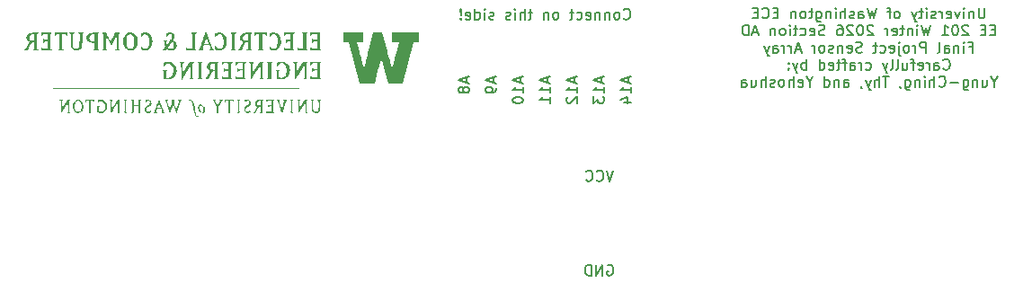
<source format=gbr>
%TF.GenerationSoftware,KiCad,Pcbnew,9.0.4*%
%TF.CreationDate,2026-02-02T12:57:02-08:00*%
%TF.ProjectId,LDR_Board,4c44525f-426f-4617-9264-2e6b69636164,rev?*%
%TF.SameCoordinates,Original*%
%TF.FileFunction,Legend,Bot*%
%TF.FilePolarity,Positive*%
%FSLAX46Y46*%
G04 Gerber Fmt 4.6, Leading zero omitted, Abs format (unit mm)*
G04 Created by KiCad (PCBNEW 9.0.4) date 2026-02-02 12:57:02*
%MOMM*%
%LPD*%
G01*
G04 APERTURE LIST*
%ADD10C,0.153000*%
%ADD11C,0.000000*%
G04 APERTURE END LIST*
D10*
X152568948Y-84111133D02*
X152568948Y-84587323D01*
X152854663Y-84015895D02*
X151854663Y-84349228D01*
X151854663Y-84349228D02*
X152854663Y-84682561D01*
X152854663Y-85539704D02*
X152854663Y-84968276D01*
X152854663Y-85253990D02*
X151854663Y-85253990D01*
X151854663Y-85253990D02*
X151997520Y-85158752D01*
X151997520Y-85158752D02*
X152092758Y-85063514D01*
X152092758Y-85063514D02*
X152140377Y-84968276D01*
X151854663Y-86158752D02*
X151854663Y-86253990D01*
X151854663Y-86253990D02*
X151902282Y-86349228D01*
X151902282Y-86349228D02*
X151949901Y-86396847D01*
X151949901Y-86396847D02*
X152045139Y-86444466D01*
X152045139Y-86444466D02*
X152235615Y-86492085D01*
X152235615Y-86492085D02*
X152473710Y-86492085D01*
X152473710Y-86492085D02*
X152664186Y-86444466D01*
X152664186Y-86444466D02*
X152759424Y-86396847D01*
X152759424Y-86396847D02*
X152807044Y-86349228D01*
X152807044Y-86349228D02*
X152854663Y-86253990D01*
X152854663Y-86253990D02*
X152854663Y-86158752D01*
X152854663Y-86158752D02*
X152807044Y-86063514D01*
X152807044Y-86063514D02*
X152759424Y-86015895D01*
X152759424Y-86015895D02*
X152664186Y-85968276D01*
X152664186Y-85968276D02*
X152473710Y-85920657D01*
X152473710Y-85920657D02*
X152235615Y-85920657D01*
X152235615Y-85920657D02*
X152045139Y-85968276D01*
X152045139Y-85968276D02*
X151949901Y-86015895D01*
X151949901Y-86015895D02*
X151902282Y-86063514D01*
X151902282Y-86063514D02*
X151854663Y-86158752D01*
X147488948Y-84111133D02*
X147488948Y-84587323D01*
X147774663Y-84015895D02*
X146774663Y-84349228D01*
X146774663Y-84349228D02*
X147774663Y-84682561D01*
X147203234Y-85158752D02*
X147155615Y-85063514D01*
X147155615Y-85063514D02*
X147107996Y-85015895D01*
X147107996Y-85015895D02*
X147012758Y-84968276D01*
X147012758Y-84968276D02*
X146965139Y-84968276D01*
X146965139Y-84968276D02*
X146869901Y-85015895D01*
X146869901Y-85015895D02*
X146822282Y-85063514D01*
X146822282Y-85063514D02*
X146774663Y-85158752D01*
X146774663Y-85158752D02*
X146774663Y-85349228D01*
X146774663Y-85349228D02*
X146822282Y-85444466D01*
X146822282Y-85444466D02*
X146869901Y-85492085D01*
X146869901Y-85492085D02*
X146965139Y-85539704D01*
X146965139Y-85539704D02*
X147012758Y-85539704D01*
X147012758Y-85539704D02*
X147107996Y-85492085D01*
X147107996Y-85492085D02*
X147155615Y-85444466D01*
X147155615Y-85444466D02*
X147203234Y-85349228D01*
X147203234Y-85349228D02*
X147203234Y-85158752D01*
X147203234Y-85158752D02*
X147250853Y-85063514D01*
X147250853Y-85063514D02*
X147298472Y-85015895D01*
X147298472Y-85015895D02*
X147393710Y-84968276D01*
X147393710Y-84968276D02*
X147584186Y-84968276D01*
X147584186Y-84968276D02*
X147679424Y-85015895D01*
X147679424Y-85015895D02*
X147727044Y-85063514D01*
X147727044Y-85063514D02*
X147774663Y-85158752D01*
X147774663Y-85158752D02*
X147774663Y-85349228D01*
X147774663Y-85349228D02*
X147727044Y-85444466D01*
X147727044Y-85444466D02*
X147679424Y-85492085D01*
X147679424Y-85492085D02*
X147584186Y-85539704D01*
X147584186Y-85539704D02*
X147393710Y-85539704D01*
X147393710Y-85539704D02*
X147298472Y-85492085D01*
X147298472Y-85492085D02*
X147250853Y-85444466D01*
X147250853Y-85444466D02*
X147203234Y-85349228D01*
X196324762Y-77514775D02*
X196324762Y-78324298D01*
X196324762Y-78324298D02*
X196277143Y-78419536D01*
X196277143Y-78419536D02*
X196229524Y-78467156D01*
X196229524Y-78467156D02*
X196134286Y-78514775D01*
X196134286Y-78514775D02*
X195943810Y-78514775D01*
X195943810Y-78514775D02*
X195848572Y-78467156D01*
X195848572Y-78467156D02*
X195800953Y-78419536D01*
X195800953Y-78419536D02*
X195753334Y-78324298D01*
X195753334Y-78324298D02*
X195753334Y-77514775D01*
X195277143Y-77848108D02*
X195277143Y-78514775D01*
X195277143Y-77943346D02*
X195229524Y-77895727D01*
X195229524Y-77895727D02*
X195134286Y-77848108D01*
X195134286Y-77848108D02*
X194991429Y-77848108D01*
X194991429Y-77848108D02*
X194896191Y-77895727D01*
X194896191Y-77895727D02*
X194848572Y-77990965D01*
X194848572Y-77990965D02*
X194848572Y-78514775D01*
X194372381Y-78514775D02*
X194372381Y-77848108D01*
X194372381Y-77514775D02*
X194420000Y-77562394D01*
X194420000Y-77562394D02*
X194372381Y-77610013D01*
X194372381Y-77610013D02*
X194324762Y-77562394D01*
X194324762Y-77562394D02*
X194372381Y-77514775D01*
X194372381Y-77514775D02*
X194372381Y-77610013D01*
X193991429Y-77848108D02*
X193753334Y-78514775D01*
X193753334Y-78514775D02*
X193515239Y-77848108D01*
X192753334Y-78467156D02*
X192848572Y-78514775D01*
X192848572Y-78514775D02*
X193039048Y-78514775D01*
X193039048Y-78514775D02*
X193134286Y-78467156D01*
X193134286Y-78467156D02*
X193181905Y-78371917D01*
X193181905Y-78371917D02*
X193181905Y-77990965D01*
X193181905Y-77990965D02*
X193134286Y-77895727D01*
X193134286Y-77895727D02*
X193039048Y-77848108D01*
X193039048Y-77848108D02*
X192848572Y-77848108D01*
X192848572Y-77848108D02*
X192753334Y-77895727D01*
X192753334Y-77895727D02*
X192705715Y-77990965D01*
X192705715Y-77990965D02*
X192705715Y-78086203D01*
X192705715Y-78086203D02*
X193181905Y-78181441D01*
X192277143Y-78514775D02*
X192277143Y-77848108D01*
X192277143Y-78038584D02*
X192229524Y-77943346D01*
X192229524Y-77943346D02*
X192181905Y-77895727D01*
X192181905Y-77895727D02*
X192086667Y-77848108D01*
X192086667Y-77848108D02*
X191991429Y-77848108D01*
X191705714Y-78467156D02*
X191610476Y-78514775D01*
X191610476Y-78514775D02*
X191420000Y-78514775D01*
X191420000Y-78514775D02*
X191324762Y-78467156D01*
X191324762Y-78467156D02*
X191277143Y-78371917D01*
X191277143Y-78371917D02*
X191277143Y-78324298D01*
X191277143Y-78324298D02*
X191324762Y-78229060D01*
X191324762Y-78229060D02*
X191420000Y-78181441D01*
X191420000Y-78181441D02*
X191562857Y-78181441D01*
X191562857Y-78181441D02*
X191658095Y-78133822D01*
X191658095Y-78133822D02*
X191705714Y-78038584D01*
X191705714Y-78038584D02*
X191705714Y-77990965D01*
X191705714Y-77990965D02*
X191658095Y-77895727D01*
X191658095Y-77895727D02*
X191562857Y-77848108D01*
X191562857Y-77848108D02*
X191420000Y-77848108D01*
X191420000Y-77848108D02*
X191324762Y-77895727D01*
X190848571Y-78514775D02*
X190848571Y-77848108D01*
X190848571Y-77514775D02*
X190896190Y-77562394D01*
X190896190Y-77562394D02*
X190848571Y-77610013D01*
X190848571Y-77610013D02*
X190800952Y-77562394D01*
X190800952Y-77562394D02*
X190848571Y-77514775D01*
X190848571Y-77514775D02*
X190848571Y-77610013D01*
X190515238Y-77848108D02*
X190134286Y-77848108D01*
X190372381Y-77514775D02*
X190372381Y-78371917D01*
X190372381Y-78371917D02*
X190324762Y-78467156D01*
X190324762Y-78467156D02*
X190229524Y-78514775D01*
X190229524Y-78514775D02*
X190134286Y-78514775D01*
X189896190Y-77848108D02*
X189658095Y-78514775D01*
X189420000Y-77848108D02*
X189658095Y-78514775D01*
X189658095Y-78514775D02*
X189753333Y-78752870D01*
X189753333Y-78752870D02*
X189800952Y-78800489D01*
X189800952Y-78800489D02*
X189896190Y-78848108D01*
X188134285Y-78514775D02*
X188229523Y-78467156D01*
X188229523Y-78467156D02*
X188277142Y-78419536D01*
X188277142Y-78419536D02*
X188324761Y-78324298D01*
X188324761Y-78324298D02*
X188324761Y-78038584D01*
X188324761Y-78038584D02*
X188277142Y-77943346D01*
X188277142Y-77943346D02*
X188229523Y-77895727D01*
X188229523Y-77895727D02*
X188134285Y-77848108D01*
X188134285Y-77848108D02*
X187991428Y-77848108D01*
X187991428Y-77848108D02*
X187896190Y-77895727D01*
X187896190Y-77895727D02*
X187848571Y-77943346D01*
X187848571Y-77943346D02*
X187800952Y-78038584D01*
X187800952Y-78038584D02*
X187800952Y-78324298D01*
X187800952Y-78324298D02*
X187848571Y-78419536D01*
X187848571Y-78419536D02*
X187896190Y-78467156D01*
X187896190Y-78467156D02*
X187991428Y-78514775D01*
X187991428Y-78514775D02*
X188134285Y-78514775D01*
X187515237Y-77848108D02*
X187134285Y-77848108D01*
X187372380Y-78514775D02*
X187372380Y-77657632D01*
X187372380Y-77657632D02*
X187324761Y-77562394D01*
X187324761Y-77562394D02*
X187229523Y-77514775D01*
X187229523Y-77514775D02*
X187134285Y-77514775D01*
X186134284Y-77514775D02*
X185896189Y-78514775D01*
X185896189Y-78514775D02*
X185705713Y-77800489D01*
X185705713Y-77800489D02*
X185515237Y-78514775D01*
X185515237Y-78514775D02*
X185277142Y-77514775D01*
X184467618Y-78514775D02*
X184467618Y-77990965D01*
X184467618Y-77990965D02*
X184515237Y-77895727D01*
X184515237Y-77895727D02*
X184610475Y-77848108D01*
X184610475Y-77848108D02*
X184800951Y-77848108D01*
X184800951Y-77848108D02*
X184896189Y-77895727D01*
X184467618Y-78467156D02*
X184562856Y-78514775D01*
X184562856Y-78514775D02*
X184800951Y-78514775D01*
X184800951Y-78514775D02*
X184896189Y-78467156D01*
X184896189Y-78467156D02*
X184943808Y-78371917D01*
X184943808Y-78371917D02*
X184943808Y-78276679D01*
X184943808Y-78276679D02*
X184896189Y-78181441D01*
X184896189Y-78181441D02*
X184800951Y-78133822D01*
X184800951Y-78133822D02*
X184562856Y-78133822D01*
X184562856Y-78133822D02*
X184467618Y-78086203D01*
X184039046Y-78467156D02*
X183943808Y-78514775D01*
X183943808Y-78514775D02*
X183753332Y-78514775D01*
X183753332Y-78514775D02*
X183658094Y-78467156D01*
X183658094Y-78467156D02*
X183610475Y-78371917D01*
X183610475Y-78371917D02*
X183610475Y-78324298D01*
X183610475Y-78324298D02*
X183658094Y-78229060D01*
X183658094Y-78229060D02*
X183753332Y-78181441D01*
X183753332Y-78181441D02*
X183896189Y-78181441D01*
X183896189Y-78181441D02*
X183991427Y-78133822D01*
X183991427Y-78133822D02*
X184039046Y-78038584D01*
X184039046Y-78038584D02*
X184039046Y-77990965D01*
X184039046Y-77990965D02*
X183991427Y-77895727D01*
X183991427Y-77895727D02*
X183896189Y-77848108D01*
X183896189Y-77848108D02*
X183753332Y-77848108D01*
X183753332Y-77848108D02*
X183658094Y-77895727D01*
X183181903Y-78514775D02*
X183181903Y-77514775D01*
X182753332Y-78514775D02*
X182753332Y-77990965D01*
X182753332Y-77990965D02*
X182800951Y-77895727D01*
X182800951Y-77895727D02*
X182896189Y-77848108D01*
X182896189Y-77848108D02*
X183039046Y-77848108D01*
X183039046Y-77848108D02*
X183134284Y-77895727D01*
X183134284Y-77895727D02*
X183181903Y-77943346D01*
X182277141Y-78514775D02*
X182277141Y-77848108D01*
X182277141Y-77514775D02*
X182324760Y-77562394D01*
X182324760Y-77562394D02*
X182277141Y-77610013D01*
X182277141Y-77610013D02*
X182229522Y-77562394D01*
X182229522Y-77562394D02*
X182277141Y-77514775D01*
X182277141Y-77514775D02*
X182277141Y-77610013D01*
X181800951Y-77848108D02*
X181800951Y-78514775D01*
X181800951Y-77943346D02*
X181753332Y-77895727D01*
X181753332Y-77895727D02*
X181658094Y-77848108D01*
X181658094Y-77848108D02*
X181515237Y-77848108D01*
X181515237Y-77848108D02*
X181419999Y-77895727D01*
X181419999Y-77895727D02*
X181372380Y-77990965D01*
X181372380Y-77990965D02*
X181372380Y-78514775D01*
X180467618Y-77848108D02*
X180467618Y-78657632D01*
X180467618Y-78657632D02*
X180515237Y-78752870D01*
X180515237Y-78752870D02*
X180562856Y-78800489D01*
X180562856Y-78800489D02*
X180658094Y-78848108D01*
X180658094Y-78848108D02*
X180800951Y-78848108D01*
X180800951Y-78848108D02*
X180896189Y-78800489D01*
X180467618Y-78467156D02*
X180562856Y-78514775D01*
X180562856Y-78514775D02*
X180753332Y-78514775D01*
X180753332Y-78514775D02*
X180848570Y-78467156D01*
X180848570Y-78467156D02*
X180896189Y-78419536D01*
X180896189Y-78419536D02*
X180943808Y-78324298D01*
X180943808Y-78324298D02*
X180943808Y-78038584D01*
X180943808Y-78038584D02*
X180896189Y-77943346D01*
X180896189Y-77943346D02*
X180848570Y-77895727D01*
X180848570Y-77895727D02*
X180753332Y-77848108D01*
X180753332Y-77848108D02*
X180562856Y-77848108D01*
X180562856Y-77848108D02*
X180467618Y-77895727D01*
X180134284Y-77848108D02*
X179753332Y-77848108D01*
X179991427Y-77514775D02*
X179991427Y-78371917D01*
X179991427Y-78371917D02*
X179943808Y-78467156D01*
X179943808Y-78467156D02*
X179848570Y-78514775D01*
X179848570Y-78514775D02*
X179753332Y-78514775D01*
X179277141Y-78514775D02*
X179372379Y-78467156D01*
X179372379Y-78467156D02*
X179419998Y-78419536D01*
X179419998Y-78419536D02*
X179467617Y-78324298D01*
X179467617Y-78324298D02*
X179467617Y-78038584D01*
X179467617Y-78038584D02*
X179419998Y-77943346D01*
X179419998Y-77943346D02*
X179372379Y-77895727D01*
X179372379Y-77895727D02*
X179277141Y-77848108D01*
X179277141Y-77848108D02*
X179134284Y-77848108D01*
X179134284Y-77848108D02*
X179039046Y-77895727D01*
X179039046Y-77895727D02*
X178991427Y-77943346D01*
X178991427Y-77943346D02*
X178943808Y-78038584D01*
X178943808Y-78038584D02*
X178943808Y-78324298D01*
X178943808Y-78324298D02*
X178991427Y-78419536D01*
X178991427Y-78419536D02*
X179039046Y-78467156D01*
X179039046Y-78467156D02*
X179134284Y-78514775D01*
X179134284Y-78514775D02*
X179277141Y-78514775D01*
X178515236Y-77848108D02*
X178515236Y-78514775D01*
X178515236Y-77943346D02*
X178467617Y-77895727D01*
X178467617Y-77895727D02*
X178372379Y-77848108D01*
X178372379Y-77848108D02*
X178229522Y-77848108D01*
X178229522Y-77848108D02*
X178134284Y-77895727D01*
X178134284Y-77895727D02*
X178086665Y-77990965D01*
X178086665Y-77990965D02*
X178086665Y-78514775D01*
X176848569Y-77990965D02*
X176515236Y-77990965D01*
X176372379Y-78514775D02*
X176848569Y-78514775D01*
X176848569Y-78514775D02*
X176848569Y-77514775D01*
X176848569Y-77514775D02*
X176372379Y-77514775D01*
X175372379Y-78419536D02*
X175419998Y-78467156D01*
X175419998Y-78467156D02*
X175562855Y-78514775D01*
X175562855Y-78514775D02*
X175658093Y-78514775D01*
X175658093Y-78514775D02*
X175800950Y-78467156D01*
X175800950Y-78467156D02*
X175896188Y-78371917D01*
X175896188Y-78371917D02*
X175943807Y-78276679D01*
X175943807Y-78276679D02*
X175991426Y-78086203D01*
X175991426Y-78086203D02*
X175991426Y-77943346D01*
X175991426Y-77943346D02*
X175943807Y-77752870D01*
X175943807Y-77752870D02*
X175896188Y-77657632D01*
X175896188Y-77657632D02*
X175800950Y-77562394D01*
X175800950Y-77562394D02*
X175658093Y-77514775D01*
X175658093Y-77514775D02*
X175562855Y-77514775D01*
X175562855Y-77514775D02*
X175419998Y-77562394D01*
X175419998Y-77562394D02*
X175372379Y-77610013D01*
X174943807Y-77990965D02*
X174610474Y-77990965D01*
X174467617Y-78514775D02*
X174943807Y-78514775D01*
X174943807Y-78514775D02*
X174943807Y-77514775D01*
X174943807Y-77514775D02*
X174467617Y-77514775D01*
X197300953Y-79600909D02*
X196967620Y-79600909D01*
X196824763Y-80124719D02*
X197300953Y-80124719D01*
X197300953Y-80124719D02*
X197300953Y-79124719D01*
X197300953Y-79124719D02*
X196824763Y-79124719D01*
X196396191Y-79600909D02*
X196062858Y-79600909D01*
X195920001Y-80124719D02*
X196396191Y-80124719D01*
X196396191Y-80124719D02*
X196396191Y-79124719D01*
X196396191Y-79124719D02*
X195920001Y-79124719D01*
X194777143Y-79219957D02*
X194729524Y-79172338D01*
X194729524Y-79172338D02*
X194634286Y-79124719D01*
X194634286Y-79124719D02*
X194396191Y-79124719D01*
X194396191Y-79124719D02*
X194300953Y-79172338D01*
X194300953Y-79172338D02*
X194253334Y-79219957D01*
X194253334Y-79219957D02*
X194205715Y-79315195D01*
X194205715Y-79315195D02*
X194205715Y-79410433D01*
X194205715Y-79410433D02*
X194253334Y-79553290D01*
X194253334Y-79553290D02*
X194824762Y-80124719D01*
X194824762Y-80124719D02*
X194205715Y-80124719D01*
X193586667Y-79124719D02*
X193491429Y-79124719D01*
X193491429Y-79124719D02*
X193396191Y-79172338D01*
X193396191Y-79172338D02*
X193348572Y-79219957D01*
X193348572Y-79219957D02*
X193300953Y-79315195D01*
X193300953Y-79315195D02*
X193253334Y-79505671D01*
X193253334Y-79505671D02*
X193253334Y-79743766D01*
X193253334Y-79743766D02*
X193300953Y-79934242D01*
X193300953Y-79934242D02*
X193348572Y-80029480D01*
X193348572Y-80029480D02*
X193396191Y-80077100D01*
X193396191Y-80077100D02*
X193491429Y-80124719D01*
X193491429Y-80124719D02*
X193586667Y-80124719D01*
X193586667Y-80124719D02*
X193681905Y-80077100D01*
X193681905Y-80077100D02*
X193729524Y-80029480D01*
X193729524Y-80029480D02*
X193777143Y-79934242D01*
X193777143Y-79934242D02*
X193824762Y-79743766D01*
X193824762Y-79743766D02*
X193824762Y-79505671D01*
X193824762Y-79505671D02*
X193777143Y-79315195D01*
X193777143Y-79315195D02*
X193729524Y-79219957D01*
X193729524Y-79219957D02*
X193681905Y-79172338D01*
X193681905Y-79172338D02*
X193586667Y-79124719D01*
X192300953Y-80124719D02*
X192872381Y-80124719D01*
X192586667Y-80124719D02*
X192586667Y-79124719D01*
X192586667Y-79124719D02*
X192681905Y-79267576D01*
X192681905Y-79267576D02*
X192777143Y-79362814D01*
X192777143Y-79362814D02*
X192872381Y-79410433D01*
X191205714Y-79124719D02*
X190967619Y-80124719D01*
X190967619Y-80124719D02*
X190777143Y-79410433D01*
X190777143Y-79410433D02*
X190586667Y-80124719D01*
X190586667Y-80124719D02*
X190348572Y-79124719D01*
X189967619Y-80124719D02*
X189967619Y-79458052D01*
X189967619Y-79124719D02*
X190015238Y-79172338D01*
X190015238Y-79172338D02*
X189967619Y-79219957D01*
X189967619Y-79219957D02*
X189920000Y-79172338D01*
X189920000Y-79172338D02*
X189967619Y-79124719D01*
X189967619Y-79124719D02*
X189967619Y-79219957D01*
X189491429Y-79458052D02*
X189491429Y-80124719D01*
X189491429Y-79553290D02*
X189443810Y-79505671D01*
X189443810Y-79505671D02*
X189348572Y-79458052D01*
X189348572Y-79458052D02*
X189205715Y-79458052D01*
X189205715Y-79458052D02*
X189110477Y-79505671D01*
X189110477Y-79505671D02*
X189062858Y-79600909D01*
X189062858Y-79600909D02*
X189062858Y-80124719D01*
X188729524Y-79458052D02*
X188348572Y-79458052D01*
X188586667Y-79124719D02*
X188586667Y-79981861D01*
X188586667Y-79981861D02*
X188539048Y-80077100D01*
X188539048Y-80077100D02*
X188443810Y-80124719D01*
X188443810Y-80124719D02*
X188348572Y-80124719D01*
X187634286Y-80077100D02*
X187729524Y-80124719D01*
X187729524Y-80124719D02*
X187920000Y-80124719D01*
X187920000Y-80124719D02*
X188015238Y-80077100D01*
X188015238Y-80077100D02*
X188062857Y-79981861D01*
X188062857Y-79981861D02*
X188062857Y-79600909D01*
X188062857Y-79600909D02*
X188015238Y-79505671D01*
X188015238Y-79505671D02*
X187920000Y-79458052D01*
X187920000Y-79458052D02*
X187729524Y-79458052D01*
X187729524Y-79458052D02*
X187634286Y-79505671D01*
X187634286Y-79505671D02*
X187586667Y-79600909D01*
X187586667Y-79600909D02*
X187586667Y-79696147D01*
X187586667Y-79696147D02*
X188062857Y-79791385D01*
X187158095Y-80124719D02*
X187158095Y-79458052D01*
X187158095Y-79648528D02*
X187110476Y-79553290D01*
X187110476Y-79553290D02*
X187062857Y-79505671D01*
X187062857Y-79505671D02*
X186967619Y-79458052D01*
X186967619Y-79458052D02*
X186872381Y-79458052D01*
X185824761Y-79219957D02*
X185777142Y-79172338D01*
X185777142Y-79172338D02*
X185681904Y-79124719D01*
X185681904Y-79124719D02*
X185443809Y-79124719D01*
X185443809Y-79124719D02*
X185348571Y-79172338D01*
X185348571Y-79172338D02*
X185300952Y-79219957D01*
X185300952Y-79219957D02*
X185253333Y-79315195D01*
X185253333Y-79315195D02*
X185253333Y-79410433D01*
X185253333Y-79410433D02*
X185300952Y-79553290D01*
X185300952Y-79553290D02*
X185872380Y-80124719D01*
X185872380Y-80124719D02*
X185253333Y-80124719D01*
X184634285Y-79124719D02*
X184539047Y-79124719D01*
X184539047Y-79124719D02*
X184443809Y-79172338D01*
X184443809Y-79172338D02*
X184396190Y-79219957D01*
X184396190Y-79219957D02*
X184348571Y-79315195D01*
X184348571Y-79315195D02*
X184300952Y-79505671D01*
X184300952Y-79505671D02*
X184300952Y-79743766D01*
X184300952Y-79743766D02*
X184348571Y-79934242D01*
X184348571Y-79934242D02*
X184396190Y-80029480D01*
X184396190Y-80029480D02*
X184443809Y-80077100D01*
X184443809Y-80077100D02*
X184539047Y-80124719D01*
X184539047Y-80124719D02*
X184634285Y-80124719D01*
X184634285Y-80124719D02*
X184729523Y-80077100D01*
X184729523Y-80077100D02*
X184777142Y-80029480D01*
X184777142Y-80029480D02*
X184824761Y-79934242D01*
X184824761Y-79934242D02*
X184872380Y-79743766D01*
X184872380Y-79743766D02*
X184872380Y-79505671D01*
X184872380Y-79505671D02*
X184824761Y-79315195D01*
X184824761Y-79315195D02*
X184777142Y-79219957D01*
X184777142Y-79219957D02*
X184729523Y-79172338D01*
X184729523Y-79172338D02*
X184634285Y-79124719D01*
X183919999Y-79219957D02*
X183872380Y-79172338D01*
X183872380Y-79172338D02*
X183777142Y-79124719D01*
X183777142Y-79124719D02*
X183539047Y-79124719D01*
X183539047Y-79124719D02*
X183443809Y-79172338D01*
X183443809Y-79172338D02*
X183396190Y-79219957D01*
X183396190Y-79219957D02*
X183348571Y-79315195D01*
X183348571Y-79315195D02*
X183348571Y-79410433D01*
X183348571Y-79410433D02*
X183396190Y-79553290D01*
X183396190Y-79553290D02*
X183967618Y-80124719D01*
X183967618Y-80124719D02*
X183348571Y-80124719D01*
X182491428Y-79124719D02*
X182681904Y-79124719D01*
X182681904Y-79124719D02*
X182777142Y-79172338D01*
X182777142Y-79172338D02*
X182824761Y-79219957D01*
X182824761Y-79219957D02*
X182919999Y-79362814D01*
X182919999Y-79362814D02*
X182967618Y-79553290D01*
X182967618Y-79553290D02*
X182967618Y-79934242D01*
X182967618Y-79934242D02*
X182919999Y-80029480D01*
X182919999Y-80029480D02*
X182872380Y-80077100D01*
X182872380Y-80077100D02*
X182777142Y-80124719D01*
X182777142Y-80124719D02*
X182586666Y-80124719D01*
X182586666Y-80124719D02*
X182491428Y-80077100D01*
X182491428Y-80077100D02*
X182443809Y-80029480D01*
X182443809Y-80029480D02*
X182396190Y-79934242D01*
X182396190Y-79934242D02*
X182396190Y-79696147D01*
X182396190Y-79696147D02*
X182443809Y-79600909D01*
X182443809Y-79600909D02*
X182491428Y-79553290D01*
X182491428Y-79553290D02*
X182586666Y-79505671D01*
X182586666Y-79505671D02*
X182777142Y-79505671D01*
X182777142Y-79505671D02*
X182872380Y-79553290D01*
X182872380Y-79553290D02*
X182919999Y-79600909D01*
X182919999Y-79600909D02*
X182967618Y-79696147D01*
X181253332Y-80077100D02*
X181110475Y-80124719D01*
X181110475Y-80124719D02*
X180872380Y-80124719D01*
X180872380Y-80124719D02*
X180777142Y-80077100D01*
X180777142Y-80077100D02*
X180729523Y-80029480D01*
X180729523Y-80029480D02*
X180681904Y-79934242D01*
X180681904Y-79934242D02*
X180681904Y-79839004D01*
X180681904Y-79839004D02*
X180729523Y-79743766D01*
X180729523Y-79743766D02*
X180777142Y-79696147D01*
X180777142Y-79696147D02*
X180872380Y-79648528D01*
X180872380Y-79648528D02*
X181062856Y-79600909D01*
X181062856Y-79600909D02*
X181158094Y-79553290D01*
X181158094Y-79553290D02*
X181205713Y-79505671D01*
X181205713Y-79505671D02*
X181253332Y-79410433D01*
X181253332Y-79410433D02*
X181253332Y-79315195D01*
X181253332Y-79315195D02*
X181205713Y-79219957D01*
X181205713Y-79219957D02*
X181158094Y-79172338D01*
X181158094Y-79172338D02*
X181062856Y-79124719D01*
X181062856Y-79124719D02*
X180824761Y-79124719D01*
X180824761Y-79124719D02*
X180681904Y-79172338D01*
X179872380Y-80077100D02*
X179967618Y-80124719D01*
X179967618Y-80124719D02*
X180158094Y-80124719D01*
X180158094Y-80124719D02*
X180253332Y-80077100D01*
X180253332Y-80077100D02*
X180300951Y-79981861D01*
X180300951Y-79981861D02*
X180300951Y-79600909D01*
X180300951Y-79600909D02*
X180253332Y-79505671D01*
X180253332Y-79505671D02*
X180158094Y-79458052D01*
X180158094Y-79458052D02*
X179967618Y-79458052D01*
X179967618Y-79458052D02*
X179872380Y-79505671D01*
X179872380Y-79505671D02*
X179824761Y-79600909D01*
X179824761Y-79600909D02*
X179824761Y-79696147D01*
X179824761Y-79696147D02*
X180300951Y-79791385D01*
X178967618Y-80077100D02*
X179062856Y-80124719D01*
X179062856Y-80124719D02*
X179253332Y-80124719D01*
X179253332Y-80124719D02*
X179348570Y-80077100D01*
X179348570Y-80077100D02*
X179396189Y-80029480D01*
X179396189Y-80029480D02*
X179443808Y-79934242D01*
X179443808Y-79934242D02*
X179443808Y-79648528D01*
X179443808Y-79648528D02*
X179396189Y-79553290D01*
X179396189Y-79553290D02*
X179348570Y-79505671D01*
X179348570Y-79505671D02*
X179253332Y-79458052D01*
X179253332Y-79458052D02*
X179062856Y-79458052D01*
X179062856Y-79458052D02*
X178967618Y-79505671D01*
X178681903Y-79458052D02*
X178300951Y-79458052D01*
X178539046Y-79124719D02*
X178539046Y-79981861D01*
X178539046Y-79981861D02*
X178491427Y-80077100D01*
X178491427Y-80077100D02*
X178396189Y-80124719D01*
X178396189Y-80124719D02*
X178300951Y-80124719D01*
X177967617Y-80124719D02*
X177967617Y-79458052D01*
X177967617Y-79124719D02*
X178015236Y-79172338D01*
X178015236Y-79172338D02*
X177967617Y-79219957D01*
X177967617Y-79219957D02*
X177919998Y-79172338D01*
X177919998Y-79172338D02*
X177967617Y-79124719D01*
X177967617Y-79124719D02*
X177967617Y-79219957D01*
X177348570Y-80124719D02*
X177443808Y-80077100D01*
X177443808Y-80077100D02*
X177491427Y-80029480D01*
X177491427Y-80029480D02*
X177539046Y-79934242D01*
X177539046Y-79934242D02*
X177539046Y-79648528D01*
X177539046Y-79648528D02*
X177491427Y-79553290D01*
X177491427Y-79553290D02*
X177443808Y-79505671D01*
X177443808Y-79505671D02*
X177348570Y-79458052D01*
X177348570Y-79458052D02*
X177205713Y-79458052D01*
X177205713Y-79458052D02*
X177110475Y-79505671D01*
X177110475Y-79505671D02*
X177062856Y-79553290D01*
X177062856Y-79553290D02*
X177015237Y-79648528D01*
X177015237Y-79648528D02*
X177015237Y-79934242D01*
X177015237Y-79934242D02*
X177062856Y-80029480D01*
X177062856Y-80029480D02*
X177110475Y-80077100D01*
X177110475Y-80077100D02*
X177205713Y-80124719D01*
X177205713Y-80124719D02*
X177348570Y-80124719D01*
X176586665Y-79458052D02*
X176586665Y-80124719D01*
X176586665Y-79553290D02*
X176539046Y-79505671D01*
X176539046Y-79505671D02*
X176443808Y-79458052D01*
X176443808Y-79458052D02*
X176300951Y-79458052D01*
X176300951Y-79458052D02*
X176205713Y-79505671D01*
X176205713Y-79505671D02*
X176158094Y-79600909D01*
X176158094Y-79600909D02*
X176158094Y-80124719D01*
X174967617Y-79839004D02*
X174491427Y-79839004D01*
X175062855Y-80124719D02*
X174729522Y-79124719D01*
X174729522Y-79124719D02*
X174396189Y-80124719D01*
X174062855Y-80124719D02*
X174062855Y-79124719D01*
X174062855Y-79124719D02*
X173824760Y-79124719D01*
X173824760Y-79124719D02*
X173681903Y-79172338D01*
X173681903Y-79172338D02*
X173586665Y-79267576D01*
X173586665Y-79267576D02*
X173539046Y-79362814D01*
X173539046Y-79362814D02*
X173491427Y-79553290D01*
X173491427Y-79553290D02*
X173491427Y-79696147D01*
X173491427Y-79696147D02*
X173539046Y-79886623D01*
X173539046Y-79886623D02*
X173586665Y-79981861D01*
X173586665Y-79981861D02*
X173681903Y-80077100D01*
X173681903Y-80077100D02*
X173824760Y-80124719D01*
X173824760Y-80124719D02*
X174062855Y-80124719D01*
X194872382Y-81210853D02*
X195205715Y-81210853D01*
X195205715Y-81734663D02*
X195205715Y-80734663D01*
X195205715Y-80734663D02*
X194729525Y-80734663D01*
X194348572Y-81734663D02*
X194348572Y-81067996D01*
X194348572Y-80734663D02*
X194396191Y-80782282D01*
X194396191Y-80782282D02*
X194348572Y-80829901D01*
X194348572Y-80829901D02*
X194300953Y-80782282D01*
X194300953Y-80782282D02*
X194348572Y-80734663D01*
X194348572Y-80734663D02*
X194348572Y-80829901D01*
X193872382Y-81067996D02*
X193872382Y-81734663D01*
X193872382Y-81163234D02*
X193824763Y-81115615D01*
X193824763Y-81115615D02*
X193729525Y-81067996D01*
X193729525Y-81067996D02*
X193586668Y-81067996D01*
X193586668Y-81067996D02*
X193491430Y-81115615D01*
X193491430Y-81115615D02*
X193443811Y-81210853D01*
X193443811Y-81210853D02*
X193443811Y-81734663D01*
X192539049Y-81734663D02*
X192539049Y-81210853D01*
X192539049Y-81210853D02*
X192586668Y-81115615D01*
X192586668Y-81115615D02*
X192681906Y-81067996D01*
X192681906Y-81067996D02*
X192872382Y-81067996D01*
X192872382Y-81067996D02*
X192967620Y-81115615D01*
X192539049Y-81687044D02*
X192634287Y-81734663D01*
X192634287Y-81734663D02*
X192872382Y-81734663D01*
X192872382Y-81734663D02*
X192967620Y-81687044D01*
X192967620Y-81687044D02*
X193015239Y-81591805D01*
X193015239Y-81591805D02*
X193015239Y-81496567D01*
X193015239Y-81496567D02*
X192967620Y-81401329D01*
X192967620Y-81401329D02*
X192872382Y-81353710D01*
X192872382Y-81353710D02*
X192634287Y-81353710D01*
X192634287Y-81353710D02*
X192539049Y-81306091D01*
X191920001Y-81734663D02*
X192015239Y-81687044D01*
X192015239Y-81687044D02*
X192062858Y-81591805D01*
X192062858Y-81591805D02*
X192062858Y-80734663D01*
X190777143Y-81734663D02*
X190777143Y-80734663D01*
X190777143Y-80734663D02*
X190396191Y-80734663D01*
X190396191Y-80734663D02*
X190300953Y-80782282D01*
X190300953Y-80782282D02*
X190253334Y-80829901D01*
X190253334Y-80829901D02*
X190205715Y-80925139D01*
X190205715Y-80925139D02*
X190205715Y-81067996D01*
X190205715Y-81067996D02*
X190253334Y-81163234D01*
X190253334Y-81163234D02*
X190300953Y-81210853D01*
X190300953Y-81210853D02*
X190396191Y-81258472D01*
X190396191Y-81258472D02*
X190777143Y-81258472D01*
X189777143Y-81734663D02*
X189777143Y-81067996D01*
X189777143Y-81258472D02*
X189729524Y-81163234D01*
X189729524Y-81163234D02*
X189681905Y-81115615D01*
X189681905Y-81115615D02*
X189586667Y-81067996D01*
X189586667Y-81067996D02*
X189491429Y-81067996D01*
X189015238Y-81734663D02*
X189110476Y-81687044D01*
X189110476Y-81687044D02*
X189158095Y-81639424D01*
X189158095Y-81639424D02*
X189205714Y-81544186D01*
X189205714Y-81544186D02*
X189205714Y-81258472D01*
X189205714Y-81258472D02*
X189158095Y-81163234D01*
X189158095Y-81163234D02*
X189110476Y-81115615D01*
X189110476Y-81115615D02*
X189015238Y-81067996D01*
X189015238Y-81067996D02*
X188872381Y-81067996D01*
X188872381Y-81067996D02*
X188777143Y-81115615D01*
X188777143Y-81115615D02*
X188729524Y-81163234D01*
X188729524Y-81163234D02*
X188681905Y-81258472D01*
X188681905Y-81258472D02*
X188681905Y-81544186D01*
X188681905Y-81544186D02*
X188729524Y-81639424D01*
X188729524Y-81639424D02*
X188777143Y-81687044D01*
X188777143Y-81687044D02*
X188872381Y-81734663D01*
X188872381Y-81734663D02*
X189015238Y-81734663D01*
X188253333Y-81067996D02*
X188253333Y-81925139D01*
X188253333Y-81925139D02*
X188300952Y-82020377D01*
X188300952Y-82020377D02*
X188396190Y-82067996D01*
X188396190Y-82067996D02*
X188443809Y-82067996D01*
X188253333Y-80734663D02*
X188300952Y-80782282D01*
X188300952Y-80782282D02*
X188253333Y-80829901D01*
X188253333Y-80829901D02*
X188205714Y-80782282D01*
X188205714Y-80782282D02*
X188253333Y-80734663D01*
X188253333Y-80734663D02*
X188253333Y-80829901D01*
X187396191Y-81687044D02*
X187491429Y-81734663D01*
X187491429Y-81734663D02*
X187681905Y-81734663D01*
X187681905Y-81734663D02*
X187777143Y-81687044D01*
X187777143Y-81687044D02*
X187824762Y-81591805D01*
X187824762Y-81591805D02*
X187824762Y-81210853D01*
X187824762Y-81210853D02*
X187777143Y-81115615D01*
X187777143Y-81115615D02*
X187681905Y-81067996D01*
X187681905Y-81067996D02*
X187491429Y-81067996D01*
X187491429Y-81067996D02*
X187396191Y-81115615D01*
X187396191Y-81115615D02*
X187348572Y-81210853D01*
X187348572Y-81210853D02*
X187348572Y-81306091D01*
X187348572Y-81306091D02*
X187824762Y-81401329D01*
X186491429Y-81687044D02*
X186586667Y-81734663D01*
X186586667Y-81734663D02*
X186777143Y-81734663D01*
X186777143Y-81734663D02*
X186872381Y-81687044D01*
X186872381Y-81687044D02*
X186920000Y-81639424D01*
X186920000Y-81639424D02*
X186967619Y-81544186D01*
X186967619Y-81544186D02*
X186967619Y-81258472D01*
X186967619Y-81258472D02*
X186920000Y-81163234D01*
X186920000Y-81163234D02*
X186872381Y-81115615D01*
X186872381Y-81115615D02*
X186777143Y-81067996D01*
X186777143Y-81067996D02*
X186586667Y-81067996D01*
X186586667Y-81067996D02*
X186491429Y-81115615D01*
X186205714Y-81067996D02*
X185824762Y-81067996D01*
X186062857Y-80734663D02*
X186062857Y-81591805D01*
X186062857Y-81591805D02*
X186015238Y-81687044D01*
X186015238Y-81687044D02*
X185920000Y-81734663D01*
X185920000Y-81734663D02*
X185824762Y-81734663D01*
X184777142Y-81687044D02*
X184634285Y-81734663D01*
X184634285Y-81734663D02*
X184396190Y-81734663D01*
X184396190Y-81734663D02*
X184300952Y-81687044D01*
X184300952Y-81687044D02*
X184253333Y-81639424D01*
X184253333Y-81639424D02*
X184205714Y-81544186D01*
X184205714Y-81544186D02*
X184205714Y-81448948D01*
X184205714Y-81448948D02*
X184253333Y-81353710D01*
X184253333Y-81353710D02*
X184300952Y-81306091D01*
X184300952Y-81306091D02*
X184396190Y-81258472D01*
X184396190Y-81258472D02*
X184586666Y-81210853D01*
X184586666Y-81210853D02*
X184681904Y-81163234D01*
X184681904Y-81163234D02*
X184729523Y-81115615D01*
X184729523Y-81115615D02*
X184777142Y-81020377D01*
X184777142Y-81020377D02*
X184777142Y-80925139D01*
X184777142Y-80925139D02*
X184729523Y-80829901D01*
X184729523Y-80829901D02*
X184681904Y-80782282D01*
X184681904Y-80782282D02*
X184586666Y-80734663D01*
X184586666Y-80734663D02*
X184348571Y-80734663D01*
X184348571Y-80734663D02*
X184205714Y-80782282D01*
X183396190Y-81687044D02*
X183491428Y-81734663D01*
X183491428Y-81734663D02*
X183681904Y-81734663D01*
X183681904Y-81734663D02*
X183777142Y-81687044D01*
X183777142Y-81687044D02*
X183824761Y-81591805D01*
X183824761Y-81591805D02*
X183824761Y-81210853D01*
X183824761Y-81210853D02*
X183777142Y-81115615D01*
X183777142Y-81115615D02*
X183681904Y-81067996D01*
X183681904Y-81067996D02*
X183491428Y-81067996D01*
X183491428Y-81067996D02*
X183396190Y-81115615D01*
X183396190Y-81115615D02*
X183348571Y-81210853D01*
X183348571Y-81210853D02*
X183348571Y-81306091D01*
X183348571Y-81306091D02*
X183824761Y-81401329D01*
X182919999Y-81067996D02*
X182919999Y-81734663D01*
X182919999Y-81163234D02*
X182872380Y-81115615D01*
X182872380Y-81115615D02*
X182777142Y-81067996D01*
X182777142Y-81067996D02*
X182634285Y-81067996D01*
X182634285Y-81067996D02*
X182539047Y-81115615D01*
X182539047Y-81115615D02*
X182491428Y-81210853D01*
X182491428Y-81210853D02*
X182491428Y-81734663D01*
X182062856Y-81687044D02*
X181967618Y-81734663D01*
X181967618Y-81734663D02*
X181777142Y-81734663D01*
X181777142Y-81734663D02*
X181681904Y-81687044D01*
X181681904Y-81687044D02*
X181634285Y-81591805D01*
X181634285Y-81591805D02*
X181634285Y-81544186D01*
X181634285Y-81544186D02*
X181681904Y-81448948D01*
X181681904Y-81448948D02*
X181777142Y-81401329D01*
X181777142Y-81401329D02*
X181919999Y-81401329D01*
X181919999Y-81401329D02*
X182015237Y-81353710D01*
X182015237Y-81353710D02*
X182062856Y-81258472D01*
X182062856Y-81258472D02*
X182062856Y-81210853D01*
X182062856Y-81210853D02*
X182015237Y-81115615D01*
X182015237Y-81115615D02*
X181919999Y-81067996D01*
X181919999Y-81067996D02*
X181777142Y-81067996D01*
X181777142Y-81067996D02*
X181681904Y-81115615D01*
X181062856Y-81734663D02*
X181158094Y-81687044D01*
X181158094Y-81687044D02*
X181205713Y-81639424D01*
X181205713Y-81639424D02*
X181253332Y-81544186D01*
X181253332Y-81544186D02*
X181253332Y-81258472D01*
X181253332Y-81258472D02*
X181205713Y-81163234D01*
X181205713Y-81163234D02*
X181158094Y-81115615D01*
X181158094Y-81115615D02*
X181062856Y-81067996D01*
X181062856Y-81067996D02*
X180919999Y-81067996D01*
X180919999Y-81067996D02*
X180824761Y-81115615D01*
X180824761Y-81115615D02*
X180777142Y-81163234D01*
X180777142Y-81163234D02*
X180729523Y-81258472D01*
X180729523Y-81258472D02*
X180729523Y-81544186D01*
X180729523Y-81544186D02*
X180777142Y-81639424D01*
X180777142Y-81639424D02*
X180824761Y-81687044D01*
X180824761Y-81687044D02*
X180919999Y-81734663D01*
X180919999Y-81734663D02*
X181062856Y-81734663D01*
X180300951Y-81734663D02*
X180300951Y-81067996D01*
X180300951Y-81258472D02*
X180253332Y-81163234D01*
X180253332Y-81163234D02*
X180205713Y-81115615D01*
X180205713Y-81115615D02*
X180110475Y-81067996D01*
X180110475Y-81067996D02*
X180015237Y-81067996D01*
X178967617Y-81448948D02*
X178491427Y-81448948D01*
X179062855Y-81734663D02*
X178729522Y-80734663D01*
X178729522Y-80734663D02*
X178396189Y-81734663D01*
X178062855Y-81734663D02*
X178062855Y-81067996D01*
X178062855Y-81258472D02*
X178015236Y-81163234D01*
X178015236Y-81163234D02*
X177967617Y-81115615D01*
X177967617Y-81115615D02*
X177872379Y-81067996D01*
X177872379Y-81067996D02*
X177777141Y-81067996D01*
X177443807Y-81734663D02*
X177443807Y-81067996D01*
X177443807Y-81258472D02*
X177396188Y-81163234D01*
X177396188Y-81163234D02*
X177348569Y-81115615D01*
X177348569Y-81115615D02*
X177253331Y-81067996D01*
X177253331Y-81067996D02*
X177158093Y-81067996D01*
X176396188Y-81734663D02*
X176396188Y-81210853D01*
X176396188Y-81210853D02*
X176443807Y-81115615D01*
X176443807Y-81115615D02*
X176539045Y-81067996D01*
X176539045Y-81067996D02*
X176729521Y-81067996D01*
X176729521Y-81067996D02*
X176824759Y-81115615D01*
X176396188Y-81687044D02*
X176491426Y-81734663D01*
X176491426Y-81734663D02*
X176729521Y-81734663D01*
X176729521Y-81734663D02*
X176824759Y-81687044D01*
X176824759Y-81687044D02*
X176872378Y-81591805D01*
X176872378Y-81591805D02*
X176872378Y-81496567D01*
X176872378Y-81496567D02*
X176824759Y-81401329D01*
X176824759Y-81401329D02*
X176729521Y-81353710D01*
X176729521Y-81353710D02*
X176491426Y-81353710D01*
X176491426Y-81353710D02*
X176396188Y-81306091D01*
X176015235Y-81067996D02*
X175777140Y-81734663D01*
X175539045Y-81067996D02*
X175777140Y-81734663D01*
X175777140Y-81734663D02*
X175872378Y-81972758D01*
X175872378Y-81972758D02*
X175919997Y-82020377D01*
X175919997Y-82020377D02*
X176015235Y-82067996D01*
X192420002Y-83249368D02*
X192467621Y-83296988D01*
X192467621Y-83296988D02*
X192610478Y-83344607D01*
X192610478Y-83344607D02*
X192705716Y-83344607D01*
X192705716Y-83344607D02*
X192848573Y-83296988D01*
X192848573Y-83296988D02*
X192943811Y-83201749D01*
X192943811Y-83201749D02*
X192991430Y-83106511D01*
X192991430Y-83106511D02*
X193039049Y-82916035D01*
X193039049Y-82916035D02*
X193039049Y-82773178D01*
X193039049Y-82773178D02*
X192991430Y-82582702D01*
X192991430Y-82582702D02*
X192943811Y-82487464D01*
X192943811Y-82487464D02*
X192848573Y-82392226D01*
X192848573Y-82392226D02*
X192705716Y-82344607D01*
X192705716Y-82344607D02*
X192610478Y-82344607D01*
X192610478Y-82344607D02*
X192467621Y-82392226D01*
X192467621Y-82392226D02*
X192420002Y-82439845D01*
X191562859Y-83344607D02*
X191562859Y-82820797D01*
X191562859Y-82820797D02*
X191610478Y-82725559D01*
X191610478Y-82725559D02*
X191705716Y-82677940D01*
X191705716Y-82677940D02*
X191896192Y-82677940D01*
X191896192Y-82677940D02*
X191991430Y-82725559D01*
X191562859Y-83296988D02*
X191658097Y-83344607D01*
X191658097Y-83344607D02*
X191896192Y-83344607D01*
X191896192Y-83344607D02*
X191991430Y-83296988D01*
X191991430Y-83296988D02*
X192039049Y-83201749D01*
X192039049Y-83201749D02*
X192039049Y-83106511D01*
X192039049Y-83106511D02*
X191991430Y-83011273D01*
X191991430Y-83011273D02*
X191896192Y-82963654D01*
X191896192Y-82963654D02*
X191658097Y-82963654D01*
X191658097Y-82963654D02*
X191562859Y-82916035D01*
X191086668Y-83344607D02*
X191086668Y-82677940D01*
X191086668Y-82868416D02*
X191039049Y-82773178D01*
X191039049Y-82773178D02*
X190991430Y-82725559D01*
X190991430Y-82725559D02*
X190896192Y-82677940D01*
X190896192Y-82677940D02*
X190800954Y-82677940D01*
X190086668Y-83296988D02*
X190181906Y-83344607D01*
X190181906Y-83344607D02*
X190372382Y-83344607D01*
X190372382Y-83344607D02*
X190467620Y-83296988D01*
X190467620Y-83296988D02*
X190515239Y-83201749D01*
X190515239Y-83201749D02*
X190515239Y-82820797D01*
X190515239Y-82820797D02*
X190467620Y-82725559D01*
X190467620Y-82725559D02*
X190372382Y-82677940D01*
X190372382Y-82677940D02*
X190181906Y-82677940D01*
X190181906Y-82677940D02*
X190086668Y-82725559D01*
X190086668Y-82725559D02*
X190039049Y-82820797D01*
X190039049Y-82820797D02*
X190039049Y-82916035D01*
X190039049Y-82916035D02*
X190515239Y-83011273D01*
X189753334Y-82677940D02*
X189372382Y-82677940D01*
X189610477Y-83344607D02*
X189610477Y-82487464D01*
X189610477Y-82487464D02*
X189562858Y-82392226D01*
X189562858Y-82392226D02*
X189467620Y-82344607D01*
X189467620Y-82344607D02*
X189372382Y-82344607D01*
X188610477Y-82677940D02*
X188610477Y-83344607D01*
X189039048Y-82677940D02*
X189039048Y-83201749D01*
X189039048Y-83201749D02*
X188991429Y-83296988D01*
X188991429Y-83296988D02*
X188896191Y-83344607D01*
X188896191Y-83344607D02*
X188753334Y-83344607D01*
X188753334Y-83344607D02*
X188658096Y-83296988D01*
X188658096Y-83296988D02*
X188610477Y-83249368D01*
X187991429Y-83344607D02*
X188086667Y-83296988D01*
X188086667Y-83296988D02*
X188134286Y-83201749D01*
X188134286Y-83201749D02*
X188134286Y-82344607D01*
X187467619Y-83344607D02*
X187562857Y-83296988D01*
X187562857Y-83296988D02*
X187610476Y-83201749D01*
X187610476Y-83201749D02*
X187610476Y-82344607D01*
X187181904Y-82677940D02*
X186943809Y-83344607D01*
X186705714Y-82677940D02*
X186943809Y-83344607D01*
X186943809Y-83344607D02*
X187039047Y-83582702D01*
X187039047Y-83582702D02*
X187086666Y-83630321D01*
X187086666Y-83630321D02*
X187181904Y-83677940D01*
X185134285Y-83296988D02*
X185229523Y-83344607D01*
X185229523Y-83344607D02*
X185419999Y-83344607D01*
X185419999Y-83344607D02*
X185515237Y-83296988D01*
X185515237Y-83296988D02*
X185562856Y-83249368D01*
X185562856Y-83249368D02*
X185610475Y-83154130D01*
X185610475Y-83154130D02*
X185610475Y-82868416D01*
X185610475Y-82868416D02*
X185562856Y-82773178D01*
X185562856Y-82773178D02*
X185515237Y-82725559D01*
X185515237Y-82725559D02*
X185419999Y-82677940D01*
X185419999Y-82677940D02*
X185229523Y-82677940D01*
X185229523Y-82677940D02*
X185134285Y-82725559D01*
X184705713Y-83344607D02*
X184705713Y-82677940D01*
X184705713Y-82868416D02*
X184658094Y-82773178D01*
X184658094Y-82773178D02*
X184610475Y-82725559D01*
X184610475Y-82725559D02*
X184515237Y-82677940D01*
X184515237Y-82677940D02*
X184419999Y-82677940D01*
X183658094Y-83344607D02*
X183658094Y-82820797D01*
X183658094Y-82820797D02*
X183705713Y-82725559D01*
X183705713Y-82725559D02*
X183800951Y-82677940D01*
X183800951Y-82677940D02*
X183991427Y-82677940D01*
X183991427Y-82677940D02*
X184086665Y-82725559D01*
X183658094Y-83296988D02*
X183753332Y-83344607D01*
X183753332Y-83344607D02*
X183991427Y-83344607D01*
X183991427Y-83344607D02*
X184086665Y-83296988D01*
X184086665Y-83296988D02*
X184134284Y-83201749D01*
X184134284Y-83201749D02*
X184134284Y-83106511D01*
X184134284Y-83106511D02*
X184086665Y-83011273D01*
X184086665Y-83011273D02*
X183991427Y-82963654D01*
X183991427Y-82963654D02*
X183753332Y-82963654D01*
X183753332Y-82963654D02*
X183658094Y-82916035D01*
X183324760Y-82677940D02*
X182943808Y-82677940D01*
X183181903Y-83344607D02*
X183181903Y-82487464D01*
X183181903Y-82487464D02*
X183134284Y-82392226D01*
X183134284Y-82392226D02*
X183039046Y-82344607D01*
X183039046Y-82344607D02*
X182943808Y-82344607D01*
X182753331Y-82677940D02*
X182372379Y-82677940D01*
X182610474Y-82344607D02*
X182610474Y-83201749D01*
X182610474Y-83201749D02*
X182562855Y-83296988D01*
X182562855Y-83296988D02*
X182467617Y-83344607D01*
X182467617Y-83344607D02*
X182372379Y-83344607D01*
X181658093Y-83296988D02*
X181753331Y-83344607D01*
X181753331Y-83344607D02*
X181943807Y-83344607D01*
X181943807Y-83344607D02*
X182039045Y-83296988D01*
X182039045Y-83296988D02*
X182086664Y-83201749D01*
X182086664Y-83201749D02*
X182086664Y-82820797D01*
X182086664Y-82820797D02*
X182039045Y-82725559D01*
X182039045Y-82725559D02*
X181943807Y-82677940D01*
X181943807Y-82677940D02*
X181753331Y-82677940D01*
X181753331Y-82677940D02*
X181658093Y-82725559D01*
X181658093Y-82725559D02*
X181610474Y-82820797D01*
X181610474Y-82820797D02*
X181610474Y-82916035D01*
X181610474Y-82916035D02*
X182086664Y-83011273D01*
X180753331Y-83344607D02*
X180753331Y-82344607D01*
X180753331Y-83296988D02*
X180848569Y-83344607D01*
X180848569Y-83344607D02*
X181039045Y-83344607D01*
X181039045Y-83344607D02*
X181134283Y-83296988D01*
X181134283Y-83296988D02*
X181181902Y-83249368D01*
X181181902Y-83249368D02*
X181229521Y-83154130D01*
X181229521Y-83154130D02*
X181229521Y-82868416D01*
X181229521Y-82868416D02*
X181181902Y-82773178D01*
X181181902Y-82773178D02*
X181134283Y-82725559D01*
X181134283Y-82725559D02*
X181039045Y-82677940D01*
X181039045Y-82677940D02*
X180848569Y-82677940D01*
X180848569Y-82677940D02*
X180753331Y-82725559D01*
X179515235Y-83344607D02*
X179515235Y-82344607D01*
X179515235Y-82725559D02*
X179419997Y-82677940D01*
X179419997Y-82677940D02*
X179229521Y-82677940D01*
X179229521Y-82677940D02*
X179134283Y-82725559D01*
X179134283Y-82725559D02*
X179086664Y-82773178D01*
X179086664Y-82773178D02*
X179039045Y-82868416D01*
X179039045Y-82868416D02*
X179039045Y-83154130D01*
X179039045Y-83154130D02*
X179086664Y-83249368D01*
X179086664Y-83249368D02*
X179134283Y-83296988D01*
X179134283Y-83296988D02*
X179229521Y-83344607D01*
X179229521Y-83344607D02*
X179419997Y-83344607D01*
X179419997Y-83344607D02*
X179515235Y-83296988D01*
X178705711Y-82677940D02*
X178467616Y-83344607D01*
X178229521Y-82677940D02*
X178467616Y-83344607D01*
X178467616Y-83344607D02*
X178562854Y-83582702D01*
X178562854Y-83582702D02*
X178610473Y-83630321D01*
X178610473Y-83630321D02*
X178705711Y-83677940D01*
X177848568Y-83249368D02*
X177800949Y-83296988D01*
X177800949Y-83296988D02*
X177848568Y-83344607D01*
X177848568Y-83344607D02*
X177896187Y-83296988D01*
X177896187Y-83296988D02*
X177848568Y-83249368D01*
X177848568Y-83249368D02*
X177848568Y-83344607D01*
X177848568Y-82725559D02*
X177800949Y-82773178D01*
X177800949Y-82773178D02*
X177848568Y-82820797D01*
X177848568Y-82820797D02*
X177896187Y-82773178D01*
X177896187Y-82773178D02*
X177848568Y-82725559D01*
X177848568Y-82725559D02*
X177848568Y-82820797D01*
X197205714Y-84478360D02*
X197205714Y-84954551D01*
X197539047Y-83954551D02*
X197205714Y-84478360D01*
X197205714Y-84478360D02*
X196872381Y-83954551D01*
X196110476Y-84287884D02*
X196110476Y-84954551D01*
X196539047Y-84287884D02*
X196539047Y-84811693D01*
X196539047Y-84811693D02*
X196491428Y-84906932D01*
X196491428Y-84906932D02*
X196396190Y-84954551D01*
X196396190Y-84954551D02*
X196253333Y-84954551D01*
X196253333Y-84954551D02*
X196158095Y-84906932D01*
X196158095Y-84906932D02*
X196110476Y-84859312D01*
X195634285Y-84287884D02*
X195634285Y-84954551D01*
X195634285Y-84383122D02*
X195586666Y-84335503D01*
X195586666Y-84335503D02*
X195491428Y-84287884D01*
X195491428Y-84287884D02*
X195348571Y-84287884D01*
X195348571Y-84287884D02*
X195253333Y-84335503D01*
X195253333Y-84335503D02*
X195205714Y-84430741D01*
X195205714Y-84430741D02*
X195205714Y-84954551D01*
X194300952Y-84287884D02*
X194300952Y-85097408D01*
X194300952Y-85097408D02*
X194348571Y-85192646D01*
X194348571Y-85192646D02*
X194396190Y-85240265D01*
X194396190Y-85240265D02*
X194491428Y-85287884D01*
X194491428Y-85287884D02*
X194634285Y-85287884D01*
X194634285Y-85287884D02*
X194729523Y-85240265D01*
X194300952Y-84906932D02*
X194396190Y-84954551D01*
X194396190Y-84954551D02*
X194586666Y-84954551D01*
X194586666Y-84954551D02*
X194681904Y-84906932D01*
X194681904Y-84906932D02*
X194729523Y-84859312D01*
X194729523Y-84859312D02*
X194777142Y-84764074D01*
X194777142Y-84764074D02*
X194777142Y-84478360D01*
X194777142Y-84478360D02*
X194729523Y-84383122D01*
X194729523Y-84383122D02*
X194681904Y-84335503D01*
X194681904Y-84335503D02*
X194586666Y-84287884D01*
X194586666Y-84287884D02*
X194396190Y-84287884D01*
X194396190Y-84287884D02*
X194300952Y-84335503D01*
X193824761Y-84573598D02*
X193062857Y-84573598D01*
X192015238Y-84859312D02*
X192062857Y-84906932D01*
X192062857Y-84906932D02*
X192205714Y-84954551D01*
X192205714Y-84954551D02*
X192300952Y-84954551D01*
X192300952Y-84954551D02*
X192443809Y-84906932D01*
X192443809Y-84906932D02*
X192539047Y-84811693D01*
X192539047Y-84811693D02*
X192586666Y-84716455D01*
X192586666Y-84716455D02*
X192634285Y-84525979D01*
X192634285Y-84525979D02*
X192634285Y-84383122D01*
X192634285Y-84383122D02*
X192586666Y-84192646D01*
X192586666Y-84192646D02*
X192539047Y-84097408D01*
X192539047Y-84097408D02*
X192443809Y-84002170D01*
X192443809Y-84002170D02*
X192300952Y-83954551D01*
X192300952Y-83954551D02*
X192205714Y-83954551D01*
X192205714Y-83954551D02*
X192062857Y-84002170D01*
X192062857Y-84002170D02*
X192015238Y-84049789D01*
X191586666Y-84954551D02*
X191586666Y-83954551D01*
X191158095Y-84954551D02*
X191158095Y-84430741D01*
X191158095Y-84430741D02*
X191205714Y-84335503D01*
X191205714Y-84335503D02*
X191300952Y-84287884D01*
X191300952Y-84287884D02*
X191443809Y-84287884D01*
X191443809Y-84287884D02*
X191539047Y-84335503D01*
X191539047Y-84335503D02*
X191586666Y-84383122D01*
X190681904Y-84954551D02*
X190681904Y-84287884D01*
X190681904Y-83954551D02*
X190729523Y-84002170D01*
X190729523Y-84002170D02*
X190681904Y-84049789D01*
X190681904Y-84049789D02*
X190634285Y-84002170D01*
X190634285Y-84002170D02*
X190681904Y-83954551D01*
X190681904Y-83954551D02*
X190681904Y-84049789D01*
X190205714Y-84287884D02*
X190205714Y-84954551D01*
X190205714Y-84383122D02*
X190158095Y-84335503D01*
X190158095Y-84335503D02*
X190062857Y-84287884D01*
X190062857Y-84287884D02*
X189920000Y-84287884D01*
X189920000Y-84287884D02*
X189824762Y-84335503D01*
X189824762Y-84335503D02*
X189777143Y-84430741D01*
X189777143Y-84430741D02*
X189777143Y-84954551D01*
X188872381Y-84287884D02*
X188872381Y-85097408D01*
X188872381Y-85097408D02*
X188920000Y-85192646D01*
X188920000Y-85192646D02*
X188967619Y-85240265D01*
X188967619Y-85240265D02*
X189062857Y-85287884D01*
X189062857Y-85287884D02*
X189205714Y-85287884D01*
X189205714Y-85287884D02*
X189300952Y-85240265D01*
X188872381Y-84906932D02*
X188967619Y-84954551D01*
X188967619Y-84954551D02*
X189158095Y-84954551D01*
X189158095Y-84954551D02*
X189253333Y-84906932D01*
X189253333Y-84906932D02*
X189300952Y-84859312D01*
X189300952Y-84859312D02*
X189348571Y-84764074D01*
X189348571Y-84764074D02*
X189348571Y-84478360D01*
X189348571Y-84478360D02*
X189300952Y-84383122D01*
X189300952Y-84383122D02*
X189253333Y-84335503D01*
X189253333Y-84335503D02*
X189158095Y-84287884D01*
X189158095Y-84287884D02*
X188967619Y-84287884D01*
X188967619Y-84287884D02*
X188872381Y-84335503D01*
X188348571Y-84906932D02*
X188348571Y-84954551D01*
X188348571Y-84954551D02*
X188396190Y-85049789D01*
X188396190Y-85049789D02*
X188443809Y-85097408D01*
X187300952Y-83954551D02*
X186729524Y-83954551D01*
X187015238Y-84954551D02*
X187015238Y-83954551D01*
X186396190Y-84954551D02*
X186396190Y-83954551D01*
X185967619Y-84954551D02*
X185967619Y-84430741D01*
X185967619Y-84430741D02*
X186015238Y-84335503D01*
X186015238Y-84335503D02*
X186110476Y-84287884D01*
X186110476Y-84287884D02*
X186253333Y-84287884D01*
X186253333Y-84287884D02*
X186348571Y-84335503D01*
X186348571Y-84335503D02*
X186396190Y-84383122D01*
X185586666Y-84287884D02*
X185348571Y-84954551D01*
X185110476Y-84287884D02*
X185348571Y-84954551D01*
X185348571Y-84954551D02*
X185443809Y-85192646D01*
X185443809Y-85192646D02*
X185491428Y-85240265D01*
X185491428Y-85240265D02*
X185586666Y-85287884D01*
X184681904Y-84906932D02*
X184681904Y-84954551D01*
X184681904Y-84954551D02*
X184729523Y-85049789D01*
X184729523Y-85049789D02*
X184777142Y-85097408D01*
X183062857Y-84954551D02*
X183062857Y-84430741D01*
X183062857Y-84430741D02*
X183110476Y-84335503D01*
X183110476Y-84335503D02*
X183205714Y-84287884D01*
X183205714Y-84287884D02*
X183396190Y-84287884D01*
X183396190Y-84287884D02*
X183491428Y-84335503D01*
X183062857Y-84906932D02*
X183158095Y-84954551D01*
X183158095Y-84954551D02*
X183396190Y-84954551D01*
X183396190Y-84954551D02*
X183491428Y-84906932D01*
X183491428Y-84906932D02*
X183539047Y-84811693D01*
X183539047Y-84811693D02*
X183539047Y-84716455D01*
X183539047Y-84716455D02*
X183491428Y-84621217D01*
X183491428Y-84621217D02*
X183396190Y-84573598D01*
X183396190Y-84573598D02*
X183158095Y-84573598D01*
X183158095Y-84573598D02*
X183062857Y-84525979D01*
X182586666Y-84287884D02*
X182586666Y-84954551D01*
X182586666Y-84383122D02*
X182539047Y-84335503D01*
X182539047Y-84335503D02*
X182443809Y-84287884D01*
X182443809Y-84287884D02*
X182300952Y-84287884D01*
X182300952Y-84287884D02*
X182205714Y-84335503D01*
X182205714Y-84335503D02*
X182158095Y-84430741D01*
X182158095Y-84430741D02*
X182158095Y-84954551D01*
X181253333Y-84954551D02*
X181253333Y-83954551D01*
X181253333Y-84906932D02*
X181348571Y-84954551D01*
X181348571Y-84954551D02*
X181539047Y-84954551D01*
X181539047Y-84954551D02*
X181634285Y-84906932D01*
X181634285Y-84906932D02*
X181681904Y-84859312D01*
X181681904Y-84859312D02*
X181729523Y-84764074D01*
X181729523Y-84764074D02*
X181729523Y-84478360D01*
X181729523Y-84478360D02*
X181681904Y-84383122D01*
X181681904Y-84383122D02*
X181634285Y-84335503D01*
X181634285Y-84335503D02*
X181539047Y-84287884D01*
X181539047Y-84287884D02*
X181348571Y-84287884D01*
X181348571Y-84287884D02*
X181253333Y-84335503D01*
X179824761Y-84478360D02*
X179824761Y-84954551D01*
X180158094Y-83954551D02*
X179824761Y-84478360D01*
X179824761Y-84478360D02*
X179491428Y-83954551D01*
X178777142Y-84906932D02*
X178872380Y-84954551D01*
X178872380Y-84954551D02*
X179062856Y-84954551D01*
X179062856Y-84954551D02*
X179158094Y-84906932D01*
X179158094Y-84906932D02*
X179205713Y-84811693D01*
X179205713Y-84811693D02*
X179205713Y-84430741D01*
X179205713Y-84430741D02*
X179158094Y-84335503D01*
X179158094Y-84335503D02*
X179062856Y-84287884D01*
X179062856Y-84287884D02*
X178872380Y-84287884D01*
X178872380Y-84287884D02*
X178777142Y-84335503D01*
X178777142Y-84335503D02*
X178729523Y-84430741D01*
X178729523Y-84430741D02*
X178729523Y-84525979D01*
X178729523Y-84525979D02*
X179205713Y-84621217D01*
X178300951Y-84954551D02*
X178300951Y-83954551D01*
X177872380Y-84954551D02*
X177872380Y-84430741D01*
X177872380Y-84430741D02*
X177919999Y-84335503D01*
X177919999Y-84335503D02*
X178015237Y-84287884D01*
X178015237Y-84287884D02*
X178158094Y-84287884D01*
X178158094Y-84287884D02*
X178253332Y-84335503D01*
X178253332Y-84335503D02*
X178300951Y-84383122D01*
X177253332Y-84954551D02*
X177348570Y-84906932D01*
X177348570Y-84906932D02*
X177396189Y-84859312D01*
X177396189Y-84859312D02*
X177443808Y-84764074D01*
X177443808Y-84764074D02*
X177443808Y-84478360D01*
X177443808Y-84478360D02*
X177396189Y-84383122D01*
X177396189Y-84383122D02*
X177348570Y-84335503D01*
X177348570Y-84335503D02*
X177253332Y-84287884D01*
X177253332Y-84287884D02*
X177110475Y-84287884D01*
X177110475Y-84287884D02*
X177015237Y-84335503D01*
X177015237Y-84335503D02*
X176967618Y-84383122D01*
X176967618Y-84383122D02*
X176919999Y-84478360D01*
X176919999Y-84478360D02*
X176919999Y-84764074D01*
X176919999Y-84764074D02*
X176967618Y-84859312D01*
X176967618Y-84859312D02*
X177015237Y-84906932D01*
X177015237Y-84906932D02*
X177110475Y-84954551D01*
X177110475Y-84954551D02*
X177253332Y-84954551D01*
X176539046Y-84906932D02*
X176443808Y-84954551D01*
X176443808Y-84954551D02*
X176253332Y-84954551D01*
X176253332Y-84954551D02*
X176158094Y-84906932D01*
X176158094Y-84906932D02*
X176110475Y-84811693D01*
X176110475Y-84811693D02*
X176110475Y-84764074D01*
X176110475Y-84764074D02*
X176158094Y-84668836D01*
X176158094Y-84668836D02*
X176253332Y-84621217D01*
X176253332Y-84621217D02*
X176396189Y-84621217D01*
X176396189Y-84621217D02*
X176491427Y-84573598D01*
X176491427Y-84573598D02*
X176539046Y-84478360D01*
X176539046Y-84478360D02*
X176539046Y-84430741D01*
X176539046Y-84430741D02*
X176491427Y-84335503D01*
X176491427Y-84335503D02*
X176396189Y-84287884D01*
X176396189Y-84287884D02*
X176253332Y-84287884D01*
X176253332Y-84287884D02*
X176158094Y-84335503D01*
X175681903Y-84954551D02*
X175681903Y-83954551D01*
X175253332Y-84954551D02*
X175253332Y-84430741D01*
X175253332Y-84430741D02*
X175300951Y-84335503D01*
X175300951Y-84335503D02*
X175396189Y-84287884D01*
X175396189Y-84287884D02*
X175539046Y-84287884D01*
X175539046Y-84287884D02*
X175634284Y-84335503D01*
X175634284Y-84335503D02*
X175681903Y-84383122D01*
X174348570Y-84287884D02*
X174348570Y-84954551D01*
X174777141Y-84287884D02*
X174777141Y-84811693D01*
X174777141Y-84811693D02*
X174729522Y-84906932D01*
X174729522Y-84906932D02*
X174634284Y-84954551D01*
X174634284Y-84954551D02*
X174491427Y-84954551D01*
X174491427Y-84954551D02*
X174396189Y-84906932D01*
X174396189Y-84906932D02*
X174348570Y-84859312D01*
X173443808Y-84954551D02*
X173443808Y-84430741D01*
X173443808Y-84430741D02*
X173491427Y-84335503D01*
X173491427Y-84335503D02*
X173586665Y-84287884D01*
X173586665Y-84287884D02*
X173777141Y-84287884D01*
X173777141Y-84287884D02*
X173872379Y-84335503D01*
X173443808Y-84906932D02*
X173539046Y-84954551D01*
X173539046Y-84954551D02*
X173777141Y-84954551D01*
X173777141Y-84954551D02*
X173872379Y-84906932D01*
X173872379Y-84906932D02*
X173919998Y-84811693D01*
X173919998Y-84811693D02*
X173919998Y-84716455D01*
X173919998Y-84716455D02*
X173872379Y-84621217D01*
X173872379Y-84621217D02*
X173777141Y-84573598D01*
X173777141Y-84573598D02*
X173539046Y-84573598D01*
X173539046Y-84573598D02*
X173443808Y-84525979D01*
X150028948Y-84111133D02*
X150028948Y-84587323D01*
X150314663Y-84015895D02*
X149314663Y-84349228D01*
X149314663Y-84349228D02*
X150314663Y-84682561D01*
X150314663Y-85063514D02*
X150314663Y-85253990D01*
X150314663Y-85253990D02*
X150267044Y-85349228D01*
X150267044Y-85349228D02*
X150219424Y-85396847D01*
X150219424Y-85396847D02*
X150076567Y-85492085D01*
X150076567Y-85492085D02*
X149886091Y-85539704D01*
X149886091Y-85539704D02*
X149505139Y-85539704D01*
X149505139Y-85539704D02*
X149409901Y-85492085D01*
X149409901Y-85492085D02*
X149362282Y-85444466D01*
X149362282Y-85444466D02*
X149314663Y-85349228D01*
X149314663Y-85349228D02*
X149314663Y-85158752D01*
X149314663Y-85158752D02*
X149362282Y-85063514D01*
X149362282Y-85063514D02*
X149409901Y-85015895D01*
X149409901Y-85015895D02*
X149505139Y-84968276D01*
X149505139Y-84968276D02*
X149743234Y-84968276D01*
X149743234Y-84968276D02*
X149838472Y-85015895D01*
X149838472Y-85015895D02*
X149886091Y-85063514D01*
X149886091Y-85063514D02*
X149933710Y-85158752D01*
X149933710Y-85158752D02*
X149933710Y-85349228D01*
X149933710Y-85349228D02*
X149886091Y-85444466D01*
X149886091Y-85444466D02*
X149838472Y-85492085D01*
X149838472Y-85492085D02*
X149743234Y-85539704D01*
X155108948Y-84111133D02*
X155108948Y-84587323D01*
X155394663Y-84015895D02*
X154394663Y-84349228D01*
X154394663Y-84349228D02*
X155394663Y-84682561D01*
X155394663Y-85539704D02*
X155394663Y-84968276D01*
X155394663Y-85253990D02*
X154394663Y-85253990D01*
X154394663Y-85253990D02*
X154537520Y-85158752D01*
X154537520Y-85158752D02*
X154632758Y-85063514D01*
X154632758Y-85063514D02*
X154680377Y-84968276D01*
X155394663Y-86492085D02*
X155394663Y-85920657D01*
X155394663Y-86206371D02*
X154394663Y-86206371D01*
X154394663Y-86206371D02*
X154537520Y-86111133D01*
X154537520Y-86111133D02*
X154632758Y-86015895D01*
X154632758Y-86015895D02*
X154680377Y-85920657D01*
X160781904Y-101787282D02*
X160877142Y-101739663D01*
X160877142Y-101739663D02*
X161019999Y-101739663D01*
X161019999Y-101739663D02*
X161162856Y-101787282D01*
X161162856Y-101787282D02*
X161258094Y-101882520D01*
X161258094Y-101882520D02*
X161305713Y-101977758D01*
X161305713Y-101977758D02*
X161353332Y-102168234D01*
X161353332Y-102168234D02*
X161353332Y-102311091D01*
X161353332Y-102311091D02*
X161305713Y-102501567D01*
X161305713Y-102501567D02*
X161258094Y-102596805D01*
X161258094Y-102596805D02*
X161162856Y-102692044D01*
X161162856Y-102692044D02*
X161019999Y-102739663D01*
X161019999Y-102739663D02*
X160924761Y-102739663D01*
X160924761Y-102739663D02*
X160781904Y-102692044D01*
X160781904Y-102692044D02*
X160734285Y-102644424D01*
X160734285Y-102644424D02*
X160734285Y-102311091D01*
X160734285Y-102311091D02*
X160924761Y-102311091D01*
X160305713Y-102739663D02*
X160305713Y-101739663D01*
X160305713Y-101739663D02*
X159734285Y-102739663D01*
X159734285Y-102739663D02*
X159734285Y-101739663D01*
X159258094Y-102739663D02*
X159258094Y-101739663D01*
X159258094Y-101739663D02*
X159019999Y-101739663D01*
X159019999Y-101739663D02*
X158877142Y-101787282D01*
X158877142Y-101787282D02*
X158781904Y-101882520D01*
X158781904Y-101882520D02*
X158734285Y-101977758D01*
X158734285Y-101977758D02*
X158686666Y-102168234D01*
X158686666Y-102168234D02*
X158686666Y-102311091D01*
X158686666Y-102311091D02*
X158734285Y-102501567D01*
X158734285Y-102501567D02*
X158781904Y-102596805D01*
X158781904Y-102596805D02*
X158877142Y-102692044D01*
X158877142Y-102692044D02*
X159019999Y-102739663D01*
X159019999Y-102739663D02*
X159258094Y-102739663D01*
X157648948Y-84111133D02*
X157648948Y-84587323D01*
X157934663Y-84015895D02*
X156934663Y-84349228D01*
X156934663Y-84349228D02*
X157934663Y-84682561D01*
X157934663Y-85539704D02*
X157934663Y-84968276D01*
X157934663Y-85253990D02*
X156934663Y-85253990D01*
X156934663Y-85253990D02*
X157077520Y-85158752D01*
X157077520Y-85158752D02*
X157172758Y-85063514D01*
X157172758Y-85063514D02*
X157220377Y-84968276D01*
X157029901Y-85920657D02*
X156982282Y-85968276D01*
X156982282Y-85968276D02*
X156934663Y-86063514D01*
X156934663Y-86063514D02*
X156934663Y-86301609D01*
X156934663Y-86301609D02*
X156982282Y-86396847D01*
X156982282Y-86396847D02*
X157029901Y-86444466D01*
X157029901Y-86444466D02*
X157125139Y-86492085D01*
X157125139Y-86492085D02*
X157220377Y-86492085D01*
X157220377Y-86492085D02*
X157363234Y-86444466D01*
X157363234Y-86444466D02*
X157934663Y-85873038D01*
X157934663Y-85873038D02*
X157934663Y-86492085D01*
X161353332Y-92849663D02*
X161019999Y-93849663D01*
X161019999Y-93849663D02*
X160686666Y-92849663D01*
X159781904Y-93754424D02*
X159829523Y-93802044D01*
X159829523Y-93802044D02*
X159972380Y-93849663D01*
X159972380Y-93849663D02*
X160067618Y-93849663D01*
X160067618Y-93849663D02*
X160210475Y-93802044D01*
X160210475Y-93802044D02*
X160305713Y-93706805D01*
X160305713Y-93706805D02*
X160353332Y-93611567D01*
X160353332Y-93611567D02*
X160400951Y-93421091D01*
X160400951Y-93421091D02*
X160400951Y-93278234D01*
X160400951Y-93278234D02*
X160353332Y-93087758D01*
X160353332Y-93087758D02*
X160305713Y-92992520D01*
X160305713Y-92992520D02*
X160210475Y-92897282D01*
X160210475Y-92897282D02*
X160067618Y-92849663D01*
X160067618Y-92849663D02*
X159972380Y-92849663D01*
X159972380Y-92849663D02*
X159829523Y-92897282D01*
X159829523Y-92897282D02*
X159781904Y-92944901D01*
X158781904Y-93754424D02*
X158829523Y-93802044D01*
X158829523Y-93802044D02*
X158972380Y-93849663D01*
X158972380Y-93849663D02*
X159067618Y-93849663D01*
X159067618Y-93849663D02*
X159210475Y-93802044D01*
X159210475Y-93802044D02*
X159305713Y-93706805D01*
X159305713Y-93706805D02*
X159353332Y-93611567D01*
X159353332Y-93611567D02*
X159400951Y-93421091D01*
X159400951Y-93421091D02*
X159400951Y-93278234D01*
X159400951Y-93278234D02*
X159353332Y-93087758D01*
X159353332Y-93087758D02*
X159305713Y-92992520D01*
X159305713Y-92992520D02*
X159210475Y-92897282D01*
X159210475Y-92897282D02*
X159067618Y-92849663D01*
X159067618Y-92849663D02*
X158972380Y-92849663D01*
X158972380Y-92849663D02*
X158829523Y-92897282D01*
X158829523Y-92897282D02*
X158781904Y-92944901D01*
X160188948Y-84111133D02*
X160188948Y-84587323D01*
X160474663Y-84015895D02*
X159474663Y-84349228D01*
X159474663Y-84349228D02*
X160474663Y-84682561D01*
X160474663Y-85539704D02*
X160474663Y-84968276D01*
X160474663Y-85253990D02*
X159474663Y-85253990D01*
X159474663Y-85253990D02*
X159617520Y-85158752D01*
X159617520Y-85158752D02*
X159712758Y-85063514D01*
X159712758Y-85063514D02*
X159760377Y-84968276D01*
X159474663Y-85873038D02*
X159474663Y-86492085D01*
X159474663Y-86492085D02*
X159855615Y-86158752D01*
X159855615Y-86158752D02*
X159855615Y-86301609D01*
X159855615Y-86301609D02*
X159903234Y-86396847D01*
X159903234Y-86396847D02*
X159950853Y-86444466D01*
X159950853Y-86444466D02*
X160046091Y-86492085D01*
X160046091Y-86492085D02*
X160284186Y-86492085D01*
X160284186Y-86492085D02*
X160379424Y-86444466D01*
X160379424Y-86444466D02*
X160427044Y-86396847D01*
X160427044Y-86396847D02*
X160474663Y-86301609D01*
X160474663Y-86301609D02*
X160474663Y-86015895D01*
X160474663Y-86015895D02*
X160427044Y-85920657D01*
X160427044Y-85920657D02*
X160379424Y-85873038D01*
X162320953Y-78514424D02*
X162368572Y-78562044D01*
X162368572Y-78562044D02*
X162511429Y-78609663D01*
X162511429Y-78609663D02*
X162606667Y-78609663D01*
X162606667Y-78609663D02*
X162749524Y-78562044D01*
X162749524Y-78562044D02*
X162844762Y-78466805D01*
X162844762Y-78466805D02*
X162892381Y-78371567D01*
X162892381Y-78371567D02*
X162940000Y-78181091D01*
X162940000Y-78181091D02*
X162940000Y-78038234D01*
X162940000Y-78038234D02*
X162892381Y-77847758D01*
X162892381Y-77847758D02*
X162844762Y-77752520D01*
X162844762Y-77752520D02*
X162749524Y-77657282D01*
X162749524Y-77657282D02*
X162606667Y-77609663D01*
X162606667Y-77609663D02*
X162511429Y-77609663D01*
X162511429Y-77609663D02*
X162368572Y-77657282D01*
X162368572Y-77657282D02*
X162320953Y-77704901D01*
X161749524Y-78609663D02*
X161844762Y-78562044D01*
X161844762Y-78562044D02*
X161892381Y-78514424D01*
X161892381Y-78514424D02*
X161940000Y-78419186D01*
X161940000Y-78419186D02*
X161940000Y-78133472D01*
X161940000Y-78133472D02*
X161892381Y-78038234D01*
X161892381Y-78038234D02*
X161844762Y-77990615D01*
X161844762Y-77990615D02*
X161749524Y-77942996D01*
X161749524Y-77942996D02*
X161606667Y-77942996D01*
X161606667Y-77942996D02*
X161511429Y-77990615D01*
X161511429Y-77990615D02*
X161463810Y-78038234D01*
X161463810Y-78038234D02*
X161416191Y-78133472D01*
X161416191Y-78133472D02*
X161416191Y-78419186D01*
X161416191Y-78419186D02*
X161463810Y-78514424D01*
X161463810Y-78514424D02*
X161511429Y-78562044D01*
X161511429Y-78562044D02*
X161606667Y-78609663D01*
X161606667Y-78609663D02*
X161749524Y-78609663D01*
X160987619Y-77942996D02*
X160987619Y-78609663D01*
X160987619Y-78038234D02*
X160940000Y-77990615D01*
X160940000Y-77990615D02*
X160844762Y-77942996D01*
X160844762Y-77942996D02*
X160701905Y-77942996D01*
X160701905Y-77942996D02*
X160606667Y-77990615D01*
X160606667Y-77990615D02*
X160559048Y-78085853D01*
X160559048Y-78085853D02*
X160559048Y-78609663D01*
X160082857Y-77942996D02*
X160082857Y-78609663D01*
X160082857Y-78038234D02*
X160035238Y-77990615D01*
X160035238Y-77990615D02*
X159940000Y-77942996D01*
X159940000Y-77942996D02*
X159797143Y-77942996D01*
X159797143Y-77942996D02*
X159701905Y-77990615D01*
X159701905Y-77990615D02*
X159654286Y-78085853D01*
X159654286Y-78085853D02*
X159654286Y-78609663D01*
X158797143Y-78562044D02*
X158892381Y-78609663D01*
X158892381Y-78609663D02*
X159082857Y-78609663D01*
X159082857Y-78609663D02*
X159178095Y-78562044D01*
X159178095Y-78562044D02*
X159225714Y-78466805D01*
X159225714Y-78466805D02*
X159225714Y-78085853D01*
X159225714Y-78085853D02*
X159178095Y-77990615D01*
X159178095Y-77990615D02*
X159082857Y-77942996D01*
X159082857Y-77942996D02*
X158892381Y-77942996D01*
X158892381Y-77942996D02*
X158797143Y-77990615D01*
X158797143Y-77990615D02*
X158749524Y-78085853D01*
X158749524Y-78085853D02*
X158749524Y-78181091D01*
X158749524Y-78181091D02*
X159225714Y-78276329D01*
X157892381Y-78562044D02*
X157987619Y-78609663D01*
X157987619Y-78609663D02*
X158178095Y-78609663D01*
X158178095Y-78609663D02*
X158273333Y-78562044D01*
X158273333Y-78562044D02*
X158320952Y-78514424D01*
X158320952Y-78514424D02*
X158368571Y-78419186D01*
X158368571Y-78419186D02*
X158368571Y-78133472D01*
X158368571Y-78133472D02*
X158320952Y-78038234D01*
X158320952Y-78038234D02*
X158273333Y-77990615D01*
X158273333Y-77990615D02*
X158178095Y-77942996D01*
X158178095Y-77942996D02*
X157987619Y-77942996D01*
X157987619Y-77942996D02*
X157892381Y-77990615D01*
X157606666Y-77942996D02*
X157225714Y-77942996D01*
X157463809Y-77609663D02*
X157463809Y-78466805D01*
X157463809Y-78466805D02*
X157416190Y-78562044D01*
X157416190Y-78562044D02*
X157320952Y-78609663D01*
X157320952Y-78609663D02*
X157225714Y-78609663D01*
X155987618Y-78609663D02*
X156082856Y-78562044D01*
X156082856Y-78562044D02*
X156130475Y-78514424D01*
X156130475Y-78514424D02*
X156178094Y-78419186D01*
X156178094Y-78419186D02*
X156178094Y-78133472D01*
X156178094Y-78133472D02*
X156130475Y-78038234D01*
X156130475Y-78038234D02*
X156082856Y-77990615D01*
X156082856Y-77990615D02*
X155987618Y-77942996D01*
X155987618Y-77942996D02*
X155844761Y-77942996D01*
X155844761Y-77942996D02*
X155749523Y-77990615D01*
X155749523Y-77990615D02*
X155701904Y-78038234D01*
X155701904Y-78038234D02*
X155654285Y-78133472D01*
X155654285Y-78133472D02*
X155654285Y-78419186D01*
X155654285Y-78419186D02*
X155701904Y-78514424D01*
X155701904Y-78514424D02*
X155749523Y-78562044D01*
X155749523Y-78562044D02*
X155844761Y-78609663D01*
X155844761Y-78609663D02*
X155987618Y-78609663D01*
X155225713Y-77942996D02*
X155225713Y-78609663D01*
X155225713Y-78038234D02*
X155178094Y-77990615D01*
X155178094Y-77990615D02*
X155082856Y-77942996D01*
X155082856Y-77942996D02*
X154939999Y-77942996D01*
X154939999Y-77942996D02*
X154844761Y-77990615D01*
X154844761Y-77990615D02*
X154797142Y-78085853D01*
X154797142Y-78085853D02*
X154797142Y-78609663D01*
X153701903Y-77942996D02*
X153320951Y-77942996D01*
X153559046Y-77609663D02*
X153559046Y-78466805D01*
X153559046Y-78466805D02*
X153511427Y-78562044D01*
X153511427Y-78562044D02*
X153416189Y-78609663D01*
X153416189Y-78609663D02*
X153320951Y-78609663D01*
X152987617Y-78609663D02*
X152987617Y-77609663D01*
X152559046Y-78609663D02*
X152559046Y-78085853D01*
X152559046Y-78085853D02*
X152606665Y-77990615D01*
X152606665Y-77990615D02*
X152701903Y-77942996D01*
X152701903Y-77942996D02*
X152844760Y-77942996D01*
X152844760Y-77942996D02*
X152939998Y-77990615D01*
X152939998Y-77990615D02*
X152987617Y-78038234D01*
X152082855Y-78609663D02*
X152082855Y-77942996D01*
X152082855Y-77609663D02*
X152130474Y-77657282D01*
X152130474Y-77657282D02*
X152082855Y-77704901D01*
X152082855Y-77704901D02*
X152035236Y-77657282D01*
X152035236Y-77657282D02*
X152082855Y-77609663D01*
X152082855Y-77609663D02*
X152082855Y-77704901D01*
X151654284Y-78562044D02*
X151559046Y-78609663D01*
X151559046Y-78609663D02*
X151368570Y-78609663D01*
X151368570Y-78609663D02*
X151273332Y-78562044D01*
X151273332Y-78562044D02*
X151225713Y-78466805D01*
X151225713Y-78466805D02*
X151225713Y-78419186D01*
X151225713Y-78419186D02*
X151273332Y-78323948D01*
X151273332Y-78323948D02*
X151368570Y-78276329D01*
X151368570Y-78276329D02*
X151511427Y-78276329D01*
X151511427Y-78276329D02*
X151606665Y-78228710D01*
X151606665Y-78228710D02*
X151654284Y-78133472D01*
X151654284Y-78133472D02*
X151654284Y-78085853D01*
X151654284Y-78085853D02*
X151606665Y-77990615D01*
X151606665Y-77990615D02*
X151511427Y-77942996D01*
X151511427Y-77942996D02*
X151368570Y-77942996D01*
X151368570Y-77942996D02*
X151273332Y-77990615D01*
X150082855Y-78562044D02*
X149987617Y-78609663D01*
X149987617Y-78609663D02*
X149797141Y-78609663D01*
X149797141Y-78609663D02*
X149701903Y-78562044D01*
X149701903Y-78562044D02*
X149654284Y-78466805D01*
X149654284Y-78466805D02*
X149654284Y-78419186D01*
X149654284Y-78419186D02*
X149701903Y-78323948D01*
X149701903Y-78323948D02*
X149797141Y-78276329D01*
X149797141Y-78276329D02*
X149939998Y-78276329D01*
X149939998Y-78276329D02*
X150035236Y-78228710D01*
X150035236Y-78228710D02*
X150082855Y-78133472D01*
X150082855Y-78133472D02*
X150082855Y-78085853D01*
X150082855Y-78085853D02*
X150035236Y-77990615D01*
X150035236Y-77990615D02*
X149939998Y-77942996D01*
X149939998Y-77942996D02*
X149797141Y-77942996D01*
X149797141Y-77942996D02*
X149701903Y-77990615D01*
X149225712Y-78609663D02*
X149225712Y-77942996D01*
X149225712Y-77609663D02*
X149273331Y-77657282D01*
X149273331Y-77657282D02*
X149225712Y-77704901D01*
X149225712Y-77704901D02*
X149178093Y-77657282D01*
X149178093Y-77657282D02*
X149225712Y-77609663D01*
X149225712Y-77609663D02*
X149225712Y-77704901D01*
X148320951Y-78609663D02*
X148320951Y-77609663D01*
X148320951Y-78562044D02*
X148416189Y-78609663D01*
X148416189Y-78609663D02*
X148606665Y-78609663D01*
X148606665Y-78609663D02*
X148701903Y-78562044D01*
X148701903Y-78562044D02*
X148749522Y-78514424D01*
X148749522Y-78514424D02*
X148797141Y-78419186D01*
X148797141Y-78419186D02*
X148797141Y-78133472D01*
X148797141Y-78133472D02*
X148749522Y-78038234D01*
X148749522Y-78038234D02*
X148701903Y-77990615D01*
X148701903Y-77990615D02*
X148606665Y-77942996D01*
X148606665Y-77942996D02*
X148416189Y-77942996D01*
X148416189Y-77942996D02*
X148320951Y-77990615D01*
X147463808Y-78562044D02*
X147559046Y-78609663D01*
X147559046Y-78609663D02*
X147749522Y-78609663D01*
X147749522Y-78609663D02*
X147844760Y-78562044D01*
X147844760Y-78562044D02*
X147892379Y-78466805D01*
X147892379Y-78466805D02*
X147892379Y-78085853D01*
X147892379Y-78085853D02*
X147844760Y-77990615D01*
X147844760Y-77990615D02*
X147749522Y-77942996D01*
X147749522Y-77942996D02*
X147559046Y-77942996D01*
X147559046Y-77942996D02*
X147463808Y-77990615D01*
X147463808Y-77990615D02*
X147416189Y-78085853D01*
X147416189Y-78085853D02*
X147416189Y-78181091D01*
X147416189Y-78181091D02*
X147892379Y-78276329D01*
X146987617Y-78514424D02*
X146939998Y-78562044D01*
X146939998Y-78562044D02*
X146987617Y-78609663D01*
X146987617Y-78609663D02*
X147035236Y-78562044D01*
X147035236Y-78562044D02*
X146987617Y-78514424D01*
X146987617Y-78514424D02*
X146987617Y-78609663D01*
X146987617Y-78228710D02*
X147035236Y-77657282D01*
X147035236Y-77657282D02*
X146987617Y-77609663D01*
X146987617Y-77609663D02*
X146939998Y-77657282D01*
X146939998Y-77657282D02*
X146987617Y-78228710D01*
X146987617Y-78228710D02*
X146987617Y-77609663D01*
X162728948Y-84111133D02*
X162728948Y-84587323D01*
X163014663Y-84015895D02*
X162014663Y-84349228D01*
X162014663Y-84349228D02*
X163014663Y-84682561D01*
X163014663Y-85539704D02*
X163014663Y-84968276D01*
X163014663Y-85253990D02*
X162014663Y-85253990D01*
X162014663Y-85253990D02*
X162157520Y-85158752D01*
X162157520Y-85158752D02*
X162252758Y-85063514D01*
X162252758Y-85063514D02*
X162300377Y-84968276D01*
X162347996Y-86396847D02*
X163014663Y-86396847D01*
X161967044Y-86158752D02*
X162681329Y-85920657D01*
X162681329Y-85920657D02*
X162681329Y-86539704D01*
D11*
%TO.C,G\u002A\u002A\u002A*%
G36*
X125729025Y-79938302D02*
G01*
X125652246Y-80016932D01*
X125652246Y-80678693D01*
X125652246Y-81340455D01*
X125729025Y-81419084D01*
X125805805Y-81497714D01*
X125527837Y-81497714D01*
X125249870Y-81497714D01*
X125326650Y-81419084D01*
X125403429Y-81340455D01*
X125403429Y-80676515D01*
X125403429Y-80012574D01*
X125341225Y-79952979D01*
X125327019Y-79938922D01*
X125292735Y-79900194D01*
X125279021Y-79876528D01*
X125279432Y-79875585D01*
X125304099Y-79869371D01*
X125361343Y-79864315D01*
X125443377Y-79860917D01*
X125542413Y-79859673D01*
X125805805Y-79859673D01*
X125729025Y-79938302D01*
G37*
G36*
X122017515Y-79938302D02*
G01*
X121940735Y-80016932D01*
X121940735Y-80678693D01*
X121940735Y-81340455D01*
X122017515Y-81419084D01*
X122094294Y-81497714D01*
X121602821Y-81497714D01*
X121111348Y-81497714D01*
X121111348Y-81327432D01*
X121111348Y-81157150D01*
X121210550Y-81254861D01*
X121309752Y-81352571D01*
X121500835Y-81352571D01*
X121691919Y-81352571D01*
X121691919Y-80682573D01*
X121691919Y-80012574D01*
X121629715Y-79952979D01*
X121615509Y-79938922D01*
X121581225Y-79900194D01*
X121567511Y-79876528D01*
X121567921Y-79875585D01*
X121592589Y-79869371D01*
X121649833Y-79864315D01*
X121731867Y-79860917D01*
X121830903Y-79859673D01*
X122094294Y-79859673D01*
X122017515Y-79938302D01*
G37*
G36*
X122439202Y-82596668D02*
G01*
X122535919Y-82598192D01*
X122614722Y-82601847D01*
X122667760Y-82607123D01*
X122687184Y-82613508D01*
X122685537Y-82618936D01*
X122663831Y-82649021D01*
X122624980Y-82689959D01*
X122562776Y-82749554D01*
X122562776Y-83415673D01*
X122562776Y-84081792D01*
X122624980Y-84141387D01*
X122639187Y-84155444D01*
X122673470Y-84194172D01*
X122687184Y-84217838D01*
X122686780Y-84218774D01*
X122662154Y-84224990D01*
X122604944Y-84230048D01*
X122522941Y-84233449D01*
X122423933Y-84234693D01*
X122160682Y-84234693D01*
X122226954Y-84166318D01*
X122293225Y-84097944D01*
X122293225Y-83423749D01*
X122293225Y-82749554D01*
X122231021Y-82689959D01*
X122216815Y-82675902D01*
X122182531Y-82637174D01*
X122168817Y-82613508D01*
X122169058Y-82612779D01*
X122192495Y-82606490D01*
X122248699Y-82601365D01*
X122329817Y-82597916D01*
X122428001Y-82596652D01*
X122439202Y-82596668D01*
G37*
G36*
X128991365Y-82596668D02*
G01*
X129088082Y-82598192D01*
X129166885Y-82601847D01*
X129219924Y-82607123D01*
X129239348Y-82613508D01*
X129237700Y-82618936D01*
X129215994Y-82649021D01*
X129177144Y-82689959D01*
X129114940Y-82749554D01*
X129114940Y-83423749D01*
X129114940Y-84097944D01*
X129181211Y-84166318D01*
X129247483Y-84234693D01*
X128984231Y-84234693D01*
X128969613Y-84234667D01*
X128872521Y-84233091D01*
X128793525Y-84229428D01*
X128740415Y-84224177D01*
X128720980Y-84217838D01*
X128722628Y-84212410D01*
X128744334Y-84182324D01*
X128783184Y-84141387D01*
X128845388Y-84081792D01*
X128845388Y-83415673D01*
X128845388Y-82749554D01*
X128783184Y-82689959D01*
X128768978Y-82675902D01*
X128734694Y-82637174D01*
X128720980Y-82613508D01*
X128721221Y-82612779D01*
X128744659Y-82606490D01*
X128800862Y-82601365D01*
X128881981Y-82597916D01*
X128980164Y-82596652D01*
X128991365Y-82596668D01*
G37*
G36*
X109893878Y-80029955D02*
G01*
X109893878Y-80200236D01*
X109794676Y-80102526D01*
X109773432Y-80081716D01*
X109724853Y-80038108D01*
X109684525Y-80015184D01*
X109636941Y-80006301D01*
X109566595Y-80004816D01*
X109437715Y-80004816D01*
X109437715Y-80674814D01*
X109437715Y-81344812D01*
X109499919Y-81404408D01*
X109514125Y-81418464D01*
X109548409Y-81457192D01*
X109562123Y-81480858D01*
X109561713Y-81481801D01*
X109537045Y-81488015D01*
X109479801Y-81493071D01*
X109397767Y-81496470D01*
X109298731Y-81497714D01*
X109035340Y-81497714D01*
X109112119Y-81419084D01*
X109188899Y-81340455D01*
X109188899Y-80672635D01*
X109188899Y-80004816D01*
X109060019Y-80004816D01*
X109032481Y-80004904D01*
X108971648Y-80008168D01*
X108928285Y-80021097D01*
X108886883Y-80050336D01*
X108831937Y-80102526D01*
X108732735Y-80200236D01*
X108732735Y-80029955D01*
X108732735Y-79859673D01*
X109313307Y-79859673D01*
X109893878Y-79859673D01*
X109893878Y-80029955D01*
G37*
G36*
X115527227Y-86221175D02*
G01*
X115471511Y-86279330D01*
X115471511Y-86785061D01*
X115471511Y-87290791D01*
X115527227Y-87348946D01*
X115582943Y-87407101D01*
X115413186Y-87407101D01*
X115386352Y-87406881D01*
X115313416Y-87403733D01*
X115262542Y-87397633D01*
X115243429Y-87389580D01*
X115254019Y-87368334D01*
X115284899Y-87334530D01*
X115286821Y-87332767D01*
X115299282Y-87318802D01*
X115308814Y-87299625D01*
X115315806Y-87270056D01*
X115320651Y-87224917D01*
X115323739Y-87159028D01*
X115325460Y-87067208D01*
X115326206Y-86944279D01*
X115326368Y-86785061D01*
X115326366Y-86761331D01*
X115326148Y-86607298D01*
X115325294Y-86488857D01*
X115323411Y-86400829D01*
X115320110Y-86338034D01*
X115314999Y-86295293D01*
X115307687Y-86267425D01*
X115297784Y-86249251D01*
X115284899Y-86235591D01*
X115257294Y-86206135D01*
X115243429Y-86180541D01*
X115245563Y-86177771D01*
X115276061Y-86170243D01*
X115335168Y-86164993D01*
X115413186Y-86163020D01*
X115582943Y-86163020D01*
X115527227Y-86221175D01*
G37*
G36*
X126069160Y-86163240D02*
G01*
X126142096Y-86166388D01*
X126192969Y-86172488D01*
X126212082Y-86180541D01*
X126201493Y-86201787D01*
X126170613Y-86235591D01*
X126168691Y-86237354D01*
X126156230Y-86251320D01*
X126146698Y-86270497D01*
X126139705Y-86300065D01*
X126134861Y-86345204D01*
X126131773Y-86411093D01*
X126130052Y-86502913D01*
X126129305Y-86625842D01*
X126129144Y-86785061D01*
X126129146Y-86808791D01*
X126129363Y-86962823D01*
X126130218Y-87081264D01*
X126132100Y-87169292D01*
X126135402Y-87232087D01*
X126140513Y-87274829D01*
X126147824Y-87302697D01*
X126157727Y-87320871D01*
X126170613Y-87334530D01*
X126198218Y-87363986D01*
X126212082Y-87389580D01*
X126209949Y-87392350D01*
X126179451Y-87399878D01*
X126120344Y-87405129D01*
X126042326Y-87407101D01*
X125872569Y-87407101D01*
X125928285Y-87348946D01*
X125984001Y-87290791D01*
X125984001Y-86785061D01*
X125984001Y-86279330D01*
X125928285Y-86221175D01*
X125872569Y-86163020D01*
X126042326Y-86163020D01*
X126069160Y-86163240D01*
G37*
G36*
X131181921Y-86221175D02*
G01*
X131126205Y-86279330D01*
X131126205Y-86785061D01*
X131126205Y-87290791D01*
X131181921Y-87348946D01*
X131237637Y-87407101D01*
X131067880Y-87407101D01*
X131041046Y-87406881D01*
X130968110Y-87403733D01*
X130917236Y-87397633D01*
X130898123Y-87389580D01*
X130908712Y-87368334D01*
X130939593Y-87334530D01*
X130941515Y-87332767D01*
X130953976Y-87318802D01*
X130963508Y-87299625D01*
X130970500Y-87270056D01*
X130975345Y-87224917D01*
X130978432Y-87159028D01*
X130980154Y-87067208D01*
X130980900Y-86944279D01*
X130981062Y-86785061D01*
X130981060Y-86761331D01*
X130980842Y-86607298D01*
X130979988Y-86488857D01*
X130978105Y-86400829D01*
X130974804Y-86338034D01*
X130969693Y-86295293D01*
X130962381Y-86267425D01*
X130952478Y-86249251D01*
X130939593Y-86235591D01*
X130911988Y-86206135D01*
X130898123Y-86180541D01*
X130900257Y-86177771D01*
X130930755Y-86170243D01*
X130989862Y-86164993D01*
X131067880Y-86163020D01*
X131237637Y-86163020D01*
X131181921Y-86221175D01*
G37*
G36*
X125610776Y-86277061D02*
G01*
X125609275Y-86323977D01*
X125603153Y-86372349D01*
X125593921Y-86391101D01*
X125588493Y-86389454D01*
X125558407Y-86367748D01*
X125517470Y-86328897D01*
X125506063Y-86317295D01*
X125464970Y-86284858D01*
X125418088Y-86270153D01*
X125347713Y-86266693D01*
X125237552Y-86266693D01*
X125237552Y-86778742D01*
X125237552Y-87290791D01*
X125293268Y-87348946D01*
X125348984Y-87407101D01*
X125175613Y-87407101D01*
X125002241Y-87407101D01*
X125047325Y-87359112D01*
X125053767Y-87352073D01*
X125066197Y-87335404D01*
X125075629Y-87313832D01*
X125082477Y-87282133D01*
X125087154Y-87235084D01*
X125090073Y-87167461D01*
X125091646Y-87074039D01*
X125092287Y-86949596D01*
X125092409Y-86788908D01*
X125092409Y-86266693D01*
X124984539Y-86266693D01*
X124969303Y-86266787D01*
X124904021Y-86272419D01*
X124856850Y-86292035D01*
X124808294Y-86332965D01*
X124739919Y-86399236D01*
X124739919Y-86281128D01*
X124739919Y-86163020D01*
X125175348Y-86163020D01*
X125610776Y-86163020D01*
X125610776Y-86277061D01*
G37*
G36*
X132288181Y-79859689D02*
G01*
X132384898Y-79861213D01*
X132463701Y-79864868D01*
X132516740Y-79870143D01*
X132536164Y-79876528D01*
X132534516Y-79881956D01*
X132512810Y-79912042D01*
X132473960Y-79952979D01*
X132411756Y-80012574D01*
X132411756Y-80678693D01*
X132411756Y-81344812D01*
X132473960Y-81404408D01*
X132488166Y-81418464D01*
X132522450Y-81457192D01*
X132536164Y-81480858D01*
X132529553Y-81483655D01*
X132488654Y-81488171D01*
X132415388Y-81492039D01*
X132315543Y-81495055D01*
X132194906Y-81497015D01*
X132059266Y-81497714D01*
X131582368Y-81497714D01*
X131582368Y-81327432D01*
X131582368Y-81157150D01*
X131681570Y-81254861D01*
X131780772Y-81352571D01*
X131961488Y-81352571D01*
X132142205Y-81352571D01*
X132142205Y-80682573D01*
X132142205Y-80012574D01*
X132080001Y-79952979D01*
X132065794Y-79938922D01*
X132031511Y-79900194D01*
X132017797Y-79876528D01*
X132018037Y-79875800D01*
X132041475Y-79869510D01*
X132097678Y-79864385D01*
X132178797Y-79860936D01*
X132276980Y-79859673D01*
X132288181Y-79859689D01*
G37*
G36*
X126724290Y-82675282D02*
G01*
X126647511Y-82753911D01*
X126647511Y-83415673D01*
X126647511Y-84077435D01*
X126724290Y-84156064D01*
X126801070Y-84234693D01*
X126288862Y-84234693D01*
X125776654Y-84234693D01*
X125776654Y-84074866D01*
X125776654Y-83915039D01*
X125865561Y-84002295D01*
X125954468Y-84089550D01*
X126176582Y-84089550D01*
X126398695Y-84089550D01*
X126398695Y-83757795D01*
X126398695Y-83426040D01*
X126249242Y-83426040D01*
X126209648Y-83426189D01*
X126144651Y-83429243D01*
X126100890Y-83439895D01*
X126064387Y-83462852D01*
X126021161Y-83502820D01*
X125942531Y-83579599D01*
X125942531Y-83363977D01*
X125942531Y-83148354D01*
X126010906Y-83214626D01*
X126030812Y-83233447D01*
X126065187Y-83259750D01*
X126102862Y-83273962D01*
X126156556Y-83279780D01*
X126238988Y-83280897D01*
X126398695Y-83280897D01*
X126398695Y-83011346D01*
X126398695Y-82741795D01*
X126186876Y-82741795D01*
X125975058Y-82741795D01*
X125875856Y-82839506D01*
X125776654Y-82937216D01*
X125776654Y-82766934D01*
X125776654Y-82596652D01*
X126288862Y-82596652D01*
X126801070Y-82596652D01*
X126724290Y-82675282D01*
G37*
G36*
X128124858Y-79864534D02*
G01*
X128710613Y-79870040D01*
X128716705Y-80035918D01*
X128722796Y-80201795D01*
X128622686Y-80103306D01*
X128599900Y-80081020D01*
X128551524Y-80037777D01*
X128511266Y-80015063D01*
X128463774Y-80006277D01*
X128393697Y-80004816D01*
X128264817Y-80004816D01*
X128264817Y-80674814D01*
X128264817Y-81344812D01*
X128327021Y-81404408D01*
X128341227Y-81418464D01*
X128375511Y-81457192D01*
X128389225Y-81480858D01*
X128388984Y-81481587D01*
X128365547Y-81487876D01*
X128309344Y-81493001D01*
X128228225Y-81496451D01*
X128130042Y-81497714D01*
X128118840Y-81497698D01*
X128022124Y-81496174D01*
X127943321Y-81492519D01*
X127890282Y-81487243D01*
X127870858Y-81480858D01*
X127872505Y-81475430D01*
X127894212Y-81445345D01*
X127933062Y-81404408D01*
X127995266Y-81344812D01*
X127995266Y-80674814D01*
X127995266Y-80004816D01*
X127866386Y-80004816D01*
X127838848Y-80004904D01*
X127778016Y-80008168D01*
X127734652Y-80021097D01*
X127693250Y-80050336D01*
X127638305Y-80102526D01*
X127539103Y-80200236D01*
X127539103Y-80029632D01*
X127539103Y-79859027D01*
X128124858Y-79864534D01*
G37*
G36*
X131285923Y-79938302D02*
G01*
X131209144Y-80016932D01*
X131209144Y-80678693D01*
X131209144Y-81340455D01*
X131285923Y-81419084D01*
X131362703Y-81497714D01*
X130850495Y-81497714D01*
X130338286Y-81497714D01*
X130338286Y-81327432D01*
X130338286Y-81157150D01*
X130437488Y-81254861D01*
X130536690Y-81352571D01*
X130748509Y-81352571D01*
X130960327Y-81352571D01*
X130960327Y-81020816D01*
X130960327Y-80689061D01*
X130810875Y-80689061D01*
X130771280Y-80689210D01*
X130706284Y-80692263D01*
X130662523Y-80702916D01*
X130626019Y-80725873D01*
X130582793Y-80765840D01*
X130504164Y-80842620D01*
X130504164Y-80626997D01*
X130504164Y-80411375D01*
X130572539Y-80477646D01*
X130592444Y-80496467D01*
X130626820Y-80522771D01*
X130664495Y-80536983D01*
X130718189Y-80542800D01*
X130800621Y-80543918D01*
X130960327Y-80543918D01*
X130960327Y-80274367D01*
X130960327Y-80004816D01*
X130748509Y-80004816D01*
X130536690Y-80004816D01*
X130437488Y-80102526D01*
X130338286Y-80200236D01*
X130338286Y-80029955D01*
X130338286Y-79859673D01*
X130850495Y-79859673D01*
X131362703Y-79859673D01*
X131285923Y-79938302D01*
G37*
G36*
X121810168Y-82675282D02*
G01*
X121733388Y-82753911D01*
X121733388Y-83415673D01*
X121733388Y-84077435D01*
X121810168Y-84156064D01*
X121886947Y-84234693D01*
X121665025Y-84234693D01*
X121591518Y-84233867D01*
X121514721Y-84230821D01*
X121462421Y-84226056D01*
X121443103Y-84220129D01*
X121445236Y-84214163D01*
X121467327Y-84183646D01*
X121505647Y-84141036D01*
X121568191Y-84076507D01*
X121562668Y-83511295D01*
X121557144Y-82946084D01*
X121100980Y-83655054D01*
X120644817Y-84364024D01*
X120639396Y-83556562D01*
X120633975Y-82749099D01*
X120572008Y-82689731D01*
X120558018Y-82675891D01*
X120523754Y-82637189D01*
X120510042Y-82613508D01*
X120519025Y-82608609D01*
X120561305Y-82602442D01*
X120630352Y-82598219D01*
X120717388Y-82596652D01*
X120777642Y-82597283D01*
X120853509Y-82600253D01*
X120905466Y-82605103D01*
X120924735Y-82611216D01*
X120922585Y-82617214D01*
X120900457Y-82647759D01*
X120862108Y-82690395D01*
X120799481Y-82755010D01*
X120805088Y-83192215D01*
X120810695Y-83629419D01*
X121139602Y-83113036D01*
X121468509Y-82596652D01*
X121677728Y-82596652D01*
X121886947Y-82596652D01*
X121810168Y-82675282D01*
G37*
G36*
X127328484Y-82597479D02*
G01*
X127405281Y-82600525D01*
X127457580Y-82605290D01*
X127476899Y-82611216D01*
X127474746Y-82617217D01*
X127452615Y-82647765D01*
X127414263Y-82690404D01*
X127351626Y-82755029D01*
X127357242Y-83188079D01*
X127362858Y-83621130D01*
X127686691Y-83114075D01*
X128010523Y-82607020D01*
X128210242Y-82601085D01*
X128263751Y-82600141D01*
X128339026Y-82601435D01*
X128390738Y-82605814D01*
X128409960Y-82612757D01*
X128408325Y-82618329D01*
X128386628Y-82648831D01*
X128347756Y-82689959D01*
X128285552Y-82749554D01*
X128285552Y-83415673D01*
X128285552Y-84081792D01*
X128347756Y-84141387D01*
X128361962Y-84155444D01*
X128396246Y-84194172D01*
X128409960Y-84217838D01*
X128397371Y-84223421D01*
X128350947Y-84229254D01*
X128278341Y-84233226D01*
X128188038Y-84234693D01*
X127966115Y-84234693D01*
X128043235Y-84155715D01*
X128120355Y-84076737D01*
X128114831Y-83508037D01*
X128109307Y-82939337D01*
X127653144Y-83647964D01*
X127196980Y-84356591D01*
X127191549Y-83554997D01*
X127186118Y-82753404D01*
X127109586Y-82675028D01*
X127033054Y-82596652D01*
X127254976Y-82596652D01*
X127328484Y-82597479D01*
G37*
G36*
X125439103Y-82674910D02*
G01*
X125361960Y-82753911D01*
X125361960Y-83415673D01*
X125361960Y-84077435D01*
X125438739Y-84156064D01*
X125515519Y-84234693D01*
X124992943Y-84234693D01*
X124470368Y-84234693D01*
X124470368Y-84064412D01*
X124470368Y-83894130D01*
X124569570Y-83991840D01*
X124668772Y-84089550D01*
X124891484Y-84089550D01*
X125114197Y-84089550D01*
X125108486Y-83762979D01*
X125102776Y-83436408D01*
X124959554Y-83430202D01*
X124920225Y-83428625D01*
X124857943Y-83428933D01*
X124816151Y-83438159D01*
X124780504Y-83460912D01*
X124736656Y-83501798D01*
X124656980Y-83579599D01*
X124656980Y-83363977D01*
X124656980Y-83148354D01*
X124725355Y-83214626D01*
X124745702Y-83233849D01*
X124779959Y-83259941D01*
X124817656Y-83274032D01*
X124871464Y-83279793D01*
X124954056Y-83280897D01*
X125114383Y-83280897D01*
X125108579Y-83016530D01*
X125102776Y-82752163D01*
X124895221Y-82746309D01*
X124687665Y-82740454D01*
X124595434Y-82834431D01*
X124549826Y-82878801D01*
X124508388Y-82914655D01*
X124485913Y-82928408D01*
X124483893Y-82927261D01*
X124477180Y-82899849D01*
X124473878Y-82843352D01*
X124474680Y-82767714D01*
X124480735Y-82607020D01*
X124998491Y-82601464D01*
X125516246Y-82595908D01*
X125439103Y-82674910D01*
G37*
G36*
X122893520Y-87219269D02*
G01*
X122887493Y-87266908D01*
X122871886Y-87302767D01*
X122844001Y-87339563D01*
X122833896Y-87350878D01*
X122786155Y-87391932D01*
X122743497Y-87412766D01*
X122674030Y-87415517D01*
X122570367Y-87389700D01*
X122469339Y-87333942D01*
X122380183Y-87253768D01*
X122312133Y-87154705D01*
X122290338Y-87106467D01*
X122256062Y-86992207D01*
X122245305Y-86902473D01*
X122396273Y-86902473D01*
X122405910Y-87006360D01*
X122430966Y-87111753D01*
X122469478Y-87207073D01*
X122519481Y-87280739D01*
X122541738Y-87302682D01*
X122601114Y-87338856D01*
X122655155Y-87334673D01*
X122706414Y-87290264D01*
X122733686Y-87237954D01*
X122750200Y-87147684D01*
X122746518Y-87043220D01*
X122724275Y-86936039D01*
X122685111Y-86837619D01*
X122630663Y-86759436D01*
X122603840Y-86735510D01*
X122539357Y-86705128D01*
X122478089Y-86709190D01*
X122429176Y-86748205D01*
X122404019Y-86811670D01*
X122396273Y-86902473D01*
X122245305Y-86902473D01*
X122242525Y-86879278D01*
X122252240Y-86783261D01*
X122270225Y-86735156D01*
X122322208Y-86668262D01*
X122393067Y-86630734D01*
X122476830Y-86621803D01*
X122567525Y-86640699D01*
X122659178Y-86686651D01*
X122745817Y-86758890D01*
X122821469Y-86856646D01*
X122845093Y-86897347D01*
X122870488Y-86957020D01*
X122884402Y-87024422D01*
X122891362Y-87116387D01*
X122892666Y-87147132D01*
X122892673Y-87147684D01*
X122893520Y-87219269D01*
G37*
G36*
X112045103Y-86167783D02*
G01*
X112475348Y-86173387D01*
X112481615Y-86282244D01*
X112482632Y-86324575D01*
X112478877Y-86372464D01*
X112469943Y-86391101D01*
X112464309Y-86389473D01*
X112433622Y-86367779D01*
X112392409Y-86328897D01*
X112381001Y-86317295D01*
X112339909Y-86284858D01*
X112293027Y-86270153D01*
X112222652Y-86266693D01*
X112112491Y-86266693D01*
X112112491Y-86781847D01*
X112112493Y-86810620D01*
X112112721Y-86964110D01*
X112113590Y-87082134D01*
X112115488Y-87169854D01*
X112118802Y-87232431D01*
X112123919Y-87275026D01*
X112131226Y-87302800D01*
X112141110Y-87320914D01*
X112153960Y-87334530D01*
X112181565Y-87363986D01*
X112195429Y-87389580D01*
X112194749Y-87391220D01*
X112169238Y-87399282D01*
X112114251Y-87404956D01*
X112039919Y-87407101D01*
X112025370Y-87407025D01*
X111953813Y-87404151D01*
X111903448Y-87397955D01*
X111884409Y-87389580D01*
X111894998Y-87368334D01*
X111925878Y-87334530D01*
X111928194Y-87332399D01*
X111940533Y-87318401D01*
X111949971Y-87299063D01*
X111956894Y-87269222D01*
X111961690Y-87223718D01*
X111964746Y-87157390D01*
X111966450Y-87065076D01*
X111967188Y-86941615D01*
X111967348Y-86781847D01*
X111967348Y-86266693D01*
X111859478Y-86266693D01*
X111844242Y-86266787D01*
X111778960Y-86272419D01*
X111731788Y-86292035D01*
X111683233Y-86332965D01*
X111614858Y-86399236D01*
X111614858Y-86280707D01*
X111614858Y-86162178D01*
X112045103Y-86167783D01*
G37*
G36*
X124416645Y-79866345D02*
G01*
X124517396Y-79899248D01*
X124561947Y-79923611D01*
X124683632Y-80018386D01*
X124789099Y-80142272D01*
X124871825Y-80286580D01*
X124925289Y-80442622D01*
X124925306Y-80442695D01*
X124935927Y-80510224D01*
X124943634Y-80599803D01*
X124946759Y-80692060D01*
X124932410Y-80865159D01*
X124885942Y-81037043D01*
X124810316Y-81190417D01*
X124708613Y-81320436D01*
X124583909Y-81422252D01*
X124439284Y-81491021D01*
X124434924Y-81492404D01*
X124351200Y-81507217D01*
X124244077Y-81511301D01*
X124128969Y-81505403D01*
X124021289Y-81490269D01*
X123936450Y-81466648D01*
X123848327Y-81431007D01*
X123848327Y-81252386D01*
X123848327Y-81073765D01*
X123994031Y-81218351D01*
X124139734Y-81362938D01*
X124262430Y-81362938D01*
X124316644Y-81361905D01*
X124370718Y-81353838D01*
X124412441Y-81332421D01*
X124458899Y-81291434D01*
X124500628Y-81245503D01*
X124555245Y-81157582D01*
X124593905Y-81048901D01*
X124618661Y-80912949D01*
X124631562Y-80743214D01*
X124632380Y-80555066D01*
X124616523Y-80392413D01*
X124582439Y-80258959D01*
X124528923Y-80150057D01*
X124454769Y-80061058D01*
X124385145Y-80014552D01*
X124287597Y-79987338D01*
X124188298Y-79993136D01*
X124172318Y-79999667D01*
X124122539Y-80031678D01*
X124058543Y-80082366D01*
X123990193Y-80144211D01*
X123848327Y-80281170D01*
X123848327Y-80110725D01*
X123848327Y-79940280D01*
X123946817Y-79896027D01*
X124037684Y-79867204D01*
X124161620Y-79850237D01*
X124292997Y-79849979D01*
X124416645Y-79866345D01*
G37*
G36*
X129378002Y-86221175D02*
G01*
X129322286Y-86279330D01*
X129322286Y-86785061D01*
X129322286Y-87290791D01*
X129378002Y-87348946D01*
X129433718Y-87407101D01*
X129056615Y-87407101D01*
X128679511Y-87407101D01*
X128679511Y-87293061D01*
X128681012Y-87246144D01*
X128687135Y-87197772D01*
X128696366Y-87179020D01*
X128701794Y-87180667D01*
X128731880Y-87202374D01*
X128772817Y-87241224D01*
X128796262Y-87264575D01*
X128826200Y-87286171D01*
X128863312Y-87297801D01*
X128919029Y-87302532D01*
X129004778Y-87303428D01*
X129177144Y-87303428D01*
X129177144Y-87054612D01*
X129177144Y-86805795D01*
X129045582Y-86805795D01*
X129024612Y-86805922D01*
X128952881Y-86810294D01*
X128907537Y-86823087D01*
X128876491Y-86847265D01*
X128847034Y-86874870D01*
X128821440Y-86888734D01*
X128820377Y-86888461D01*
X128812045Y-86865339D01*
X128806153Y-86812306D01*
X128803919Y-86739712D01*
X128803919Y-86590690D01*
X128862074Y-86646406D01*
X128883562Y-86665601D01*
X128922475Y-86688898D01*
X128972480Y-86699568D01*
X129048686Y-86702122D01*
X129177144Y-86702122D01*
X129177144Y-86484408D01*
X129177144Y-86266693D01*
X129004778Y-86266693D01*
X128939701Y-86267080D01*
X128876663Y-86270418D01*
X128835456Y-86279790D01*
X128804650Y-86298261D01*
X128772817Y-86328897D01*
X128758760Y-86343104D01*
X128720032Y-86377387D01*
X128696366Y-86391101D01*
X128689432Y-86380943D01*
X128682283Y-86339521D01*
X128679511Y-86277061D01*
X128679511Y-86163020D01*
X129056615Y-86163020D01*
X129433718Y-86163020D01*
X129378002Y-86221175D01*
G37*
G36*
X131455056Y-82597422D02*
G01*
X131531594Y-82600449D01*
X131583798Y-82605238D01*
X131603103Y-82611216D01*
X131600950Y-82617217D01*
X131578819Y-82647765D01*
X131540467Y-82690404D01*
X131477830Y-82755029D01*
X131483446Y-83183194D01*
X131489062Y-83611359D01*
X131810913Y-83109190D01*
X132132764Y-82607020D01*
X132334464Y-82601085D01*
X132389754Y-82600135D01*
X132465170Y-82601464D01*
X132516935Y-82605842D01*
X132536164Y-82612757D01*
X132534529Y-82618329D01*
X132512832Y-82648831D01*
X132473960Y-82689959D01*
X132411756Y-82749554D01*
X132411756Y-83423749D01*
X132411756Y-84097944D01*
X132478027Y-84166318D01*
X132544299Y-84234693D01*
X132318309Y-84234693D01*
X132092319Y-84234693D01*
X132169099Y-84156064D01*
X132245878Y-84077435D01*
X132245188Y-83508105D01*
X132245014Y-83397651D01*
X132244486Y-83253624D01*
X132243395Y-83144255D01*
X132241453Y-83065366D01*
X132238373Y-83012778D01*
X132233866Y-82982312D01*
X132227644Y-82969792D01*
X132219419Y-82971038D01*
X132208903Y-82981871D01*
X132207925Y-82983098D01*
X132186785Y-83013285D01*
X132146305Y-83073859D01*
X132089183Y-83160684D01*
X132018117Y-83269626D01*
X131935807Y-83396547D01*
X131844950Y-83537315D01*
X131748246Y-83687792D01*
X131323184Y-84350617D01*
X131317761Y-83560408D01*
X131312337Y-82770200D01*
X131240006Y-82700093D01*
X131216242Y-82676131D01*
X131181382Y-82636340D01*
X131167674Y-82613320D01*
X131179175Y-82607986D01*
X131224424Y-82602127D01*
X131296017Y-82598130D01*
X131385388Y-82596652D01*
X131455056Y-82597422D01*
G37*
G36*
X129490596Y-79863631D02*
G01*
X129606637Y-79898578D01*
X129678343Y-79936693D01*
X129800350Y-80034569D01*
X129899463Y-80159546D01*
X129974175Y-80305771D01*
X130022978Y-80467388D01*
X130044367Y-80638544D01*
X130036834Y-80813386D01*
X129998872Y-80986058D01*
X129928974Y-81150708D01*
X129905917Y-81188927D01*
X129831125Y-81284115D01*
X129740000Y-81372313D01*
X129643881Y-81443347D01*
X129554106Y-81487043D01*
X129484286Y-81502310D01*
X129370993Y-81510938D01*
X129247677Y-81507435D01*
X129130890Y-81492454D01*
X129037184Y-81466648D01*
X128949062Y-81431007D01*
X128949062Y-81253509D01*
X128949062Y-81076012D01*
X129102362Y-81224659D01*
X129113490Y-81235435D01*
X129180997Y-81299287D01*
X129229397Y-81339668D01*
X129267507Y-81361910D01*
X129304140Y-81371345D01*
X129348112Y-81373306D01*
X129387145Y-81370884D01*
X129488134Y-81338413D01*
X129573791Y-81269925D01*
X129642793Y-81167769D01*
X129693820Y-81034294D01*
X129725548Y-80871850D01*
X129736656Y-80682786D01*
X129735708Y-80626629D01*
X129723916Y-80480715D01*
X129700323Y-80345170D01*
X129667039Y-80230242D01*
X129626174Y-80146174D01*
X129619209Y-80136079D01*
X129536840Y-80047687D01*
X129442542Y-79998947D01*
X129336070Y-79989727D01*
X129295510Y-79994892D01*
X129253368Y-80007242D01*
X129211936Y-80031746D01*
X129161524Y-80074437D01*
X129092438Y-80141345D01*
X128949062Y-80283622D01*
X128949062Y-80106845D01*
X128949062Y-79930069D01*
X129057919Y-79890407D01*
X129081330Y-79882499D01*
X129212336Y-79855359D01*
X129353960Y-79849148D01*
X129490596Y-79863631D01*
G37*
G36*
X118901285Y-87065179D02*
G01*
X118945123Y-87178384D01*
X118980621Y-87261375D01*
X119009045Y-87317280D01*
X119031659Y-87349227D01*
X119087106Y-87407101D01*
X118924102Y-87407101D01*
X118761099Y-87407101D01*
X118809546Y-87355532D01*
X118857993Y-87303962D01*
X118820245Y-87179287D01*
X118782496Y-87054612D01*
X118581715Y-87054612D01*
X118380934Y-87054612D01*
X118343185Y-87179287D01*
X118305437Y-87303962D01*
X118353884Y-87355532D01*
X118402331Y-87407101D01*
X118221417Y-87407101D01*
X118040503Y-87407101D01*
X118091534Y-87339714D01*
X118108581Y-87309271D01*
X118138704Y-87241211D01*
X118177762Y-87143314D01*
X118223746Y-87020805D01*
X118248810Y-86950938D01*
X118419493Y-86950938D01*
X118583122Y-86950938D01*
X118746750Y-86950938D01*
X118672032Y-86738408D01*
X118646687Y-86667638D01*
X118617891Y-86590681D01*
X118595744Y-86535440D01*
X118583641Y-86510673D01*
X118572759Y-86522094D01*
X118552243Y-86565975D01*
X118525239Y-86635388D01*
X118494731Y-86723204D01*
X118419493Y-86950938D01*
X118248810Y-86950938D01*
X118274650Y-86878910D01*
X118328466Y-86722857D01*
X118340174Y-86688296D01*
X118394765Y-86528823D01*
X118438644Y-86404340D01*
X118473358Y-86311035D01*
X118500453Y-86245098D01*
X118521476Y-86202718D01*
X118537973Y-86180085D01*
X118551492Y-86173387D01*
X118554389Y-86173719D01*
X118568519Y-86183892D01*
X118586220Y-86211039D01*
X118609040Y-86258902D01*
X118638523Y-86331224D01*
X118676216Y-86431748D01*
X118723664Y-86564215D01*
X118782415Y-86732370D01*
X118783539Y-86735612D01*
X118847846Y-86918631D01*
X118859627Y-86950938D01*
X118901285Y-87065179D01*
G37*
G36*
X108082401Y-79860048D02*
G01*
X108211993Y-79861616D01*
X108322548Y-79864234D01*
X108408460Y-79867716D01*
X108464120Y-79871876D01*
X108483919Y-79876528D01*
X108482272Y-79881956D01*
X108460565Y-79912042D01*
X108421715Y-79952979D01*
X108359511Y-80012574D01*
X108359511Y-80678693D01*
X108359511Y-81344812D01*
X108421715Y-81404408D01*
X108435921Y-81418464D01*
X108470205Y-81457192D01*
X108483919Y-81480858D01*
X108472616Y-81484391D01*
X108425356Y-81488691D01*
X108346448Y-81492359D01*
X108241500Y-81495210D01*
X108116121Y-81497057D01*
X107975919Y-81497714D01*
X107467919Y-81497714D01*
X107467919Y-81327432D01*
X107467919Y-81157150D01*
X107567121Y-81254861D01*
X107666323Y-81352571D01*
X107878142Y-81352571D01*
X108089960Y-81352571D01*
X108089960Y-81020816D01*
X108089960Y-80689061D01*
X107940508Y-80689061D01*
X107900913Y-80689210D01*
X107835916Y-80692263D01*
X107792156Y-80702916D01*
X107755652Y-80725873D01*
X107712426Y-80765840D01*
X107633797Y-80842620D01*
X107633797Y-80631065D01*
X107634592Y-80566994D01*
X107638057Y-80490851D01*
X107643641Y-80438793D01*
X107650652Y-80419510D01*
X107656080Y-80421157D01*
X107686166Y-80442863D01*
X107727103Y-80481714D01*
X107737885Y-80492781D01*
X107770625Y-80520808D01*
X107806412Y-80536160D01*
X107858047Y-80542606D01*
X107938329Y-80543918D01*
X108089960Y-80543918D01*
X108089960Y-80274367D01*
X108089960Y-80004816D01*
X107878142Y-80004816D01*
X107666323Y-80004816D01*
X107567121Y-80102526D01*
X107467919Y-80200236D01*
X107467919Y-80029955D01*
X107467919Y-79859673D01*
X107975919Y-79859673D01*
X108082401Y-79860048D01*
G37*
G36*
X133420197Y-79860048D02*
G01*
X133549789Y-79861616D01*
X133660344Y-79864234D01*
X133746256Y-79867716D01*
X133801916Y-79871876D01*
X133821715Y-79876528D01*
X133820068Y-79881956D01*
X133798361Y-79912042D01*
X133759511Y-79952979D01*
X133697307Y-80012574D01*
X133697307Y-80678693D01*
X133697307Y-81344812D01*
X133759511Y-81404408D01*
X133773717Y-81418464D01*
X133808001Y-81457192D01*
X133821715Y-81480858D01*
X133810412Y-81484391D01*
X133763152Y-81488691D01*
X133684243Y-81492359D01*
X133579296Y-81495210D01*
X133453917Y-81497057D01*
X133313715Y-81497714D01*
X132805715Y-81497714D01*
X132805715Y-81327432D01*
X132805715Y-81157150D01*
X132904917Y-81254861D01*
X133004119Y-81352571D01*
X133215937Y-81352571D01*
X133427756Y-81352571D01*
X133427756Y-81020816D01*
X133427756Y-80689061D01*
X133278304Y-80689061D01*
X133238709Y-80689210D01*
X133173712Y-80692263D01*
X133129952Y-80702916D01*
X133093448Y-80725873D01*
X133050222Y-80765840D01*
X132971593Y-80842620D01*
X132971593Y-80631065D01*
X132972387Y-80566994D01*
X132975853Y-80490851D01*
X132981437Y-80438793D01*
X132988448Y-80419510D01*
X132993876Y-80421157D01*
X133023962Y-80442863D01*
X133064899Y-80481714D01*
X133075681Y-80492781D01*
X133108421Y-80520808D01*
X133144208Y-80536160D01*
X133195843Y-80542606D01*
X133276125Y-80543918D01*
X133427756Y-80543918D01*
X133427756Y-80274367D01*
X133427756Y-80004816D01*
X133215937Y-80004816D01*
X133004119Y-80004816D01*
X132904917Y-80102526D01*
X132805715Y-80200236D01*
X132805715Y-80029955D01*
X132805715Y-79859673D01*
X133313715Y-79859673D01*
X133420197Y-79860048D01*
G37*
G36*
X133420197Y-82597028D02*
G01*
X133549789Y-82598596D01*
X133660344Y-82601214D01*
X133746256Y-82604696D01*
X133801916Y-82608856D01*
X133821715Y-82613508D01*
X133820068Y-82618936D01*
X133798361Y-82649021D01*
X133759511Y-82689959D01*
X133697307Y-82749554D01*
X133697307Y-83415673D01*
X133697307Y-84081792D01*
X133759511Y-84141387D01*
X133773717Y-84155444D01*
X133808001Y-84194172D01*
X133821715Y-84217838D01*
X133810412Y-84221371D01*
X133763152Y-84225671D01*
X133684243Y-84229339D01*
X133579296Y-84232190D01*
X133453917Y-84234036D01*
X133313715Y-84234693D01*
X132805715Y-84234693D01*
X132805715Y-84064412D01*
X132805715Y-83894130D01*
X132904917Y-83991840D01*
X133004119Y-84089550D01*
X133215937Y-84089550D01*
X133427756Y-84089550D01*
X133427756Y-83757795D01*
X133427756Y-83426040D01*
X133278304Y-83426040D01*
X133238709Y-83426189D01*
X133173712Y-83429243D01*
X133129952Y-83439895D01*
X133093448Y-83462852D01*
X133050222Y-83502820D01*
X132971593Y-83579599D01*
X132971593Y-83368044D01*
X132972387Y-83303973D01*
X132975853Y-83227830D01*
X132981437Y-83175773D01*
X132988448Y-83156489D01*
X132993876Y-83158137D01*
X133023962Y-83179843D01*
X133064899Y-83218693D01*
X133075681Y-83229761D01*
X133108421Y-83257787D01*
X133144208Y-83273139D01*
X133195843Y-83279586D01*
X133276125Y-83280897D01*
X133427756Y-83280897D01*
X133427756Y-83011346D01*
X133427756Y-82741795D01*
X133215937Y-82741795D01*
X133004119Y-82741795D01*
X132904917Y-82839506D01*
X132805715Y-82937216D01*
X132805715Y-82766934D01*
X132805715Y-82596652D01*
X133313715Y-82596652D01*
X133420197Y-82597028D01*
G37*
G36*
X111412014Y-86904089D02*
G01*
X111387512Y-87041849D01*
X111340427Y-87158117D01*
X111268012Y-87261858D01*
X111238188Y-87293311D01*
X111171402Y-87349696D01*
X111108015Y-87388728D01*
X111081887Y-87399482D01*
X110958521Y-87424686D01*
X110832912Y-87413571D01*
X110715215Y-87368165D01*
X110615581Y-87290492D01*
X110569985Y-87234037D01*
X110500234Y-87103925D01*
X110455910Y-86953558D01*
X110439455Y-86792845D01*
X110443911Y-86741021D01*
X110610343Y-86741021D01*
X110613342Y-86876906D01*
X110633524Y-87007477D01*
X110670521Y-87124467D01*
X110723964Y-87219611D01*
X110793484Y-87284642D01*
X110875421Y-87316740D01*
X110975165Y-87318513D01*
X111069736Y-87283429D01*
X111100931Y-87260288D01*
X111164377Y-87181178D01*
X111211841Y-87074737D01*
X111242342Y-86949052D01*
X111254898Y-86812212D01*
X111248528Y-86672305D01*
X111222249Y-86537419D01*
X111175079Y-86415643D01*
X111168919Y-86404142D01*
X111101964Y-86318211D01*
X111019973Y-86266721D01*
X110929670Y-86250997D01*
X110837777Y-86272363D01*
X110751020Y-86332142D01*
X110708131Y-86384143D01*
X110657369Y-86486373D01*
X110624896Y-86608088D01*
X110610343Y-86741021D01*
X110443911Y-86741021D01*
X110453310Y-86631699D01*
X110454641Y-86624796D01*
X110500202Y-86473042D01*
X110568591Y-86348794D01*
X110654968Y-86252986D01*
X110754493Y-86186553D01*
X110862328Y-86150430D01*
X110973633Y-86145551D01*
X111083569Y-86172852D01*
X111187296Y-86233266D01*
X111279976Y-86327730D01*
X111356769Y-86457177D01*
X111360914Y-86466316D01*
X111389792Y-86537284D01*
X111406772Y-86601682D01*
X111414898Y-86675491D01*
X111417210Y-86774693D01*
X111415703Y-86812212D01*
X111412014Y-86904089D01*
G37*
G36*
X117408068Y-79865985D02*
G01*
X117505796Y-79897709D01*
X117557059Y-79926087D01*
X117680671Y-80024319D01*
X117786329Y-80151909D01*
X117868270Y-80300996D01*
X117920729Y-80463717D01*
X117922480Y-80472322D01*
X117933927Y-80574253D01*
X117935084Y-80695010D01*
X117926881Y-80819652D01*
X117910244Y-80933235D01*
X117886105Y-81020816D01*
X117885370Y-81022665D01*
X117802835Y-81185169D01*
X117697306Y-81320025D01*
X117572739Y-81423132D01*
X117433090Y-81490391D01*
X117431684Y-81490848D01*
X117347569Y-81506597D01*
X117239588Y-81511319D01*
X117123308Y-81505747D01*
X117014297Y-81490613D01*
X116928123Y-81466648D01*
X116840001Y-81431007D01*
X116840001Y-81252386D01*
X116840001Y-81073765D01*
X116985704Y-81218351D01*
X117131407Y-81362938D01*
X117254103Y-81362938D01*
X117308317Y-81361905D01*
X117362392Y-81353838D01*
X117404115Y-81332421D01*
X117450573Y-81291434D01*
X117491380Y-81247909D01*
X117541247Y-81175423D01*
X117576748Y-81090399D01*
X117599842Y-80985733D01*
X117612486Y-80854321D01*
X117616639Y-80689061D01*
X117616193Y-80591062D01*
X117611612Y-80461547D01*
X117601004Y-80360468D01*
X117582929Y-80279881D01*
X117555945Y-80211840D01*
X117518613Y-80148400D01*
X117497140Y-80119265D01*
X117416835Y-80043394D01*
X117325841Y-79997362D01*
X117232329Y-79984255D01*
X117144474Y-80007158D01*
X117135505Y-80012517D01*
X117092745Y-80045233D01*
X117034129Y-80096190D01*
X116969593Y-80156886D01*
X116840001Y-80283536D01*
X116840001Y-80111908D01*
X116840001Y-79940280D01*
X116938491Y-79896027D01*
X117034920Y-79866152D01*
X117157625Y-79850162D01*
X117287009Y-79850121D01*
X117408068Y-79865985D01*
G37*
G36*
X131731681Y-86163083D02*
G01*
X131803244Y-86165447D01*
X131853612Y-86170545D01*
X131872654Y-86177436D01*
X131872156Y-86179941D01*
X131854790Y-86206907D01*
X131820324Y-86246473D01*
X131767995Y-86301093D01*
X131773671Y-86667056D01*
X131779348Y-87033019D01*
X132048899Y-86603203D01*
X132318450Y-86173387D01*
X132448042Y-86167214D01*
X132509687Y-86166472D01*
X132558805Y-86170676D01*
X132577633Y-86179151D01*
X132577443Y-86180882D01*
X132560898Y-86208169D01*
X132525797Y-86245959D01*
X132473960Y-86294657D01*
X132473960Y-86792724D01*
X132473960Y-87290791D01*
X132529676Y-87348946D01*
X132585392Y-87407101D01*
X132426002Y-87407101D01*
X132408146Y-87407012D01*
X132336190Y-87404613D01*
X132285675Y-87399607D01*
X132266613Y-87392887D01*
X132278446Y-87370416D01*
X132308513Y-87334071D01*
X132315389Y-87326406D01*
X132327675Y-87308266D01*
X132336531Y-87283500D01*
X132342396Y-87246302D01*
X132345715Y-87190866D01*
X132346927Y-87111386D01*
X132346474Y-87002056D01*
X132344799Y-86857070D01*
X132339184Y-86424670D01*
X132028164Y-86909009D01*
X132020038Y-86921652D01*
X131938423Y-87047437D01*
X131863370Y-87161018D01*
X131798001Y-87257828D01*
X131745439Y-87333300D01*
X131708806Y-87382864D01*
X131691225Y-87401953D01*
X131684751Y-87398943D01*
X131678083Y-87377661D01*
X131673019Y-87333397D01*
X131669383Y-87262456D01*
X131667002Y-87161142D01*
X131665702Y-87025758D01*
X131665307Y-86852607D01*
X131665307Y-86294657D01*
X131613470Y-86245959D01*
X131608943Y-86241641D01*
X131575384Y-86204642D01*
X131561633Y-86180140D01*
X131562313Y-86178539D01*
X131587824Y-86170661D01*
X131642812Y-86165116D01*
X131717144Y-86163020D01*
X131731681Y-86163083D01*
G37*
G36*
X114802575Y-79937551D02*
G01*
X114725062Y-80016932D01*
X114725062Y-80678693D01*
X114725062Y-81340455D01*
X114801841Y-81419084D01*
X114878621Y-81497714D01*
X114656699Y-81497714D01*
X114583191Y-81496888D01*
X114506394Y-81493841D01*
X114454095Y-81489076D01*
X114434776Y-81483150D01*
X114436908Y-81477185D01*
X114458997Y-81446671D01*
X114497315Y-81404062D01*
X114559854Y-81339538D01*
X114554336Y-80767357D01*
X114548817Y-80195176D01*
X114310786Y-80619316D01*
X114236990Y-80750015D01*
X114176536Y-80854735D01*
X114130946Y-80930046D01*
X114097773Y-80979590D01*
X114074572Y-81007006D01*
X114058898Y-81015935D01*
X114048305Y-81010017D01*
X114043470Y-81002666D01*
X114019027Y-80961883D01*
X113979075Y-80893009D01*
X113926904Y-80801786D01*
X113865805Y-80693954D01*
X113799070Y-80575253D01*
X113574286Y-80173929D01*
X113568773Y-80756855D01*
X113563260Y-81339780D01*
X113640369Y-81418747D01*
X113717478Y-81497714D01*
X113439511Y-81497714D01*
X113161544Y-81497714D01*
X113238323Y-81419084D01*
X113315103Y-81340455D01*
X113315103Y-80676515D01*
X113315103Y-80012574D01*
X113252899Y-79952979D01*
X113238692Y-79938922D01*
X113204409Y-79900194D01*
X113190695Y-79876528D01*
X113195007Y-79872906D01*
X113230271Y-79866122D01*
X113293365Y-79861427D01*
X113374981Y-79859673D01*
X113559268Y-79859673D01*
X113772936Y-80243265D01*
X113795154Y-80283039D01*
X113857096Y-80392666D01*
X113911473Y-80487095D01*
X113955181Y-80561042D01*
X113985112Y-80609223D01*
X113998159Y-80626354D01*
X114000101Y-80624721D01*
X114018500Y-80597497D01*
X114052804Y-80540862D01*
X114099880Y-80460162D01*
X114156599Y-80360742D01*
X114219830Y-80247946D01*
X114429944Y-79870040D01*
X114655016Y-79864105D01*
X114880089Y-79858170D01*
X114802575Y-79937551D01*
G37*
G36*
X121509135Y-86171315D02*
G01*
X121602517Y-86203358D01*
X121628276Y-86216564D01*
X121718670Y-86290863D01*
X121792243Y-86398671D01*
X121845467Y-86535166D01*
X121865715Y-86602114D01*
X121883947Y-86640786D01*
X121906166Y-86657224D01*
X121939269Y-86660652D01*
X121984822Y-86668580D01*
X122023674Y-86691755D01*
X122034905Y-86711082D01*
X122020434Y-86720620D01*
X121971698Y-86722857D01*
X121893910Y-86722857D01*
X121907986Y-86847277D01*
X121919987Y-86942089D01*
X121937088Y-87058888D01*
X121957094Y-87183022D01*
X121978547Y-87306426D01*
X121999991Y-87421034D01*
X122019968Y-87518781D01*
X122037020Y-87591602D01*
X122049690Y-87631433D01*
X122060215Y-87650563D01*
X122093236Y-87679537D01*
X122148624Y-87687020D01*
X122213032Y-87692727D01*
X122258290Y-87715906D01*
X122272491Y-87759087D01*
X122268537Y-87781066D01*
X122246572Y-87808063D01*
X122208896Y-87818341D01*
X122169153Y-87811359D01*
X122114198Y-87782014D01*
X122086204Y-87763333D01*
X122023405Y-87705891D01*
X121969122Y-87629389D01*
X121921442Y-87529349D01*
X121878455Y-87401290D01*
X121838249Y-87240733D01*
X121798912Y-87043200D01*
X121742566Y-86733224D01*
X121656653Y-86726927D01*
X121638780Y-86725035D01*
X121581299Y-86711115D01*
X121545852Y-86690641D01*
X121539938Y-86682631D01*
X121539905Y-86668723D01*
X121567185Y-86662246D01*
X121628824Y-86660652D01*
X121736683Y-86660652D01*
X121723234Y-86593265D01*
X121708465Y-86525206D01*
X121677091Y-86411662D01*
X121643922Y-86327596D01*
X121611086Y-86278967D01*
X121603586Y-86272288D01*
X121576223Y-86254509D01*
X121546304Y-86256347D01*
X121496732Y-86277600D01*
X121482747Y-86283894D01*
X121417397Y-86301325D01*
X121375160Y-86290009D01*
X121360164Y-86250756D01*
X121361025Y-86236354D01*
X121383959Y-86188680D01*
X121434806Y-86166711D01*
X121509135Y-86171315D01*
G37*
G36*
X119566183Y-82597541D02*
G01*
X119725738Y-82646690D01*
X119869271Y-82727391D01*
X119993008Y-82836097D01*
X120093171Y-82969261D01*
X120165986Y-83123336D01*
X120207678Y-83294775D01*
X120214471Y-83480029D01*
X120207628Y-83549337D01*
X120163844Y-83729722D01*
X120085616Y-83890455D01*
X119975546Y-84028000D01*
X119836236Y-84138822D01*
X119670286Y-84219387D01*
X119669154Y-84219793D01*
X119564013Y-84243548D01*
X119435807Y-84252190D01*
X119299636Y-84246355D01*
X119170599Y-84226679D01*
X119063797Y-84193801D01*
X118954940Y-84146648D01*
X118954940Y-83823504D01*
X118954940Y-83500360D01*
X118878160Y-83421731D01*
X118801381Y-83343101D01*
X119064772Y-83343101D01*
X119079509Y-83343128D01*
X119176614Y-83344706D01*
X119255617Y-83348370D01*
X119308729Y-83353619D01*
X119328164Y-83359957D01*
X119326516Y-83365385D01*
X119304810Y-83395470D01*
X119265960Y-83436408D01*
X119203756Y-83496003D01*
X119203756Y-83771509D01*
X119203756Y-84047016D01*
X119264930Y-84078651D01*
X119340934Y-84105666D01*
X119450985Y-84110272D01*
X119562329Y-84080469D01*
X119667059Y-84018688D01*
X119757266Y-83927359D01*
X119796874Y-83868468D01*
X119862672Y-83719682D01*
X119898696Y-83547959D01*
X119903555Y-83358708D01*
X119901782Y-83329458D01*
X119893342Y-83239017D01*
X119878740Y-83168183D01*
X119853387Y-83099650D01*
X119812692Y-83016116D01*
X119779765Y-82957087D01*
X119693123Y-82841681D01*
X119596530Y-82765685D01*
X119489073Y-82728287D01*
X119440548Y-82722928D01*
X119376312Y-82728353D01*
X119314097Y-82753703D01*
X119244724Y-82803231D01*
X119159009Y-82881190D01*
X119017144Y-83018150D01*
X119017144Y-82849403D01*
X119017522Y-82779572D01*
X119020651Y-82721926D01*
X119029479Y-82687795D01*
X119046956Y-82667212D01*
X119076026Y-82650207D01*
X119119065Y-82633369D01*
X119192007Y-82612827D01*
X119273253Y-82595666D01*
X119394382Y-82583493D01*
X119566183Y-82597541D01*
G37*
G36*
X130583470Y-86217546D02*
G01*
X130566645Y-86238741D01*
X130545460Y-86277168D01*
X130520731Y-86334734D01*
X130490937Y-86415598D01*
X130454556Y-86523921D01*
X130410067Y-86663864D01*
X130355947Y-86839587D01*
X130354694Y-86843697D01*
X130302027Y-87014815D01*
X130259287Y-87149710D01*
X130225152Y-87251990D01*
X130198302Y-87325262D01*
X130177419Y-87373133D01*
X130161180Y-87399211D01*
X130148268Y-87407101D01*
X130142931Y-87407139D01*
X130133782Y-87405935D01*
X130124877Y-87399821D01*
X130114798Y-87384949D01*
X130102125Y-87357474D01*
X130085441Y-87313547D01*
X130063329Y-87249321D01*
X130034369Y-87160950D01*
X129997143Y-87044585D01*
X129950235Y-86896381D01*
X129892225Y-86712489D01*
X129876105Y-86661943D01*
X129834243Y-86535655D01*
X129794796Y-86423299D01*
X129760151Y-86331319D01*
X129732700Y-86266157D01*
X129714831Y-86234255D01*
X129687518Y-86201226D01*
X129674776Y-86177234D01*
X129692368Y-86170234D01*
X129740912Y-86165015D01*
X129809552Y-86163020D01*
X129875923Y-86164875D01*
X129925412Y-86169995D01*
X129944327Y-86177234D01*
X129934166Y-86198163D01*
X129905911Y-86234255D01*
X129898339Y-86243053D01*
X129888372Y-86259431D01*
X129884236Y-86281155D01*
X129887022Y-86313930D01*
X129897820Y-86363462D01*
X129917723Y-86435456D01*
X129947823Y-86535618D01*
X129989210Y-86669652D01*
X129995449Y-86689755D01*
X130032501Y-86808297D01*
X130065230Y-86911610D01*
X130091671Y-86993592D01*
X130109860Y-87048139D01*
X130117831Y-87069150D01*
X130118499Y-87068802D01*
X130128310Y-87044815D01*
X130147533Y-86988022D01*
X130174299Y-86904248D01*
X130206738Y-86799321D01*
X130242980Y-86679067D01*
X130361224Y-86282078D01*
X130318653Y-86236763D01*
X130288882Y-86200995D01*
X130276082Y-86177234D01*
X130279838Y-86174356D01*
X130314033Y-86168550D01*
X130376232Y-86164525D01*
X130457040Y-86163020D01*
X130637997Y-86163020D01*
X130583470Y-86217546D01*
G37*
G36*
X117620166Y-86182681D02*
G01*
X117716648Y-86224307D01*
X117787261Y-86297435D01*
X117832908Y-86402511D01*
X117835371Y-86411873D01*
X117844521Y-86495048D01*
X117826471Y-86573460D01*
X117778332Y-86651985D01*
X117697214Y-86735501D01*
X117580227Y-86828885D01*
X117499204Y-86889261D01*
X117434124Y-86941607D01*
X117392893Y-86982965D01*
X117370118Y-87020150D01*
X117360407Y-87059975D01*
X117358368Y-87109255D01*
X117359205Y-87130396D01*
X117383605Y-87217453D01*
X117437853Y-87281599D01*
X117516664Y-87315930D01*
X117529844Y-87318120D01*
X117571210Y-87316792D01*
X117612513Y-87296334D01*
X117667539Y-87250796D01*
X117704160Y-87218984D01*
X117742350Y-87189461D01*
X117759642Y-87181296D01*
X117766753Y-87190924D01*
X117797859Y-87240027D01*
X117826047Y-87293252D01*
X117844876Y-87337559D01*
X117847900Y-87359909D01*
X117826474Y-87369062D01*
X117774749Y-87383419D01*
X117705576Y-87398888D01*
X117643818Y-87408986D01*
X117563660Y-87416088D01*
X117503511Y-87414674D01*
X117479156Y-87410021D01*
X117385244Y-87372039D01*
X117303121Y-87310154D01*
X117247568Y-87234757D01*
X117239640Y-87215437D01*
X117221319Y-87138185D01*
X117214011Y-87049905D01*
X117218363Y-86967405D01*
X117235017Y-86907494D01*
X117255906Y-86883225D01*
X117304502Y-86839149D01*
X117372324Y-86783506D01*
X117451674Y-86722857D01*
X117521784Y-86670329D01*
X117596285Y-86610356D01*
X117645158Y-86562354D01*
X117673613Y-86519811D01*
X117686864Y-86476221D01*
X117690123Y-86425072D01*
X117678045Y-86359396D01*
X117635490Y-86309668D01*
X117620571Y-86298675D01*
X117553281Y-86270319D01*
X117485866Y-86280524D01*
X117412309Y-86329832D01*
X117340398Y-86392970D01*
X117287179Y-86314651D01*
X117271661Y-86291247D01*
X117244649Y-86246859D01*
X117233960Y-86223344D01*
X117234832Y-86221823D01*
X117260949Y-86211452D01*
X117316056Y-86197879D01*
X117390212Y-86183628D01*
X117496912Y-86172110D01*
X117620166Y-86182681D01*
G37*
G36*
X113220114Y-86177054D02*
G01*
X113306832Y-86202549D01*
X113408915Y-86265963D01*
X113508962Y-86365769D01*
X113586901Y-86487346D01*
X113591282Y-86496372D01*
X113614344Y-86552465D01*
X113628107Y-86610518D01*
X113634759Y-86683670D01*
X113636491Y-86785061D01*
X113636459Y-86802528D01*
X113634131Y-86898862D01*
X113626555Y-86968922D01*
X113611541Y-87025846D01*
X113586901Y-87082776D01*
X113554830Y-87140561D01*
X113457845Y-87261692D01*
X113337906Y-87353044D01*
X113201062Y-87409495D01*
X113179453Y-87413897D01*
X113092876Y-87418809D01*
X112991518Y-87411795D01*
X112893632Y-87394753D01*
X112817470Y-87369583D01*
X112744899Y-87334530D01*
X112739017Y-87086307D01*
X112738385Y-87060697D01*
X112734900Y-86960639D01*
X112729613Y-86891967D01*
X112721105Y-86846338D01*
X112707957Y-86815409D01*
X112688750Y-86790838D01*
X112644364Y-86743591D01*
X112817735Y-86743591D01*
X112991106Y-86743591D01*
X112935390Y-86801746D01*
X112912225Y-86827856D01*
X112894420Y-86858295D01*
X112884644Y-86898418D01*
X112880521Y-86958817D01*
X112879674Y-87050085D01*
X112880107Y-87122061D01*
X112883015Y-87187750D01*
X112890383Y-87228213D01*
X112904168Y-87252695D01*
X112926327Y-87270444D01*
X112935877Y-87276382D01*
X113033898Y-87313347D01*
X113134839Y-87313292D01*
X113232745Y-87279259D01*
X113321658Y-87214289D01*
X113395620Y-87121426D01*
X113448675Y-87003711D01*
X113471309Y-86905706D01*
X113478152Y-86765210D01*
X113457825Y-86629236D01*
X113413059Y-86504721D01*
X113346587Y-86398602D01*
X113261140Y-86317816D01*
X113159451Y-86269300D01*
X113104600Y-86258841D01*
X113020299Y-86268743D01*
X112941878Y-86316757D01*
X112894727Y-86356891D01*
X112843388Y-86400096D01*
X112796735Y-86438998D01*
X112796735Y-86331053D01*
X112797629Y-86278984D01*
X112805171Y-86237482D01*
X112826477Y-86213381D01*
X112868641Y-86193064D01*
X112903413Y-86181520D01*
X113001058Y-86166164D01*
X113112407Y-86164800D01*
X113220114Y-86177054D01*
G37*
G36*
X110154905Y-86226815D02*
G01*
X110101225Y-86290610D01*
X110101225Y-86790701D01*
X110101225Y-87290791D01*
X110156941Y-87348946D01*
X110212657Y-87407101D01*
X110039021Y-87407101D01*
X109865385Y-87407101D01*
X109921533Y-87348496D01*
X109977680Y-87289890D01*
X109972065Y-86856800D01*
X109966450Y-86423710D01*
X109659262Y-86915406D01*
X109649088Y-86931665D01*
X109568735Y-87058249D01*
X109494640Y-87171875D01*
X109429878Y-87268059D01*
X109377523Y-87342315D01*
X109340647Y-87390157D01*
X109322324Y-87407101D01*
X109318083Y-87406130D01*
X109309932Y-87395201D01*
X109303668Y-87368655D01*
X109299059Y-87322183D01*
X109295875Y-87251478D01*
X109293887Y-87152231D01*
X109292862Y-87020134D01*
X109292572Y-86850879D01*
X109292572Y-86294657D01*
X109240735Y-86245959D01*
X109236209Y-86241641D01*
X109202649Y-86204642D01*
X109188899Y-86180140D01*
X109189579Y-86178539D01*
X109215089Y-86170661D01*
X109270077Y-86165116D01*
X109344409Y-86163020D01*
X109358956Y-86163095D01*
X109430514Y-86165903D01*
X109480879Y-86171957D01*
X109499919Y-86180140D01*
X109499722Y-86181821D01*
X109483154Y-86208469D01*
X109448082Y-86245959D01*
X109443926Y-86249877D01*
X109426381Y-86268205D01*
X109413773Y-86289056D01*
X109405287Y-86318922D01*
X109400108Y-86364292D01*
X109397418Y-86431658D01*
X109396403Y-86527511D01*
X109396246Y-86658343D01*
X109396247Y-86666607D01*
X109396726Y-86796195D01*
X109398347Y-86889310D01*
X109401505Y-86950684D01*
X109406599Y-86985048D01*
X109414023Y-86997132D01*
X109424175Y-86991667D01*
X109426558Y-86988807D01*
X109449755Y-86955670D01*
X109490073Y-86894241D01*
X109543775Y-86810344D01*
X109607125Y-86709805D01*
X109676388Y-86598448D01*
X109690919Y-86574968D01*
X109759586Y-86464782D01*
X109821787Y-86366179D01*
X109873721Y-86285103D01*
X109911590Y-86227497D01*
X109931591Y-86199306D01*
X109955342Y-86180712D01*
X110005091Y-86167045D01*
X110085547Y-86163020D01*
X110208585Y-86163020D01*
X110154905Y-86226815D01*
G37*
G36*
X112776001Y-80678693D02*
G01*
X112776001Y-81344812D01*
X112838205Y-81404408D01*
X112852411Y-81418464D01*
X112886695Y-81457192D01*
X112900409Y-81480858D01*
X112900168Y-81481587D01*
X112876731Y-81487876D01*
X112820527Y-81493001D01*
X112739409Y-81496451D01*
X112641225Y-81497714D01*
X112630024Y-81497698D01*
X112533307Y-81496174D01*
X112454504Y-81492519D01*
X112401466Y-81487243D01*
X112382042Y-81480858D01*
X112383689Y-81475430D01*
X112405395Y-81445345D01*
X112444246Y-81404408D01*
X112506450Y-81344812D01*
X112506450Y-81082187D01*
X112506450Y-80819562D01*
X112306605Y-80807639D01*
X112280477Y-80806002D01*
X112184090Y-80797307D01*
X112110394Y-80783669D01*
X112044037Y-80761406D01*
X111969667Y-80726837D01*
X111934925Y-80708592D01*
X111829013Y-80637061D01*
X111758895Y-80555953D01*
X111720102Y-80458630D01*
X111708164Y-80338454D01*
X111708324Y-80325517D01*
X111995037Y-80325517D01*
X112009573Y-80432452D01*
X112053637Y-80527509D01*
X112122814Y-80601934D01*
X112212686Y-80646972D01*
X112239432Y-80653102D01*
X112316963Y-80663888D01*
X112397593Y-80668210D01*
X112506450Y-80668326D01*
X112506450Y-80336571D01*
X112506450Y-80004816D01*
X112395503Y-80004816D01*
X112373359Y-80005138D01*
X112238747Y-80023767D01*
X112131202Y-80070006D01*
X112053161Y-80142383D01*
X112007058Y-80239429D01*
X111995037Y-80325517D01*
X111708324Y-80325517D01*
X111708677Y-80296879D01*
X111715095Y-80225111D01*
X111732332Y-80169667D01*
X111764720Y-80113305D01*
X111786332Y-80084042D01*
X111879192Y-79998737D01*
X112000764Y-79931294D01*
X112142471Y-79886856D01*
X112166969Y-79882627D01*
X112238085Y-79874876D01*
X112329911Y-79868646D01*
X112434683Y-79864044D01*
X112544638Y-79861175D01*
X112652011Y-79860145D01*
X112749039Y-79861059D01*
X112827957Y-79864024D01*
X112881002Y-79869145D01*
X112900409Y-79876528D01*
X112898761Y-79881956D01*
X112877055Y-79912042D01*
X112838205Y-79952979D01*
X112776001Y-80012574D01*
X112776001Y-80336571D01*
X112776001Y-80678693D01*
G37*
G36*
X114863717Y-86221175D02*
G01*
X114808001Y-86279330D01*
X114808001Y-86785061D01*
X114808001Y-87290791D01*
X114863717Y-87348946D01*
X114919433Y-87407101D01*
X114745797Y-87407101D01*
X114572161Y-87407101D01*
X114627877Y-87348946D01*
X114683593Y-87290791D01*
X114683593Y-86847447D01*
X114683593Y-86404102D01*
X114371961Y-86900418D01*
X114359332Y-86920497D01*
X114278329Y-87047656D01*
X114203645Y-87162197D01*
X114138368Y-87259585D01*
X114085584Y-87335279D01*
X114048378Y-87384743D01*
X114029838Y-87403438D01*
X114023710Y-87402968D01*
X114015813Y-87392592D01*
X114009787Y-87366653D01*
X114005392Y-87320833D01*
X114002389Y-87250815D01*
X114000540Y-87152281D01*
X113999606Y-87020915D01*
X113999348Y-86852399D01*
X113999348Y-86294657D01*
X113947511Y-86245959D01*
X113942984Y-86241641D01*
X113909425Y-86204642D01*
X113895674Y-86180140D01*
X113896354Y-86178539D01*
X113921865Y-86170661D01*
X113976852Y-86165116D01*
X114051184Y-86163020D01*
X114065732Y-86163095D01*
X114137290Y-86165903D01*
X114187655Y-86171957D01*
X114206695Y-86180140D01*
X114206497Y-86181821D01*
X114189930Y-86208469D01*
X114154858Y-86245959D01*
X114150702Y-86249877D01*
X114133156Y-86268205D01*
X114120548Y-86289056D01*
X114112063Y-86318922D01*
X114106883Y-86364292D01*
X114104194Y-86431658D01*
X114103178Y-86527511D01*
X114103021Y-86658343D01*
X114103022Y-86666607D01*
X114103501Y-86796195D01*
X114105122Y-86889310D01*
X114108281Y-86950684D01*
X114113374Y-86985048D01*
X114120798Y-86997132D01*
X114130950Y-86991667D01*
X114133334Y-86988807D01*
X114156531Y-86955670D01*
X114196848Y-86894241D01*
X114250550Y-86810344D01*
X114313901Y-86709805D01*
X114383164Y-86598448D01*
X114397695Y-86574968D01*
X114466361Y-86464782D01*
X114528562Y-86366179D01*
X114580497Y-86285103D01*
X114618365Y-86227497D01*
X114638367Y-86199306D01*
X114663559Y-86179994D01*
X114713592Y-86166870D01*
X114794359Y-86163020D01*
X114919433Y-86163020D01*
X114863717Y-86221175D01*
G37*
G36*
X126951947Y-86167175D02*
G01*
X126990576Y-86177476D01*
X127033090Y-86197447D01*
X127065926Y-86217737D01*
X127138031Y-86289589D01*
X127188031Y-86379811D01*
X127206900Y-86474040D01*
X127205820Y-86497421D01*
X127184023Y-86576644D01*
X127131977Y-86658334D01*
X127046755Y-86746343D01*
X126925432Y-86844520D01*
X126876245Y-86881644D01*
X126806877Y-86937619D01*
X126762337Y-86981181D01*
X126736199Y-87019079D01*
X126722033Y-87058062D01*
X126716779Y-87085186D01*
X126721370Y-87174128D01*
X126759177Y-87246949D01*
X126826662Y-87295611D01*
X126874457Y-87313427D01*
X126930694Y-87320601D01*
X126978647Y-87299802D01*
X127033535Y-87247490D01*
X127054784Y-87224646D01*
X127089347Y-87194663D01*
X127116073Y-87193308D01*
X127144456Y-87223026D01*
X127183988Y-87286263D01*
X127229470Y-87362404D01*
X127109551Y-87386066D01*
X127056478Y-87396857D01*
X126999311Y-87409345D01*
X126968899Y-87417145D01*
X126924498Y-87423645D01*
X126846228Y-87411542D01*
X126762227Y-87378685D01*
X126686805Y-87329518D01*
X126669627Y-87313966D01*
X126604517Y-87225551D01*
X126569833Y-87122450D01*
X126567854Y-87015627D01*
X126600858Y-86916042D01*
X126614427Y-86896756D01*
X126661089Y-86847164D01*
X126727169Y-86787844D01*
X126803021Y-86727779D01*
X126848895Y-86693523D01*
X126931552Y-86628979D01*
X126987833Y-86578582D01*
X127023363Y-86536126D01*
X127043767Y-86495405D01*
X127054673Y-86450215D01*
X127056987Y-86427933D01*
X127042070Y-86355300D01*
X126992672Y-86302469D01*
X126912300Y-86273786D01*
X126858345Y-86269914D01*
X126818742Y-86284925D01*
X126774389Y-86326253D01*
X126758527Y-86342887D01*
X126722903Y-86377373D01*
X126704151Y-86391101D01*
X126700105Y-86388929D01*
X126678564Y-86363962D01*
X126648422Y-86321219D01*
X126617979Y-86273488D01*
X126595534Y-86233563D01*
X126589387Y-86214232D01*
X126594013Y-86212393D01*
X126630157Y-86204620D01*
X126693558Y-86193686D01*
X126774356Y-86181341D01*
X126837606Y-86172546D01*
X126905018Y-86165784D01*
X126951947Y-86167175D01*
G37*
G36*
X123436390Y-80960913D02*
G01*
X123480972Y-81083637D01*
X123517356Y-81179532D01*
X123547164Y-81252593D01*
X123572018Y-81306817D01*
X123593540Y-81346199D01*
X123613350Y-81374735D01*
X123633071Y-81396423D01*
X123654780Y-81418286D01*
X123689491Y-81457908D01*
X123703184Y-81481046D01*
X123690633Y-81486561D01*
X123644247Y-81492332D01*
X123571675Y-81496262D01*
X123481403Y-81497714D01*
X123259621Y-81497714D01*
X123329645Y-81425467D01*
X123399669Y-81353221D01*
X123350797Y-81197386D01*
X123301924Y-81041550D01*
X123037897Y-81041550D01*
X122773871Y-81041550D01*
X122722444Y-81194506D01*
X122671017Y-81347462D01*
X122746143Y-81422588D01*
X122821269Y-81497714D01*
X122532304Y-81497714D01*
X122243340Y-81497714D01*
X122317683Y-81419959D01*
X122318161Y-81419458D01*
X122339197Y-81395017D01*
X122359746Y-81364747D01*
X122381489Y-81324454D01*
X122406105Y-81269940D01*
X122435275Y-81197011D01*
X122470678Y-81101471D01*
X122513995Y-80979123D01*
X122546765Y-80884145D01*
X122832327Y-80884145D01*
X122840969Y-80887654D01*
X122882816Y-80892167D01*
X122951496Y-80895260D01*
X123038198Y-80896408D01*
X123244069Y-80896408D01*
X123142350Y-80592778D01*
X123122452Y-80533713D01*
X123088905Y-80435724D01*
X123060983Y-80356193D01*
X123041151Y-80302091D01*
X123031874Y-80280390D01*
X123029613Y-80283060D01*
X123016784Y-80313965D01*
X122995430Y-80372754D01*
X122968232Y-80451321D01*
X122937868Y-80541561D01*
X122907017Y-80635367D01*
X122878359Y-80724634D01*
X122854572Y-80801256D01*
X122838335Y-80857128D01*
X122832327Y-80884145D01*
X122546765Y-80884145D01*
X122566905Y-80825773D01*
X122631088Y-80637224D01*
X122682454Y-80485891D01*
X122734656Y-80332406D01*
X122781591Y-80194726D01*
X122821655Y-80077546D01*
X122853241Y-79985561D01*
X122874744Y-79923467D01*
X122884558Y-79895959D01*
X122884995Y-79894894D01*
X122914346Y-79868044D01*
X122975479Y-79859673D01*
X123051991Y-79859673D01*
X123307475Y-80594070D01*
X123316147Y-80618989D01*
X123381989Y-80807362D01*
X123413537Y-80896408D01*
X123436390Y-80960913D01*
G37*
G36*
X116538250Y-80803651D02*
G01*
X116522642Y-80931484D01*
X116494929Y-81033134D01*
X116417987Y-81184421D01*
X116316172Y-81317581D01*
X116197050Y-81421767D01*
X116066266Y-81490953D01*
X116020530Y-81502871D01*
X115929877Y-81513599D01*
X115827419Y-81515865D01*
X115730393Y-81509523D01*
X115656034Y-81494425D01*
X115575547Y-81460391D01*
X115445061Y-81371939D01*
X115336007Y-81252385D01*
X115251232Y-81106053D01*
X115193584Y-80937265D01*
X115165912Y-80750346D01*
X115164731Y-80728506D01*
X115165954Y-80657687D01*
X115474863Y-80657687D01*
X115474929Y-80778572D01*
X115480256Y-80883749D01*
X115490341Y-80960447D01*
X115523787Y-81078743D01*
X115571095Y-81187525D01*
X115626529Y-81273967D01*
X115685042Y-81328526D01*
X115738393Y-81356076D01*
X115844601Y-81381950D01*
X115945016Y-81368414D01*
X116036601Y-81316836D01*
X116116319Y-81228586D01*
X116181132Y-81105030D01*
X116193949Y-81071155D01*
X116208542Y-81021813D01*
X116218203Y-80966856D01*
X116223902Y-80897324D01*
X116226610Y-80804257D01*
X116227297Y-80678693D01*
X116226987Y-80586351D01*
X116225011Y-80484968D01*
X116220339Y-80409658D01*
X116211985Y-80351411D01*
X116198959Y-80301215D01*
X116180272Y-80250060D01*
X116179045Y-80247021D01*
X116122843Y-80142764D01*
X116051136Y-80058264D01*
X116047178Y-80054738D01*
X115952922Y-79996080D01*
X115852860Y-79977115D01*
X115752930Y-79997843D01*
X115659070Y-80058264D01*
X115607911Y-80111866D01*
X115552791Y-80198570D01*
X115513968Y-80305742D01*
X115489242Y-80439998D01*
X115476416Y-80607957D01*
X115474863Y-80657687D01*
X115165954Y-80657687D01*
X115167770Y-80552544D01*
X115196532Y-80396193D01*
X115253319Y-80246173D01*
X115303576Y-80154483D01*
X115405014Y-80026224D01*
X115523123Y-79931067D01*
X115653099Y-79868706D01*
X115790137Y-79838838D01*
X115929433Y-79841155D01*
X116066180Y-79875354D01*
X116195575Y-79941128D01*
X116312814Y-80038173D01*
X116413090Y-80166182D01*
X116491600Y-80324852D01*
X116513083Y-80397660D01*
X116533407Y-80523278D01*
X116541817Y-80663095D01*
X116541421Y-80678693D01*
X116538250Y-80803651D01*
G37*
G36*
X124410883Y-86163165D02*
G01*
X124483466Y-86165700D01*
X124534211Y-86170741D01*
X124553307Y-86177436D01*
X124553028Y-86179263D01*
X124536926Y-86205596D01*
X124503670Y-86244824D01*
X124496569Y-86253190D01*
X124463367Y-86300284D01*
X124417238Y-86372961D01*
X124363305Y-86462970D01*
X124306691Y-86562060D01*
X124159348Y-86826325D01*
X124159348Y-87061663D01*
X124159351Y-87071692D01*
X124160245Y-87172667D01*
X124163580Y-87241153D01*
X124170614Y-87285436D01*
X124182606Y-87313801D01*
X124200817Y-87334530D01*
X124228422Y-87363986D01*
X124242286Y-87389580D01*
X124240153Y-87392350D01*
X124209655Y-87399878D01*
X124150548Y-87405129D01*
X124072530Y-87407101D01*
X123902773Y-87407101D01*
X123958489Y-87348946D01*
X123970680Y-87335928D01*
X123991199Y-87309162D01*
X124003992Y-87277973D01*
X124010878Y-87233098D01*
X124013676Y-87165278D01*
X124014205Y-87065251D01*
X124014205Y-86839711D01*
X123845853Y-86542240D01*
X123806670Y-86474258D01*
X123749908Y-86380177D01*
X123700091Y-86302687D01*
X123661523Y-86248392D01*
X123638506Y-86223900D01*
X123636380Y-86222750D01*
X123602929Y-86196886D01*
X123610031Y-86178190D01*
X123657377Y-86166842D01*
X123744654Y-86163020D01*
X123762227Y-86163095D01*
X123839990Y-86166834D01*
X123880028Y-86177365D01*
X123885283Y-86196294D01*
X123858695Y-86225224D01*
X123841868Y-86242435D01*
X123827593Y-86271312D01*
X123827973Y-86274810D01*
X123841020Y-86309402D01*
X123869033Y-86365474D01*
X123907083Y-86434731D01*
X123950244Y-86508878D01*
X123993587Y-86579622D01*
X124032184Y-86638666D01*
X124061108Y-86677717D01*
X124075431Y-86688479D01*
X124086385Y-86671499D01*
X124113744Y-86623611D01*
X124151915Y-86553945D01*
X124196259Y-86470856D01*
X124226605Y-86413095D01*
X124261670Y-86343780D01*
X124280612Y-86298833D01*
X124285529Y-86270672D01*
X124278519Y-86251714D01*
X124261680Y-86234377D01*
X124235399Y-86206285D01*
X124221552Y-86180541D01*
X124223218Y-86178062D01*
X124252391Y-86170396D01*
X124310399Y-86165037D01*
X124387429Y-86163020D01*
X124410883Y-86163165D01*
G37*
G36*
X127165878Y-80678693D02*
G01*
X127165878Y-81340455D01*
X127242658Y-81419084D01*
X127319437Y-81497714D01*
X127056046Y-81497714D01*
X127041309Y-81497687D01*
X126944203Y-81496109D01*
X126865201Y-81492446D01*
X126812088Y-81487196D01*
X126792654Y-81480858D01*
X126794301Y-81475430D01*
X126816007Y-81445345D01*
X126854858Y-81404408D01*
X126917062Y-81344812D01*
X126917062Y-81048039D01*
X126917062Y-80751265D01*
X126814926Y-80751265D01*
X126712790Y-80751265D01*
X126519456Y-81124367D01*
X126326123Y-81497469D01*
X126140377Y-81497592D01*
X125954632Y-81497714D01*
X126039232Y-81409591D01*
X126058124Y-81387584D01*
X126105323Y-81322521D01*
X126162965Y-81234011D01*
X126225451Y-81130812D01*
X126287182Y-81021683D01*
X126349443Y-80907502D01*
X126396873Y-80820127D01*
X126428922Y-80759648D01*
X126447762Y-80721161D01*
X126455563Y-80699762D01*
X126454496Y-80690548D01*
X126446733Y-80688615D01*
X126434444Y-80689061D01*
X126422246Y-80686889D01*
X126376460Y-80661442D01*
X126320552Y-80615088D01*
X126264355Y-80557550D01*
X126217700Y-80498547D01*
X126190420Y-80447799D01*
X126183085Y-80418253D01*
X126174415Y-80341641D01*
X126174643Y-80316613D01*
X126460536Y-80316613D01*
X126476033Y-80413373D01*
X126519589Y-80499569D01*
X126591497Y-80565492D01*
X126611071Y-80576160D01*
X126685722Y-80598959D01*
X126787470Y-80606044D01*
X126917062Y-80606122D01*
X126917062Y-80305469D01*
X126917062Y-80004816D01*
X126797514Y-80004816D01*
X126693520Y-80014159D01*
X126607320Y-80042704D01*
X126579459Y-80060062D01*
X126512543Y-80130247D01*
X126472804Y-80219001D01*
X126460536Y-80316613D01*
X126174643Y-80316613D01*
X126175145Y-80261472D01*
X126186774Y-80192242D01*
X126232138Y-80091686D01*
X126312485Y-80006275D01*
X126430697Y-79932299D01*
X126446508Y-79924375D01*
X126488574Y-79904493D01*
X126527670Y-79890002D01*
X126571202Y-79879890D01*
X126626575Y-79873145D01*
X126701194Y-79868754D01*
X126802466Y-79865706D01*
X126937797Y-79862987D01*
X127321388Y-79855824D01*
X127243633Y-79936378D01*
X127165878Y-80016932D01*
X127165878Y-80305469D01*
X127165878Y-80678693D01*
G37*
G36*
X110489025Y-79938302D02*
G01*
X110412246Y-80016932D01*
X110412246Y-80555950D01*
X110412267Y-80634813D01*
X110412615Y-80782013D01*
X110413708Y-80895779D01*
X110415959Y-80981647D01*
X110419775Y-81045152D01*
X110425568Y-81091831D01*
X110433746Y-81127219D01*
X110444720Y-81156853D01*
X110458899Y-81186270D01*
X110493616Y-81245851D01*
X110557573Y-81314853D01*
X110637845Y-81351905D01*
X110744001Y-81362938D01*
X110780528Y-81361935D01*
X110874824Y-81344209D01*
X110951175Y-81299202D01*
X111022638Y-81220225D01*
X111030148Y-81209628D01*
X111041248Y-81189293D01*
X111049880Y-81162643D01*
X111056437Y-81124657D01*
X111061307Y-81070313D01*
X111064882Y-80994589D01*
X111067552Y-80892462D01*
X111069708Y-80758911D01*
X111071741Y-80588913D01*
X111078093Y-80014814D01*
X111014721Y-79954099D01*
X110999450Y-79938970D01*
X110965070Y-79900120D01*
X110951348Y-79876528D01*
X110951758Y-79875585D01*
X110976426Y-79869371D01*
X111033670Y-79864315D01*
X111115704Y-79860917D01*
X111214739Y-79859673D01*
X111478131Y-79859673D01*
X111401352Y-79938302D01*
X111324572Y-80016932D01*
X111324572Y-80581744D01*
X111324570Y-80600659D01*
X111324109Y-80779853D01*
X111322291Y-80923254D01*
X111318314Y-81036046D01*
X111311377Y-81123415D01*
X111300679Y-81190546D01*
X111285418Y-81242622D01*
X111264793Y-81284830D01*
X111238004Y-81322353D01*
X111204248Y-81360377D01*
X111179988Y-81382851D01*
X111115728Y-81429577D01*
X111044654Y-81470056D01*
X111040068Y-81472258D01*
X110981649Y-81496838D01*
X110925734Y-81510481D01*
X110857733Y-81515471D01*
X110763054Y-81514087D01*
X110741544Y-81513307D01*
X110654955Y-81507782D01*
X110592652Y-81496958D01*
X110540331Y-81477314D01*
X110483684Y-81445329D01*
X110399332Y-81378824D01*
X110319488Y-81281138D01*
X110256735Y-81179700D01*
X110250385Y-80595019D01*
X110244034Y-80010338D01*
X110182997Y-79951861D01*
X110169851Y-79938870D01*
X110135665Y-79900271D01*
X110121960Y-79876528D01*
X110134549Y-79870945D01*
X110180973Y-79865112D01*
X110253579Y-79861140D01*
X110343882Y-79859673D01*
X110565805Y-79859673D01*
X110489025Y-79938302D01*
G37*
G36*
X130208613Y-82591784D02*
G01*
X130271923Y-82601329D01*
X130332533Y-82620841D01*
X130406198Y-82653407D01*
X130447599Y-82674210D01*
X130595407Y-82774983D01*
X130714359Y-82900028D01*
X130803471Y-83044023D01*
X130861760Y-83201647D01*
X130888244Y-83367577D01*
X130881938Y-83536490D01*
X130841859Y-83703065D01*
X130767025Y-83861980D01*
X130656451Y-84007912D01*
X130581107Y-84080097D01*
X130456126Y-84165047D01*
X130307184Y-84226355D01*
X130235566Y-84242612D01*
X130116958Y-84252346D01*
X129987880Y-84248180D01*
X129861071Y-84231342D01*
X129749267Y-84203057D01*
X129665207Y-84164551D01*
X129649359Y-84153698D01*
X129633882Y-84138346D01*
X129623499Y-84115478D01*
X129617193Y-84078303D01*
X129613948Y-84020032D01*
X129612747Y-83933872D01*
X129612572Y-83813033D01*
X129612572Y-83496003D01*
X129550368Y-83436408D01*
X129536162Y-83422351D01*
X129501878Y-83383623D01*
X129488164Y-83359957D01*
X129488575Y-83359014D01*
X129513242Y-83352800D01*
X129570486Y-83347744D01*
X129652520Y-83344345D01*
X129751556Y-83343101D01*
X130014947Y-83343101D01*
X129938168Y-83421731D01*
X129861388Y-83500360D01*
X129861388Y-83771858D01*
X129861388Y-84043356D01*
X129931910Y-84076821D01*
X129936088Y-84078773D01*
X130051059Y-84110249D01*
X130167684Y-84102226D01*
X130280468Y-84055968D01*
X130383916Y-83972739D01*
X130390331Y-83965936D01*
X130471028Y-83856099D01*
X130529253Y-83722150D01*
X130568117Y-83557069D01*
X130579195Y-83428349D01*
X130567419Y-83273341D01*
X130530838Y-83125684D01*
X130472450Y-82991967D01*
X130395255Y-82878777D01*
X130302250Y-82792702D01*
X130196433Y-82740331D01*
X130147009Y-82728107D01*
X130072513Y-82724633D01*
X130002541Y-82745961D01*
X129928190Y-82795503D01*
X129840557Y-82876668D01*
X129810164Y-82906896D01*
X129753770Y-82960485D01*
X129711265Y-82997521D01*
X129690088Y-83011346D01*
X129687414Y-83009093D01*
X129681234Y-82978316D01*
X129678263Y-82919024D01*
X129679121Y-82840874D01*
X129685144Y-82670402D01*
X129788817Y-82630836D01*
X129833148Y-82616384D01*
X129940960Y-82596686D01*
X130079103Y-82589356D01*
X130126848Y-82589123D01*
X130208613Y-82591784D01*
G37*
G36*
X124076409Y-83415673D02*
G01*
X124076409Y-84081792D01*
X124138613Y-84141387D01*
X124152819Y-84155444D01*
X124187103Y-84194172D01*
X124200817Y-84217838D01*
X124200407Y-84218781D01*
X124175739Y-84224995D01*
X124118495Y-84230051D01*
X124036461Y-84233450D01*
X123937425Y-84234693D01*
X123674034Y-84234693D01*
X123750813Y-84156064D01*
X123827593Y-84077435D01*
X123827593Y-83781756D01*
X123827593Y-83486077D01*
X123719341Y-83492344D01*
X123611089Y-83498612D01*
X123422049Y-83861469D01*
X123233010Y-84224326D01*
X123048335Y-84230391D01*
X122863660Y-84236456D01*
X122938676Y-84157819D01*
X122957710Y-84134102D01*
X122996346Y-84077676D01*
X123045835Y-83999921D01*
X123102064Y-83907893D01*
X123160920Y-83808647D01*
X123218290Y-83709240D01*
X123270060Y-83616729D01*
X123312117Y-83538168D01*
X123340348Y-83480615D01*
X123350639Y-83451125D01*
X123348252Y-83446224D01*
X123321175Y-83423714D01*
X123273642Y-83394938D01*
X123248537Y-83378990D01*
X123187100Y-83326006D01*
X123134084Y-83264052D01*
X123131029Y-83259665D01*
X123093621Y-83196661D01*
X123076169Y-83136253D01*
X123073420Y-83081384D01*
X123365806Y-83081384D01*
X123384841Y-83175355D01*
X123428005Y-83255452D01*
X123495159Y-83311648D01*
X123522537Y-83322354D01*
X123598776Y-83337498D01*
X123692357Y-83343101D01*
X123828731Y-83343101D01*
X123822978Y-83047632D01*
X123817225Y-82752163D01*
X123679175Y-82753711D01*
X123664016Y-82753987D01*
X123556985Y-82764618D01*
X123487811Y-82790192D01*
X123454893Y-82816493D01*
X123400691Y-82891927D01*
X123371042Y-82983566D01*
X123365806Y-83081384D01*
X123073420Y-83081384D01*
X123072184Y-83056705D01*
X123073067Y-83026021D01*
X123093699Y-82908895D01*
X123144387Y-82812753D01*
X123228822Y-82732372D01*
X123350695Y-82662531D01*
X123381001Y-82648847D01*
X123422872Y-82632993D01*
X123467896Y-82621566D01*
X123523736Y-82613577D01*
X123598055Y-82608038D01*
X123698514Y-82603961D01*
X123832776Y-82600358D01*
X123916584Y-82598741D01*
X124034313Y-82598184D01*
X124123872Y-82600116D01*
X124180845Y-82604408D01*
X124200817Y-82610936D01*
X124199214Y-82616850D01*
X124177536Y-82648366D01*
X124138613Y-82689959D01*
X124076409Y-82749554D01*
X124076409Y-83343101D01*
X124076409Y-83415673D01*
G37*
G36*
X128286460Y-86502913D02*
G01*
X128285714Y-86625842D01*
X128285552Y-86785061D01*
X128285554Y-86808791D01*
X128285771Y-86962823D01*
X128286626Y-87081264D01*
X128288509Y-87169292D01*
X128291810Y-87232087D01*
X128296921Y-87274829D01*
X128304233Y-87302697D01*
X128314136Y-87320871D01*
X128327021Y-87334530D01*
X128354626Y-87363986D01*
X128368491Y-87389580D01*
X128366357Y-87392350D01*
X128335859Y-87399878D01*
X128276752Y-87405129D01*
X128198734Y-87407101D01*
X128028977Y-87407101D01*
X128084693Y-87348946D01*
X128099234Y-87333314D01*
X128118694Y-87306952D01*
X128130803Y-87275366D01*
X128137299Y-87229497D01*
X128139921Y-87160282D01*
X128140409Y-87058661D01*
X128140409Y-86826530D01*
X128052286Y-86826739D01*
X127964164Y-86826947D01*
X127812449Y-87117024D01*
X127660733Y-87407101D01*
X127554834Y-87407101D01*
X127448935Y-87407101D01*
X127494146Y-87358977D01*
X127497222Y-87355501D01*
X127526480Y-87314444D01*
X127568942Y-87246599D01*
X127619393Y-87160556D01*
X127672623Y-87064904D01*
X127805888Y-86818957D01*
X127714391Y-86738417D01*
X127658770Y-86679752D01*
X127605635Y-86583119D01*
X127594206Y-86505142D01*
X127767184Y-86505142D01*
X127767968Y-86520635D01*
X127786856Y-86592307D01*
X127823911Y-86658614D01*
X127869709Y-86701507D01*
X127893165Y-86709520D01*
X127952943Y-86719114D01*
X128025005Y-86722857D01*
X128140409Y-86722857D01*
X128140409Y-86494775D01*
X128140409Y-86266693D01*
X128056804Y-86266693D01*
X128024464Y-86267900D01*
X127919653Y-86291379D01*
X127838392Y-86341581D01*
X127785847Y-86414253D01*
X127767184Y-86505142D01*
X127594206Y-86505142D01*
X127591050Y-86483610D01*
X127614373Y-86386923D01*
X127674965Y-86298756D01*
X127772183Y-86224807D01*
X127773502Y-86224066D01*
X127817044Y-86202480D01*
X127863200Y-86187589D01*
X127921684Y-86177738D01*
X128002210Y-86171274D01*
X128114491Y-86166545D01*
X128213740Y-86163955D01*
X128296501Y-86164787D01*
X128345235Y-86171076D01*
X128363917Y-86184112D01*
X128356521Y-86205187D01*
X128327021Y-86235591D01*
X128325099Y-86237354D01*
X128312638Y-86251320D01*
X128303106Y-86270497D01*
X128296113Y-86300065D01*
X128291269Y-86345204D01*
X128288181Y-86411093D01*
X128286613Y-86494775D01*
X128286460Y-86502913D01*
G37*
G36*
X116095772Y-86163240D02*
G01*
X116168708Y-86166388D01*
X116219582Y-86172488D01*
X116238695Y-86180541D01*
X116228105Y-86201787D01*
X116197225Y-86235591D01*
X116184485Y-86248781D01*
X116169577Y-86275542D01*
X116160859Y-86316483D01*
X116156772Y-86380691D01*
X116155756Y-86477254D01*
X116155756Y-86681387D01*
X116404572Y-86681387D01*
X116653388Y-86681387D01*
X116653388Y-86477254D01*
X116653051Y-86414235D01*
X116650356Y-86338410D01*
X116643641Y-86289419D01*
X116631349Y-86258176D01*
X116611919Y-86235591D01*
X116584314Y-86206135D01*
X116570450Y-86180541D01*
X116571130Y-86178902D01*
X116596641Y-86170839D01*
X116651628Y-86165165D01*
X116725960Y-86163020D01*
X116740509Y-86163096D01*
X116812066Y-86165971D01*
X116862431Y-86172166D01*
X116881470Y-86180541D01*
X116870881Y-86201787D01*
X116840001Y-86235591D01*
X116838079Y-86237354D01*
X116825617Y-86251320D01*
X116816086Y-86270497D01*
X116809093Y-86300065D01*
X116804248Y-86345204D01*
X116801161Y-86411093D01*
X116799439Y-86502913D01*
X116798693Y-86625842D01*
X116798531Y-86785061D01*
X116798533Y-86808791D01*
X116798751Y-86962823D01*
X116799606Y-87081264D01*
X116801488Y-87169292D01*
X116804790Y-87232087D01*
X116809901Y-87274829D01*
X116817212Y-87302697D01*
X116827115Y-87320871D01*
X116840001Y-87334530D01*
X116867606Y-87363986D01*
X116881470Y-87389580D01*
X116879336Y-87392350D01*
X116848838Y-87399878D01*
X116789731Y-87405129D01*
X116711713Y-87407101D01*
X116541956Y-87407101D01*
X116597672Y-87348946D01*
X116618433Y-87326087D01*
X116635079Y-87300363D01*
X116645375Y-87267190D01*
X116650843Y-87218063D01*
X116653006Y-87144476D01*
X116653388Y-87037926D01*
X116653388Y-86785061D01*
X116404572Y-86785061D01*
X116155756Y-86785061D01*
X116155756Y-87041031D01*
X116155827Y-87085981D01*
X116157069Y-87181356D01*
X116160721Y-87246046D01*
X116167891Y-87287905D01*
X116179689Y-87314782D01*
X116197225Y-87334530D01*
X116224830Y-87363986D01*
X116238695Y-87389580D01*
X116236561Y-87392350D01*
X116206063Y-87399878D01*
X116146956Y-87405129D01*
X116068938Y-87407101D01*
X115899181Y-87407101D01*
X115954897Y-87348946D01*
X116010613Y-87290791D01*
X116010613Y-86785061D01*
X116010613Y-86279330D01*
X115954897Y-86221175D01*
X115899181Y-86163020D01*
X116068938Y-86163020D01*
X116095772Y-86163240D01*
G37*
G36*
X133698713Y-86163314D02*
G01*
X133772221Y-86166487D01*
X133823306Y-86172404D01*
X133842450Y-86180140D01*
X133842252Y-86181821D01*
X133825685Y-86208469D01*
X133790613Y-86245959D01*
X133738776Y-86294657D01*
X133738776Y-86729833D01*
X133738704Y-86840795D01*
X133738061Y-86959493D01*
X133736227Y-87047703D01*
X133732582Y-87111742D01*
X133726506Y-87157927D01*
X133717380Y-87192572D01*
X133704583Y-87221995D01*
X133687497Y-87252511D01*
X133640098Y-87315537D01*
X133547538Y-87383908D01*
X133438910Y-87418439D01*
X133317580Y-87421283D01*
X133199376Y-87392161D01*
X133094478Y-87333655D01*
X133013062Y-87248346D01*
X132997699Y-87224721D01*
X132984362Y-87198712D01*
X132974535Y-87167455D01*
X132967547Y-87124914D01*
X132962731Y-87065051D01*
X132959415Y-86981832D01*
X132956932Y-86869219D01*
X132954611Y-86721176D01*
X132953723Y-86662472D01*
X132951246Y-86527265D01*
X132948301Y-86425970D01*
X132944355Y-86353049D01*
X132938879Y-86302961D01*
X132931341Y-86270166D01*
X132921211Y-86249124D01*
X132907958Y-86234297D01*
X132881765Y-86206295D01*
X132867919Y-86180541D01*
X132868599Y-86178902D01*
X132894110Y-86170839D01*
X132949098Y-86165165D01*
X133023429Y-86163020D01*
X133037977Y-86163095D01*
X133109535Y-86165903D01*
X133159900Y-86171957D01*
X133178940Y-86180140D01*
X133178742Y-86181821D01*
X133162175Y-86208469D01*
X133127103Y-86245959D01*
X133075266Y-86294657D01*
X133075298Y-86700553D01*
X133075337Y-86745847D01*
X133076166Y-86880132D01*
X133078438Y-86981116D01*
X133082634Y-87055148D01*
X133089236Y-87108576D01*
X133098726Y-87147751D01*
X133111584Y-87179020D01*
X133138391Y-87221507D01*
X133209210Y-87282351D01*
X133296637Y-87311544D01*
X133391707Y-87306987D01*
X133485453Y-87266579D01*
X133494049Y-87260747D01*
X133526768Y-87232414D01*
X133551573Y-87195861D01*
X133569514Y-87145553D01*
X133581641Y-87075953D01*
X133589003Y-86981524D01*
X133592651Y-86856730D01*
X133593633Y-86696035D01*
X133593605Y-86605853D01*
X133593135Y-86490190D01*
X133591525Y-86406114D01*
X133588074Y-86347523D01*
X133582079Y-86308314D01*
X133572836Y-86282385D01*
X133559643Y-86263634D01*
X133541797Y-86245959D01*
X133537270Y-86241641D01*
X133503711Y-86204642D01*
X133489960Y-86180140D01*
X133492986Y-86176982D01*
X133525649Y-86169842D01*
X133586561Y-86164879D01*
X133666205Y-86163020D01*
X133698713Y-86163314D01*
G37*
G36*
X107073960Y-80678693D02*
G01*
X107073960Y-81344812D01*
X107136164Y-81404408D01*
X107150370Y-81418464D01*
X107184654Y-81457192D01*
X107198368Y-81480858D01*
X107198127Y-81481587D01*
X107174690Y-81487876D01*
X107118486Y-81493001D01*
X107037368Y-81496451D01*
X106939184Y-81497714D01*
X106927983Y-81497698D01*
X106831267Y-81496174D01*
X106752464Y-81492519D01*
X106699425Y-81487243D01*
X106680001Y-81480858D01*
X106681648Y-81475430D01*
X106703354Y-81445345D01*
X106742205Y-81404408D01*
X106804409Y-81344812D01*
X106804409Y-81048039D01*
X106804409Y-80751265D01*
X106705178Y-80751265D01*
X106605946Y-80751265D01*
X106413308Y-81124489D01*
X106220669Y-81497714D01*
X106046008Y-81497714D01*
X106014898Y-81497479D01*
X105941523Y-81494778D01*
X105890485Y-81489696D01*
X105871348Y-81483037D01*
X105875473Y-81473806D01*
X105900913Y-81440315D01*
X105941867Y-81394914D01*
X105955154Y-81378989D01*
X105993166Y-81324938D01*
X106043630Y-81246774D01*
X106101738Y-81152608D01*
X106162682Y-81050551D01*
X106221654Y-80948712D01*
X106273846Y-80855202D01*
X106314450Y-80778130D01*
X106338658Y-80725607D01*
X106333622Y-80698147D01*
X106289559Y-80669783D01*
X106283622Y-80667237D01*
X106195098Y-80607310D01*
X106123394Y-80518848D01*
X106075502Y-80413008D01*
X106060918Y-80317365D01*
X106350571Y-80317365D01*
X106363372Y-80413364D01*
X106405291Y-80498667D01*
X106476590Y-80564121D01*
X106501847Y-80577639D01*
X106575485Y-80599400D01*
X106674817Y-80606044D01*
X106804409Y-80606122D01*
X106804409Y-80305469D01*
X106804409Y-80004816D01*
X106683067Y-80004816D01*
X106627201Y-80006725D01*
X106553188Y-80020683D01*
X106491271Y-80051882D01*
X106484250Y-80056716D01*
X106411272Y-80129889D01*
X106366625Y-80219823D01*
X106350571Y-80317365D01*
X106060918Y-80317365D01*
X106058415Y-80300951D01*
X106058999Y-80284179D01*
X106082593Y-80176839D01*
X106134698Y-80075854D01*
X106207146Y-79997867D01*
X106211255Y-79994741D01*
X106268901Y-79953832D01*
X106324127Y-79922993D01*
X106384247Y-79900624D01*
X106456576Y-79885126D01*
X106548428Y-79874899D01*
X106667118Y-79868344D01*
X106819960Y-79863862D01*
X106918829Y-79862130D01*
X107033833Y-79861864D01*
X107121999Y-79863885D01*
X107178465Y-79868060D01*
X107198368Y-79874255D01*
X107196760Y-79880114D01*
X107175079Y-79911463D01*
X107136164Y-79952979D01*
X107073960Y-80012574D01*
X107073960Y-80305469D01*
X107073960Y-80678693D01*
G37*
G36*
X120219756Y-81065440D02*
G01*
X120219114Y-81090629D01*
X120193097Y-81221476D01*
X120131394Y-81334472D01*
X120037263Y-81425105D01*
X119913961Y-81488865D01*
X119908492Y-81490742D01*
X119820745Y-81509053D01*
X119712982Y-81516511D01*
X119603863Y-81512725D01*
X119512050Y-81497302D01*
X119502446Y-81494422D01*
X119431542Y-81465167D01*
X119364012Y-81427024D01*
X119291272Y-81377662D01*
X119246893Y-81437688D01*
X119230567Y-81458686D01*
X119206195Y-81480453D01*
X119173136Y-81492128D01*
X119120466Y-81496839D01*
X119037258Y-81497714D01*
X119014335Y-81497554D01*
X118941813Y-81494658D01*
X118891092Y-81488875D01*
X118872001Y-81481187D01*
X118879363Y-81467221D01*
X118909597Y-81430673D01*
X118955237Y-81383382D01*
X118984436Y-81353602D01*
X119043868Y-81286838D01*
X119060605Y-81265370D01*
X119403164Y-81265370D01*
X119403228Y-81268693D01*
X119421775Y-81300967D01*
X119463045Y-81334176D01*
X119561770Y-81373779D01*
X119668186Y-81384158D01*
X119768913Y-81365216D01*
X119851621Y-81317482D01*
X119894564Y-81264266D01*
X119932751Y-81171131D01*
X119949322Y-81062182D01*
X119942765Y-80949351D01*
X119911566Y-80844571D01*
X119904781Y-80829717D01*
X119878143Y-80775913D01*
X119853902Y-80743598D01*
X119827472Y-80734690D01*
X119794270Y-80751109D01*
X119749709Y-80794773D01*
X119689204Y-80867600D01*
X119608170Y-80971508D01*
X119565563Y-81027267D01*
X119501790Y-81113395D01*
X119450522Y-81186007D01*
X119416175Y-81238776D01*
X119403164Y-81265370D01*
X119060605Y-81265370D01*
X119090543Y-81226968D01*
X119103443Y-81208185D01*
X119124898Y-81171350D01*
X119132407Y-81137057D01*
X119127395Y-81091015D01*
X119111286Y-81018936D01*
X119097714Y-80953380D01*
X119084774Y-80869207D01*
X119079654Y-80804089D01*
X119077817Y-80770831D01*
X119059171Y-80712052D01*
X119013076Y-80653762D01*
X118946805Y-80585387D01*
X119151919Y-80585387D01*
X119357034Y-80585387D01*
X119290762Y-80653762D01*
X119249893Y-80704399D01*
X119229034Y-80757829D01*
X119225786Y-80826258D01*
X119237732Y-80921914D01*
X119240626Y-80937177D01*
X119253639Y-80977776D01*
X119267126Y-80988993D01*
X119274204Y-80982991D01*
X119305920Y-80947732D01*
X119354527Y-80888335D01*
X119414932Y-80811546D01*
X119482041Y-80724107D01*
X119550761Y-80632761D01*
X119615996Y-80544252D01*
X119672654Y-80465323D01*
X119715640Y-80402718D01*
X119739861Y-80363179D01*
X119767080Y-80298158D01*
X119785779Y-80193239D01*
X119771209Y-80099409D01*
X119723718Y-80023955D01*
X119717417Y-80017763D01*
X119661739Y-79975126D01*
X119607213Y-79960745D01*
X119547620Y-79976058D01*
X119476740Y-80022505D01*
X119388352Y-80101524D01*
X119245225Y-80239701D01*
X119245225Y-80083606D01*
X119245225Y-79927511D01*
X119343715Y-79888665D01*
X119449295Y-79860730D01*
X119597715Y-79849562D01*
X119663292Y-79850569D01*
X119733324Y-79857698D01*
X119789720Y-79874791D01*
X119848774Y-79905476D01*
X119900894Y-79940905D01*
X119984000Y-80029675D01*
X120031046Y-80134854D01*
X120041398Y-80252621D01*
X120014418Y-80379154D01*
X119949471Y-80510633D01*
X119889095Y-80605837D01*
X119968878Y-80646540D01*
X120058918Y-80706743D01*
X120145794Y-80806718D01*
X120200646Y-80928353D01*
X120219302Y-81062182D01*
X120219756Y-81065440D01*
G37*
G36*
X139150264Y-79844011D02*
G01*
X139595792Y-79849306D01*
X140056031Y-81570285D01*
X140110193Y-81772670D01*
X140176972Y-82021783D01*
X140240030Y-82256553D01*
X140298592Y-82474121D01*
X140351885Y-82671629D01*
X140399134Y-82846219D01*
X140439566Y-82995033D01*
X140472407Y-83115210D01*
X140496883Y-83203895D01*
X140512221Y-83258227D01*
X140517645Y-83275349D01*
X140517790Y-83274509D01*
X140524506Y-83246592D01*
X140540572Y-83182495D01*
X140565103Y-83085685D01*
X140597211Y-82959630D01*
X140636012Y-82807800D01*
X140680618Y-82633662D01*
X140730143Y-82440685D01*
X140783702Y-82232337D01*
X140840409Y-82012086D01*
X140848775Y-81979611D01*
X140905057Y-81760829D01*
X140958023Y-81554419D01*
X141006790Y-81363853D01*
X141050476Y-81192603D01*
X141088198Y-81044143D01*
X141119073Y-80921944D01*
X141142220Y-80829477D01*
X141156755Y-80770217D01*
X141161797Y-80747634D01*
X141153412Y-80743817D01*
X141110679Y-80738541D01*
X141037914Y-80734329D01*
X140942055Y-80731539D01*
X140830042Y-80730530D01*
X140498286Y-80730530D01*
X140498286Y-80284734D01*
X140498286Y-79838938D01*
X141783837Y-79838938D01*
X143069388Y-79838938D01*
X143069388Y-80284149D01*
X143069388Y-80729360D01*
X142785493Y-80735129D01*
X142501598Y-80740897D01*
X142014033Y-82705780D01*
X141526468Y-84670663D01*
X140832057Y-84665209D01*
X140137647Y-84659755D01*
X139815151Y-83442418D01*
X139810963Y-83426616D01*
X139753687Y-83211397D01*
X139699492Y-83009424D01*
X139649310Y-82824055D01*
X139604069Y-82658648D01*
X139564700Y-82516562D01*
X139532133Y-82401154D01*
X139507297Y-82315783D01*
X139491124Y-82263808D01*
X139484543Y-82248587D01*
X139478817Y-82269726D01*
X139463687Y-82327911D01*
X139440145Y-82419361D01*
X139409107Y-82540492D01*
X139371489Y-82687719D01*
X139328206Y-82857461D01*
X139280173Y-83046131D01*
X139228307Y-83250147D01*
X139173523Y-83465924D01*
X138870613Y-84659755D01*
X138176001Y-84659755D01*
X137481388Y-84659755D01*
X136964830Y-82695142D01*
X136448271Y-80730530D01*
X136182095Y-80730530D01*
X135915919Y-80730530D01*
X135915919Y-80284734D01*
X135915919Y-79838938D01*
X136869715Y-79838938D01*
X137823511Y-79838938D01*
X137823511Y-80284734D01*
X137823511Y-80730530D01*
X137510072Y-80730530D01*
X137485122Y-80730538D01*
X137371893Y-80731041D01*
X137293196Y-80732828D01*
X137243167Y-80736597D01*
X137215947Y-80743052D01*
X137205671Y-80752891D01*
X137206480Y-80766816D01*
X137212652Y-80789947D01*
X137228660Y-80850156D01*
X137253441Y-80943456D01*
X137286034Y-81066224D01*
X137325479Y-81214840D01*
X137370814Y-81385681D01*
X137421078Y-81575127D01*
X137475310Y-81779556D01*
X137532548Y-81995346D01*
X137586426Y-82198103D01*
X137640973Y-82402571D01*
X137691715Y-82591965D01*
X137737686Y-82762710D01*
X137777916Y-82911232D01*
X137811436Y-83033956D01*
X137837279Y-83127307D01*
X137854476Y-83187711D01*
X137862059Y-83211593D01*
X137865692Y-83204880D01*
X137878721Y-83163047D01*
X137900250Y-83085757D01*
X137929542Y-82975897D01*
X137965861Y-82836349D01*
X138008469Y-82669999D01*
X138056628Y-82479731D01*
X138109603Y-82268428D01*
X138166654Y-82038975D01*
X138227046Y-81794256D01*
X138290042Y-81537156D01*
X138704735Y-79838717D01*
X139150264Y-79844011D01*
G37*
G36*
X119250378Y-86163046D02*
G01*
X119321250Y-86165251D01*
X119371363Y-86170310D01*
X119390368Y-86177234D01*
X119379769Y-86198382D01*
X119350863Y-86234255D01*
X119342495Y-86243674D01*
X119332305Y-86259823D01*
X119327986Y-86281226D01*
X119330609Y-86313610D01*
X119341245Y-86362699D01*
X119360966Y-86434218D01*
X119390844Y-86533890D01*
X119431951Y-86667441D01*
X119437480Y-86685322D01*
X119474446Y-86803861D01*
X119507234Y-86907343D01*
X119533858Y-86989619D01*
X119552332Y-87044537D01*
X119560669Y-87065947D01*
X119561438Y-87065644D01*
X119571593Y-87041803D01*
X119591009Y-86985121D01*
X119617819Y-86901401D01*
X119650153Y-86796449D01*
X119686145Y-86676070D01*
X119715975Y-86574737D01*
X119747840Y-86464749D01*
X119769665Y-86384724D01*
X119782439Y-86328968D01*
X119787151Y-86291788D01*
X119784791Y-86267489D01*
X119776348Y-86250377D01*
X119762810Y-86234758D01*
X119734898Y-86201152D01*
X119722123Y-86177234D01*
X119723788Y-86175225D01*
X119752959Y-86169005D01*
X119810967Y-86164656D01*
X119888001Y-86163020D01*
X119911449Y-86163146D01*
X119984035Y-86165354D01*
X120034782Y-86169746D01*
X120053878Y-86175578D01*
X120052984Y-86178962D01*
X120035279Y-86207299D01*
X120002042Y-86249740D01*
X119993366Y-86260394D01*
X119962647Y-86305150D01*
X119950257Y-86335672D01*
X119952273Y-86346597D01*
X119963934Y-86390667D01*
X119984024Y-86460572D01*
X120010295Y-86549023D01*
X120040499Y-86648735D01*
X120072388Y-86752419D01*
X120103714Y-86852786D01*
X120132228Y-86942551D01*
X120155683Y-87014424D01*
X120171831Y-87061118D01*
X120178424Y-87075346D01*
X120178715Y-87074277D01*
X120187062Y-87046258D01*
X120205349Y-86985756D01*
X120231703Y-86898938D01*
X120264253Y-86791970D01*
X120301127Y-86671020D01*
X120325735Y-86590251D01*
X120360124Y-86475844D01*
X120383988Y-86392129D01*
X120398393Y-86333400D01*
X120404406Y-86293954D01*
X120403092Y-86268084D01*
X120395519Y-86250086D01*
X120382751Y-86234255D01*
X120356650Y-86201532D01*
X120344164Y-86177234D01*
X120345829Y-86175225D01*
X120374999Y-86169005D01*
X120433008Y-86164656D01*
X120510042Y-86163020D01*
X120533495Y-86163165D01*
X120606078Y-86165700D01*
X120656824Y-86170741D01*
X120675919Y-86177436D01*
X120675632Y-86179289D01*
X120659458Y-86205627D01*
X120626108Y-86244824D01*
X120618903Y-86253703D01*
X120594758Y-86296970D01*
X120564681Y-86368840D01*
X120527609Y-86472212D01*
X120482481Y-86609986D01*
X120428235Y-86785061D01*
X120399729Y-86878815D01*
X120359173Y-87011996D01*
X120322841Y-87131070D01*
X120292685Y-87229644D01*
X120270662Y-87301323D01*
X120258724Y-87339714D01*
X120234323Y-87387901D01*
X120202062Y-87407101D01*
X120201601Y-87407093D01*
X120186806Y-87398316D01*
X120168922Y-87370246D01*
X120146315Y-87318760D01*
X120117351Y-87239733D01*
X120080395Y-87129043D01*
X120033812Y-86982565D01*
X120018034Y-86932520D01*
X119979740Y-86813709D01*
X119945892Y-86712357D01*
X119918415Y-86634012D01*
X119899232Y-86584223D01*
X119890265Y-86568537D01*
X119889007Y-86570715D01*
X119877189Y-86602156D01*
X119855782Y-86665645D01*
X119826755Y-86755133D01*
X119792079Y-86864565D01*
X119753725Y-86987890D01*
X119736108Y-87044809D01*
X119695957Y-87171720D01*
X119664565Y-87265128D01*
X119640061Y-87329682D01*
X119620573Y-87370034D01*
X119604228Y-87390834D01*
X119589155Y-87396734D01*
X119581979Y-87395158D01*
X119567975Y-87382705D01*
X119551343Y-87354482D01*
X119530554Y-87306492D01*
X119504081Y-87234736D01*
X119470397Y-87135217D01*
X119427974Y-87003937D01*
X119375286Y-86836897D01*
X119354060Y-86769388D01*
X119300716Y-86602937D01*
X119256688Y-86471397D01*
X119220597Y-86371053D01*
X119191062Y-86298189D01*
X119166703Y-86249090D01*
X119146140Y-86220040D01*
X119092324Y-86163020D01*
X119241346Y-86163020D01*
X119250378Y-86163046D01*
G37*
G36*
X121297299Y-85115924D02*
G01*
X122148472Y-85115939D01*
X122960324Y-85115965D01*
X123733782Y-85116006D01*
X124469772Y-85116063D01*
X125169224Y-85116139D01*
X125833063Y-85116237D01*
X126462219Y-85116358D01*
X127057617Y-85116506D01*
X127620186Y-85116682D01*
X128150853Y-85116890D01*
X128650545Y-85117131D01*
X129120191Y-85117409D01*
X129560717Y-85117725D01*
X129973051Y-85118082D01*
X130358121Y-85118483D01*
X130716853Y-85118930D01*
X131050176Y-85119425D01*
X131359017Y-85119971D01*
X131644303Y-85120570D01*
X131906962Y-85121225D01*
X132147922Y-85121938D01*
X132368109Y-85122712D01*
X132568452Y-85123549D01*
X132749877Y-85124452D01*
X132913313Y-85125422D01*
X133059686Y-85126463D01*
X133189925Y-85127577D01*
X133304956Y-85128766D01*
X133405708Y-85130034D01*
X133493107Y-85131381D01*
X133568081Y-85132811D01*
X133631558Y-85134327D01*
X133684465Y-85135930D01*
X133727730Y-85137623D01*
X133762279Y-85139409D01*
X133789041Y-85141289D01*
X133808944Y-85143267D01*
X133822913Y-85145345D01*
X133831878Y-85147526D01*
X133836765Y-85149811D01*
X133838502Y-85152204D01*
X133838521Y-85153068D01*
X133836691Y-85155421D01*
X133831359Y-85157668D01*
X133821601Y-85159810D01*
X133806489Y-85161851D01*
X133785099Y-85163794D01*
X133756502Y-85165639D01*
X133719775Y-85167391D01*
X133673990Y-85169051D01*
X133618221Y-85170622D01*
X133551543Y-85172107D01*
X133473029Y-85173507D01*
X133381754Y-85174825D01*
X133276791Y-85176064D01*
X133157214Y-85177226D01*
X133022097Y-85178314D01*
X132870515Y-85179330D01*
X132701540Y-85180276D01*
X132514248Y-85181155D01*
X132307711Y-85181969D01*
X132081004Y-85182721D01*
X131833201Y-85183414D01*
X131563376Y-85184049D01*
X131270603Y-85184629D01*
X130953955Y-85185157D01*
X130612507Y-85185635D01*
X130245333Y-85186065D01*
X129851506Y-85186451D01*
X129430100Y-85186793D01*
X128980190Y-85187096D01*
X128500849Y-85187361D01*
X127991151Y-85187590D01*
X127450171Y-85187787D01*
X126876982Y-85187954D01*
X126270658Y-85188092D01*
X125630273Y-85188205D01*
X124954901Y-85188295D01*
X124243616Y-85188365D01*
X123495491Y-85188416D01*
X122709602Y-85188452D01*
X121885021Y-85188474D01*
X121020824Y-85188486D01*
X120116082Y-85188489D01*
X119788818Y-85188489D01*
X118898638Y-85188483D01*
X118048670Y-85188468D01*
X117237990Y-85188441D01*
X116465671Y-85188400D01*
X115730787Y-85188342D01*
X115032411Y-85188266D01*
X114369619Y-85188168D01*
X113741483Y-85188046D01*
X113147079Y-85187898D01*
X112585479Y-85187721D01*
X112055757Y-85187512D01*
X111556989Y-85187271D01*
X111088247Y-85186993D01*
X110648605Y-85186676D01*
X110237138Y-85186318D01*
X109852919Y-85185917D01*
X109495023Y-85185470D01*
X109162523Y-85184975D01*
X108854493Y-85184428D01*
X108570007Y-85183829D01*
X108308139Y-85183173D01*
X108067964Y-85182460D01*
X107848554Y-85181686D01*
X107648985Y-85180849D01*
X107468329Y-85179946D01*
X107305661Y-85178976D01*
X107160055Y-85177934D01*
X107030585Y-85176821D01*
X106916325Y-85175631D01*
X106816348Y-85174364D01*
X106729728Y-85173017D01*
X106655540Y-85171587D01*
X106592858Y-85170072D01*
X106540755Y-85168470D01*
X106498305Y-85166777D01*
X106464583Y-85164992D01*
X106438662Y-85163112D01*
X106419616Y-85161135D01*
X106406519Y-85159058D01*
X106398445Y-85156879D01*
X106394468Y-85154595D01*
X106393662Y-85152204D01*
X106393927Y-85151437D01*
X106396557Y-85149078D01*
X106402631Y-85146827D01*
X106413075Y-85144679D01*
X106428817Y-85142633D01*
X106450783Y-85140685D01*
X106479903Y-85138835D01*
X106517102Y-85137079D01*
X106563310Y-85135414D01*
X106619452Y-85133839D01*
X106686457Y-85132351D01*
X106765251Y-85130947D01*
X106856764Y-85129625D01*
X106961921Y-85128383D01*
X107081651Y-85127218D01*
X107216881Y-85126127D01*
X107368538Y-85125108D01*
X107537550Y-85124160D01*
X107724845Y-85123278D01*
X107931349Y-85122461D01*
X108157991Y-85121707D01*
X108405698Y-85121012D01*
X108675397Y-85120375D01*
X108968016Y-85119793D01*
X109284482Y-85119263D01*
X109625723Y-85118784D01*
X109992666Y-85118352D01*
X110386238Y-85117965D01*
X110807368Y-85117621D01*
X111256983Y-85117317D01*
X111736010Y-85117051D01*
X112245376Y-85116821D01*
X112786010Y-85116623D01*
X113358838Y-85116456D01*
X113964788Y-85116317D01*
X114604788Y-85116203D01*
X115279765Y-85116113D01*
X115990646Y-85116043D01*
X116738360Y-85115991D01*
X117523832Y-85115956D01*
X118347992Y-85115933D01*
X119211766Y-85115921D01*
X120116082Y-85115918D01*
X120405876Y-85115918D01*
X121297299Y-85115924D01*
G37*
%TD*%
M02*

</source>
